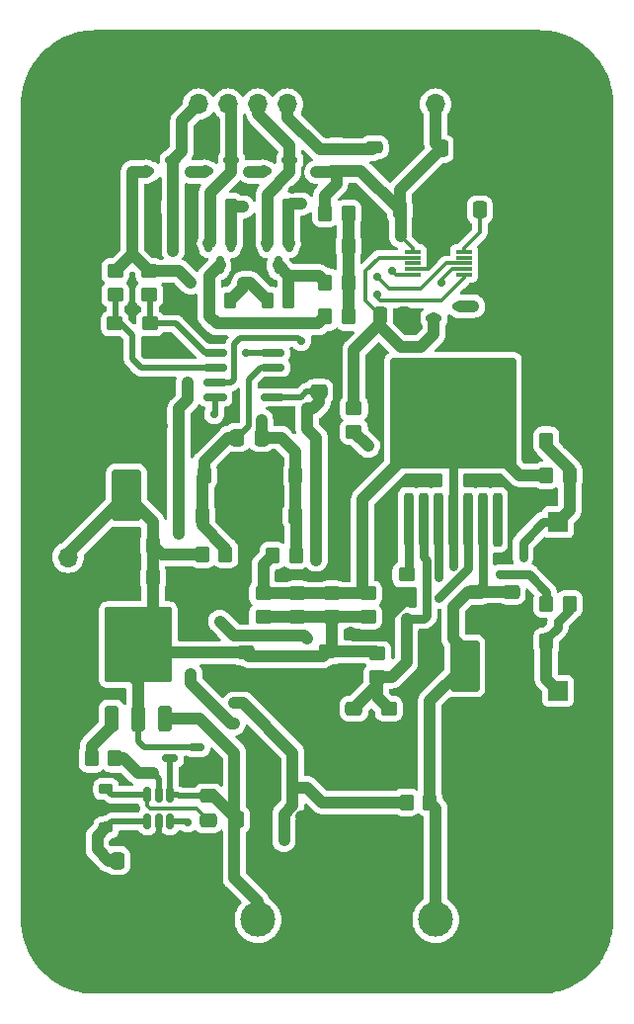
<source format=gbr>
%TF.GenerationSoftware,KiCad,Pcbnew,7.0.5*%
%TF.CreationDate,2023-09-20T10:38:49-07:00*%
%TF.ProjectId,LT3081LEDDriver,4c543330-3831-44c4-9544-447269766572,rev?*%
%TF.SameCoordinates,Original*%
%TF.FileFunction,Copper,L1,Top*%
%TF.FilePolarity,Positive*%
%FSLAX46Y46*%
G04 Gerber Fmt 4.6, Leading zero omitted, Abs format (unit mm)*
G04 Created by KiCad (PCBNEW 7.0.5) date 2023-09-20 10:38:49*
%MOMM*%
%LPD*%
G01*
G04 APERTURE LIST*
G04 Aperture macros list*
%AMRoundRect*
0 Rectangle with rounded corners*
0 $1 Rounding radius*
0 $2 $3 $4 $5 $6 $7 $8 $9 X,Y pos of 4 corners*
0 Add a 4 corners polygon primitive as box body*
4,1,4,$2,$3,$4,$5,$6,$7,$8,$9,$2,$3,0*
0 Add four circle primitives for the rounded corners*
1,1,$1+$1,$2,$3*
1,1,$1+$1,$4,$5*
1,1,$1+$1,$6,$7*
1,1,$1+$1,$8,$9*
0 Add four rect primitives between the rounded corners*
20,1,$1+$1,$2,$3,$4,$5,0*
20,1,$1+$1,$4,$5,$6,$7,0*
20,1,$1+$1,$6,$7,$8,$9,0*
20,1,$1+$1,$8,$9,$2,$3,0*%
G04 Aperture macros list end*
%TA.AperFunction,SMDPad,CuDef*%
%ADD10RoundRect,0.250000X-0.350000X-0.450000X0.350000X-0.450000X0.350000X0.450000X-0.350000X0.450000X0*%
%TD*%
%TA.AperFunction,ComponentPad*%
%ADD11R,1.700000X1.700000*%
%TD*%
%TA.AperFunction,ComponentPad*%
%ADD12O,1.700000X1.700000*%
%TD*%
%TA.AperFunction,SMDPad,CuDef*%
%ADD13RoundRect,0.150000X-0.512500X-0.150000X0.512500X-0.150000X0.512500X0.150000X-0.512500X0.150000X0*%
%TD*%
%TA.AperFunction,SMDPad,CuDef*%
%ADD14RoundRect,0.250000X0.337500X0.475000X-0.337500X0.475000X-0.337500X-0.475000X0.337500X-0.475000X0*%
%TD*%
%TA.AperFunction,SMDPad,CuDef*%
%ADD15RoundRect,0.250000X-0.450000X0.350000X-0.450000X-0.350000X0.450000X-0.350000X0.450000X0.350000X0*%
%TD*%
%TA.AperFunction,SMDPad,CuDef*%
%ADD16RoundRect,0.150000X0.512500X0.150000X-0.512500X0.150000X-0.512500X-0.150000X0.512500X-0.150000X0*%
%TD*%
%TA.AperFunction,ComponentPad*%
%ADD17R,3.000000X3.000000*%
%TD*%
%TA.AperFunction,ComponentPad*%
%ADD18C,3.000000*%
%TD*%
%TA.AperFunction,SMDPad,CuDef*%
%ADD19RoundRect,0.250000X-0.337500X-0.475000X0.337500X-0.475000X0.337500X0.475000X-0.337500X0.475000X0*%
%TD*%
%TA.AperFunction,SMDPad,CuDef*%
%ADD20RoundRect,0.250000X0.350000X0.450000X-0.350000X0.450000X-0.350000X-0.450000X0.350000X-0.450000X0*%
%TD*%
%TA.AperFunction,SMDPad,CuDef*%
%ADD21RoundRect,0.150000X0.150000X-0.512500X0.150000X0.512500X-0.150000X0.512500X-0.150000X-0.512500X0*%
%TD*%
%TA.AperFunction,SMDPad,CuDef*%
%ADD22RoundRect,0.250000X0.262500X0.450000X-0.262500X0.450000X-0.262500X-0.450000X0.262500X-0.450000X0*%
%TD*%
%TA.AperFunction,SMDPad,CuDef*%
%ADD23RoundRect,0.250000X0.475000X-0.337500X0.475000X0.337500X-0.475000X0.337500X-0.475000X-0.337500X0*%
%TD*%
%TA.AperFunction,SMDPad,CuDef*%
%ADD24RoundRect,0.150000X-0.825000X-0.150000X0.825000X-0.150000X0.825000X0.150000X-0.825000X0.150000X0*%
%TD*%
%TA.AperFunction,SMDPad,CuDef*%
%ADD25RoundRect,0.250000X-0.262500X-0.450000X0.262500X-0.450000X0.262500X0.450000X-0.262500X0.450000X0*%
%TD*%
%TA.AperFunction,SMDPad,CuDef*%
%ADD26RoundRect,0.250000X-0.475000X0.337500X-0.475000X-0.337500X0.475000X-0.337500X0.475000X0.337500X0*%
%TD*%
%TA.AperFunction,SMDPad,CuDef*%
%ADD27RoundRect,0.150000X-0.150000X0.587500X-0.150000X-0.587500X0.150000X-0.587500X0.150000X0.587500X0*%
%TD*%
%TA.AperFunction,ComponentPad*%
%ADD28C,5.600000*%
%TD*%
%TA.AperFunction,SMDPad,CuDef*%
%ADD29RoundRect,0.250000X0.350000X-0.850000X0.350000X0.850000X-0.350000X0.850000X-0.350000X-0.850000X0*%
%TD*%
%TA.AperFunction,SMDPad,CuDef*%
%ADD30RoundRect,0.250000X1.125000X-1.275000X1.125000X1.275000X-1.125000X1.275000X-1.125000X-1.275000X0*%
%TD*%
%TA.AperFunction,SMDPad,CuDef*%
%ADD31RoundRect,0.249997X2.650003X-2.950003X2.650003X2.950003X-2.650003X2.950003X-2.650003X-2.950003X0*%
%TD*%
%TA.AperFunction,SMDPad,CuDef*%
%ADD32RoundRect,0.250000X-1.000000X1.950000X-1.000000X-1.950000X1.000000X-1.950000X1.000000X1.950000X0*%
%TD*%
%TA.AperFunction,SMDPad,CuDef*%
%ADD33RoundRect,0.250000X0.450000X-0.350000X0.450000X0.350000X-0.450000X0.350000X-0.450000X-0.350000X0*%
%TD*%
%TA.AperFunction,SMDPad,CuDef*%
%ADD34RoundRect,0.225000X-0.375000X0.225000X-0.375000X-0.225000X0.375000X-0.225000X0.375000X0.225000X0*%
%TD*%
%TA.AperFunction,SMDPad,CuDef*%
%ADD35RoundRect,0.250000X-0.450000X0.262500X-0.450000X-0.262500X0.450000X-0.262500X0.450000X0.262500X0*%
%TD*%
%TA.AperFunction,SMDPad,CuDef*%
%ADD36RoundRect,0.250000X1.000000X-1.950000X1.000000X1.950000X-1.000000X1.950000X-1.000000X-1.950000X0*%
%TD*%
%TA.AperFunction,SMDPad,CuDef*%
%ADD37RoundRect,0.200000X0.200000X-2.100000X0.200000X2.100000X-0.200000X2.100000X-0.200000X-2.100000X0*%
%TD*%
%TA.AperFunction,SMDPad,CuDef*%
%ADD38RoundRect,0.250000X2.375000X-2.025000X2.375000X2.025000X-2.375000X2.025000X-2.375000X-2.025000X0*%
%TD*%
%TA.AperFunction,SMDPad,CuDef*%
%ADD39RoundRect,0.250002X5.149998X-4.449998X5.149998X4.449998X-5.149998X4.449998X-5.149998X-4.449998X0*%
%TD*%
%TA.AperFunction,SMDPad,CuDef*%
%ADD40R,1.400000X0.300000*%
%TD*%
%TA.AperFunction,SMDPad,CuDef*%
%ADD41RoundRect,0.250000X0.475000X-0.250000X0.475000X0.250000X-0.475000X0.250000X-0.475000X-0.250000X0*%
%TD*%
%TA.AperFunction,ViaPad*%
%ADD42C,0.700000*%
%TD*%
%TA.AperFunction,ViaPad*%
%ADD43C,1.000000*%
%TD*%
%TA.AperFunction,Conductor*%
%ADD44C,0.500000*%
%TD*%
%TA.AperFunction,Conductor*%
%ADD45C,1.000000*%
%TD*%
%TA.AperFunction,Conductor*%
%ADD46C,0.300000*%
%TD*%
%TA.AperFunction,Conductor*%
%ADD47C,0.800000*%
%TD*%
G04 APERTURE END LIST*
D10*
%TO.P,R6,1*%
%TO.N,Net-(J2-Pin_1)*%
X153000000Y-105000000D03*
%TO.P,R6,2*%
%TO.N,GND*%
X155000000Y-105000000D03*
%TD*%
D11*
%TO.P,J5,1,Pin_1*%
%TO.N,GND*%
X133350000Y-76200000D03*
D12*
%TO.P,J5,2,Pin_2*%
%TO.N,/I2CConnection/VI2C*%
X130810000Y-76200000D03*
%TO.P,J5,3,Pin_3*%
%TO.N,Net-(D2-A)*%
X128270000Y-76200000D03*
%TO.P,J5,4,Pin_4*%
%TO.N,Net-(D1-A)*%
X125730000Y-76200000D03*
%TO.P,J5,5,Pin_5*%
%TO.N,/HighSideGateDriver/TRIG*%
X123190000Y-76200000D03*
%TD*%
D13*
%TO.P,D2,1,K*%
%TO.N,GND*%
X128725000Y-80050000D03*
%TO.P,D2,2,K*%
%TO.N,+5V*%
X128725000Y-81950000D03*
%TO.P,D2,3,A*%
%TO.N,Net-(D2-A)*%
X131000000Y-81000000D03*
%TD*%
D14*
%TO.P,C18,1*%
%TO.N,GND*%
X146037500Y-80000000D03*
%TO.P,C18,2*%
%TO.N,+5V*%
X143962500Y-80000000D03*
%TD*%
D15*
%TO.P,R3,1*%
%TO.N,Net-(U1-Set)*%
X139500000Y-128000000D03*
%TO.P,R3,2*%
%TO.N,GND*%
X139500000Y-130000000D03*
%TD*%
D16*
%TO.P,D5,1,K*%
%TO.N,GND*%
X145637500Y-95450000D03*
%TO.P,D5,2,K*%
%TO.N,+5V*%
X145637500Y-93550000D03*
%TO.P,D5,3,A*%
%TO.N,/DACx0501_DAC/V_{OUT}*%
X143362500Y-94500000D03*
%TD*%
D15*
%TO.P,R24,1*%
%TO.N,Net-(U2-A0)*%
X116000000Y-95000000D03*
%TO.P,R24,2*%
%TO.N,GND*%
X116000000Y-97000000D03*
%TD*%
D17*
%TO.P,J11,1,Pin_1*%
%TO.N,GND*%
X123190000Y-146050000D03*
D18*
%TO.P,J11,2,Pin_2*%
%TO.N,Net-(D6-A)*%
X128270000Y-146050000D03*
%TD*%
D17*
%TO.P,J1,1,Pin_1*%
%TO.N,GND*%
X138430000Y-146050000D03*
D18*
%TO.P,J1,2,Pin_2*%
%TO.N,Net-(J1-Pin_2)*%
X143510000Y-146050000D03*
%TD*%
D19*
%TO.P,C9,1*%
%TO.N,GND*%
X129425000Y-108000000D03*
%TO.P,C9,2*%
%TO.N,Net-(U2-IN+)*%
X131500000Y-108000000D03*
%TD*%
D10*
%TO.P,R19,1*%
%TO.N,/DACx0501_DAC/SDA*%
X134040000Y-91457500D03*
%TO.P,R19,2*%
%TO.N,Net-(U3-A0{slash}~{CS})*%
X136040000Y-91457500D03*
%TD*%
%TO.P,R20,1*%
%TO.N,/DACx0501_DAC/SCL*%
X134040000Y-94407500D03*
%TO.P,R20,2*%
%TO.N,Net-(U3-A0{slash}~{CS})*%
X136040000Y-94407500D03*
%TD*%
D13*
%TO.P,D1,1,K*%
%TO.N,GND*%
X123725000Y-80050000D03*
%TO.P,D1,2,K*%
%TO.N,+5V*%
X123725000Y-81950000D03*
%TO.P,D1,3,A*%
%TO.N,Net-(D1-A)*%
X126000000Y-81000000D03*
%TD*%
D20*
%TO.P,R18,1*%
%TO.N,Net-(U3-A0{slash}~{CS})*%
X136040000Y-88337500D03*
%TO.P,R18,2*%
%TO.N,GND*%
X134040000Y-88337500D03*
%TD*%
D21*
%TO.P,U4,1,VCC*%
%TO.N,+5V*%
X118800000Y-137637500D03*
%TO.P,U4,2,GND*%
%TO.N,GND*%
X119750000Y-137637500D03*
%TO.P,U4,3,INP*%
%TO.N,/HighSideGateDriver/TRIG*%
X120700000Y-137637500D03*
%TO.P,U4,4,TS*%
%TO.N,Net-(D6-A)*%
X120700000Y-135362500D03*
%TO.P,U4,5,TG*%
%TO.N,Net-(U4-TG)*%
X119750000Y-135362500D03*
%TO.P,U4,6,BOOST*%
%TO.N,Net-(D4-K)*%
X118800000Y-135362500D03*
%TD*%
D22*
%TO.P,R27,1*%
%TO.N,/DACx0501_DAC/SDA*%
X130912500Y-93000000D03*
%TO.P,R27,2*%
%TO.N,+5V*%
X129087500Y-93000000D03*
%TD*%
D23*
%TO.P,C3,1*%
%TO.N,GND*%
X150000000Y-120037500D03*
%TO.P,C3,2*%
%TO.N,Net-(J1-Pin_2)*%
X150000000Y-117962500D03*
%TD*%
D24*
%TO.P,U2,1,A1*%
%TO.N,Net-(U2-A1)*%
X124590000Y-97500000D03*
%TO.P,U2,2,A0*%
%TO.N,Net-(U2-A0)*%
X124590000Y-98770000D03*
%TO.P,U2,3,SDA*%
%TO.N,/DACx0501_DAC/SDA*%
X124590000Y-100040000D03*
%TO.P,U2,4,SCL*%
%TO.N,/DACx0501_DAC/SCL*%
X124590000Y-101310000D03*
%TO.P,U2,5,VS*%
%TO.N,+5V*%
X129540000Y-101310000D03*
%TO.P,U2,6,GND*%
%TO.N,GND*%
X129540000Y-100040000D03*
%TO.P,U2,7,IN-*%
%TO.N,Net-(U2-IN-)*%
X129540000Y-98770000D03*
%TO.P,U2,8,IN+*%
%TO.N,Net-(U2-IN+)*%
X129540000Y-97500000D03*
%TD*%
D10*
%TO.P,R12,1*%
%TO.N,/LT3081CurrentSupply/V_{OUT}*%
X129520000Y-114860000D03*
%TO.P,R12,2*%
%TO.N,Net-(U2-IN+)*%
X131520000Y-114860000D03*
%TD*%
%TO.P,R4,1*%
%TO.N,/LT3081CurrentSupply/V_{OUT}*%
X153000000Y-108000000D03*
%TO.P,R4,2*%
%TO.N,Net-(J2-Pin_1)*%
X155000000Y-108000000D03*
%TD*%
D19*
%TO.P,C13,1*%
%TO.N,GND*%
X117212500Y-114000000D03*
%TO.P,C13,2*%
%TO.N,/LT3081CurrentSupply/V_{LED}*%
X119287500Y-114000000D03*
%TD*%
D25*
%TO.P,R26,1*%
%TO.N,/DACx0501_DAC/SCL*%
X124087500Y-93000000D03*
%TO.P,R26,2*%
%TO.N,+5V*%
X125912500Y-93000000D03*
%TD*%
D10*
%TO.P,R17,1*%
%TO.N,+5V*%
X134040000Y-85557500D03*
%TO.P,R17,2*%
%TO.N,Net-(U3-A0{slash}~{CS})*%
X136040000Y-85557500D03*
%TD*%
D19*
%TO.P,C10,1*%
%TO.N,GND*%
X117212500Y-116750000D03*
%TO.P,C10,2*%
%TO.N,/LT3081CurrentSupply/V_{LED}*%
X119287500Y-116750000D03*
%TD*%
D15*
%TO.P,R34,1*%
%TO.N,/LT3081CurrentSupply/V_{OUT}*%
X128720000Y-118110000D03*
%TO.P,R34,2*%
%TO.N,/LT3081CurrentSupply/V_{LED}*%
X128720000Y-120110000D03*
%TD*%
%TO.P,R32,1*%
%TO.N,/LT3081CurrentSupply/V_{OUT}*%
X134620000Y-118110000D03*
%TO.P,R32,2*%
%TO.N,/LT3081CurrentSupply/V_{LED}*%
X134620000Y-120110000D03*
%TD*%
D26*
%TO.P,C5,1*%
%TO.N,Net-(U1-Set)*%
X136500000Y-127962500D03*
%TO.P,C5,2*%
%TO.N,GND*%
X136500000Y-130037500D03*
%TD*%
D10*
%TO.P,R8,1*%
%TO.N,/LT3081CurrentSupply/V_{OUT}*%
X153000000Y-119000000D03*
%TO.P,R8,2*%
%TO.N,Net-(J3-Pin_1)*%
X155000000Y-119000000D03*
%TD*%
D15*
%TO.P,R22,1*%
%TO.N,Net-(U2-A1)*%
X119000000Y-95000000D03*
%TO.P,R22,2*%
%TO.N,GND*%
X119000000Y-97000000D03*
%TD*%
D19*
%TO.P,C1,1*%
%TO.N,/DACx0501_DAC/V_{OUT}*%
X138750000Y-94250000D03*
%TO.P,C1,2*%
%TO.N,GND*%
X140825000Y-94250000D03*
%TD*%
D10*
%TO.P,R14,1*%
%TO.N,GND*%
X129500000Y-111500000D03*
%TO.P,R14,2*%
%TO.N,Net-(U2-IN+)*%
X131500000Y-111500000D03*
%TD*%
%TO.P,R13,1*%
%TO.N,/LT3081CurrentSupply/V_{LED}*%
X123500000Y-114750000D03*
%TO.P,R13,2*%
%TO.N,Net-(U2-IN-)*%
X125500000Y-114750000D03*
%TD*%
D27*
%TO.P,Q2,1,G*%
%TO.N,/I2CConnection/VI2C*%
X130950000Y-88125000D03*
%TO.P,Q2,2,S*%
%TO.N,Net-(D2-A)*%
X129050000Y-88125000D03*
%TO.P,Q2,3,D*%
%TO.N,/DACx0501_DAC/SDA*%
X130000000Y-90000000D03*
%TD*%
D28*
%TO.P,J6,1,Pin_1*%
%TO.N,GND*%
X114300000Y-76200000D03*
%TD*%
D19*
%TO.P,C8,1*%
%TO.N,+5V*%
X140425000Y-85250000D03*
%TO.P,C8,2*%
%TO.N,GND*%
X142500000Y-85250000D03*
%TD*%
D29*
%TO.P,Q3,1,G*%
%TO.N,Net-(Q3-G)*%
X115720000Y-128790000D03*
%TO.P,Q3,2,D*%
%TO.N,/LT3081CurrentSupply/V_{LED}*%
X118000000Y-128790000D03*
%TO.P,Q3,3,S*%
%TO.N,Net-(D6-A)*%
X120280000Y-128790000D03*
D30*
%TO.P,Q3,4,D*%
%TO.N,/LT3081CurrentSupply/V_{LED}*%
X116475000Y-124165000D03*
X119525000Y-124165000D03*
D31*
X118000000Y-122490000D03*
D30*
X116475000Y-120815000D03*
X119525000Y-120815000D03*
%TD*%
D10*
%TO.P,R15,1*%
%TO.N,Net-(U2-IN-)*%
X123500000Y-111500000D03*
%TO.P,R15,2*%
%TO.N,GND*%
X125500000Y-111500000D03*
%TD*%
D23*
%TO.P,C19,1*%
%TO.N,Net-(D4-K)*%
X124000000Y-137537500D03*
%TO.P,C19,2*%
%TO.N,Net-(D6-A)*%
X124000000Y-135462500D03*
%TD*%
%TO.P,C14,1*%
%TO.N,GND*%
X127210000Y-125267500D03*
%TO.P,C14,2*%
%TO.N,/LT3081CurrentSupply/V_{LED}*%
X127210000Y-123192500D03*
%TD*%
D32*
%TO.P,C4,1*%
%TO.N,Net-(J1-Pin_2)*%
X146000000Y-124300000D03*
%TO.P,C4,2*%
%TO.N,GND*%
X146000000Y-131700000D03*
%TD*%
D19*
%TO.P,C6,1*%
%TO.N,Net-(U2-IN-)*%
X123675000Y-108000000D03*
%TO.P,C6,2*%
%TO.N,GND*%
X125750000Y-108000000D03*
%TD*%
D15*
%TO.P,R2,1*%
%TO.N,/DACx0501_DAC/V_{OUT}*%
X136500000Y-102250000D03*
%TO.P,R2,2*%
%TO.N,Net-(U1-Set)*%
X136500000Y-104250000D03*
%TD*%
D33*
%TO.P,R5,1*%
%TO.N,Net-(U1-Set)*%
X138500000Y-125250000D03*
%TO.P,R5,2*%
%TO.N,/LT3081CurrentSupply/V_{LED}*%
X138500000Y-123250000D03*
%TD*%
D11*
%TO.P,J2,1,Pin_1*%
%TO.N,Net-(J2-Pin_1)*%
X154000000Y-112000000D03*
D12*
%TO.P,J2,2,Pin_2*%
%TO.N,GND*%
X154000000Y-114540000D03*
%TD*%
D15*
%TO.P,R23,1*%
%TO.N,+5V*%
X116050000Y-90500000D03*
%TO.P,R23,2*%
%TO.N,Net-(U2-A0)*%
X116050000Y-92500000D03*
%TD*%
D27*
%TO.P,Q1,1,G*%
%TO.N,/I2CConnection/VI2C*%
X125950000Y-88125000D03*
%TO.P,Q1,2,S*%
%TO.N,Net-(D1-A)*%
X124050000Y-88125000D03*
%TO.P,Q1,3,D*%
%TO.N,/DACx0501_DAC/SCL*%
X125000000Y-90000000D03*
%TD*%
D11*
%TO.P,J3,1,Pin_1*%
%TO.N,Net-(J3-Pin_1)*%
X154000000Y-126460000D03*
D12*
%TO.P,J3,2,Pin_2*%
%TO.N,GND*%
X154000000Y-129000000D03*
%TD*%
D19*
%TO.P,C16,1*%
%TO.N,+5V*%
X116212500Y-141000000D03*
%TO.P,C16,2*%
%TO.N,GND*%
X118287500Y-141000000D03*
%TD*%
D15*
%TO.P,R33,1*%
%TO.N,/LT3081CurrentSupply/V_{OUT}*%
X131670000Y-118110000D03*
%TO.P,R33,2*%
%TO.N,/LT3081CurrentSupply/V_{LED}*%
X131670000Y-120110000D03*
%TD*%
D11*
%TO.P,J4,1,Pin_1*%
%TO.N,GND*%
X112000000Y-117540000D03*
D12*
%TO.P,J4,2,Pin_2*%
%TO.N,/LT3081CurrentSupply/V_{LED}*%
X112000000Y-115000000D03*
%TD*%
D25*
%TO.P,R28,1*%
%TO.N,Net-(D1-A)*%
X124175000Y-85000000D03*
%TO.P,R28,2*%
%TO.N,/I2CConnection/VI2C*%
X126000000Y-85000000D03*
%TD*%
D28*
%TO.P,J9,1,Pin_1*%
%TO.N,GND*%
X114300000Y-146050000D03*
%TD*%
D13*
%TO.P,D3,1,K*%
%TO.N,GND*%
X118725000Y-80050000D03*
%TO.P,D3,2,K*%
%TO.N,+5V*%
X118725000Y-81950000D03*
%TO.P,D3,3,A*%
%TO.N,/HighSideGateDriver/TRIG*%
X121000000Y-81000000D03*
%TD*%
D11*
%TO.P,J10,1,Pin_1*%
%TO.N,GND*%
X146050000Y-76200000D03*
D12*
%TO.P,J10,2,Pin_2*%
%TO.N,+5V*%
X143510000Y-76200000D03*
%TD*%
D15*
%TO.P,R7,1*%
%TO.N,Net-(U1-Ilim)*%
X141000000Y-116500000D03*
%TO.P,R7,2*%
%TO.N,GND*%
X141000000Y-118500000D03*
%TD*%
D14*
%TO.P,C7,1*%
%TO.N,Net-(U3-V_{REF})*%
X147287500Y-85250000D03*
%TO.P,C7,2*%
%TO.N,GND*%
X145212500Y-85250000D03*
%TD*%
D34*
%TO.P,D4,1,K*%
%TO.N,Net-(D4-K)*%
X115250000Y-134850000D03*
%TO.P,D4,2,A*%
%TO.N,+5V*%
X115250000Y-138150000D03*
%TD*%
D35*
%TO.P,R31,1*%
%TO.N,/I2CConnection/VI2C*%
X135000000Y-80087500D03*
%TO.P,R31,2*%
%TO.N,+5V*%
X135000000Y-81912500D03*
%TD*%
D25*
%TO.P,R30,1*%
%TO.N,GND*%
X119175000Y-85000000D03*
%TO.P,R30,2*%
%TO.N,/HighSideGateDriver/TRIG*%
X121000000Y-85000000D03*
%TD*%
D16*
%TO.P,D6,1,K*%
%TO.N,GND*%
X123025000Y-133200000D03*
%TO.P,D6,2,K*%
%TO.N,/LT3081CurrentSupply/V_{LED}*%
X123025000Y-131300000D03*
%TO.P,D6,3,A*%
%TO.N,Net-(D6-A)*%
X120750000Y-132250000D03*
%TD*%
D28*
%TO.P,J8,1,Pin_1*%
%TO.N,GND*%
X152400000Y-146050000D03*
%TD*%
D19*
%TO.P,C20,1*%
%TO.N,Net-(D6-A)*%
X126462500Y-137500000D03*
%TO.P,C20,2*%
%TO.N,GND*%
X128537500Y-137500000D03*
%TD*%
D36*
%TO.P,C15,1*%
%TO.N,/LT3081CurrentSupply/V_{LED}*%
X117000000Y-109700000D03*
%TO.P,C15,2*%
%TO.N,GND*%
X117000000Y-102300000D03*
%TD*%
D37*
%TO.P,U1,1,Ilim*%
%TO.N,Net-(U1-Ilim)*%
X141190000Y-111775000D03*
%TO.P,U1,2,Set*%
%TO.N,Net-(U1-Set)*%
X142460000Y-111775000D03*
%TO.P,U1,3,Imon*%
%TO.N,Net-(J2-Pin_1)*%
X143730000Y-111775000D03*
%TO.P,U1,4,Out*%
%TO.N,/LT3081CurrentSupply/V_{OUT}*%
X145000000Y-111775000D03*
%TO.P,U1,5,Temp*%
%TO.N,Net-(J3-Pin_1)*%
X146270000Y-111775000D03*
%TO.P,U1,6,In*%
%TO.N,Net-(J1-Pin_2)*%
X147540000Y-111775000D03*
%TO.P,U1,7,NC*%
%TO.N,unconnected-(U1-NC-Pad7)*%
X148810000Y-111775000D03*
D38*
%TO.P,U1,8,Out*%
%TO.N,/LT3081CurrentSupply/V_{OUT}*%
X142225000Y-105050000D03*
X147775000Y-105050000D03*
D39*
X145000000Y-102625000D03*
D38*
X142225000Y-100200000D03*
X147775000Y-100200000D03*
%TD*%
D20*
%TO.P,R25,1*%
%TO.N,Net-(U4-TG)*%
X116000000Y-132250000D03*
%TO.P,R25,2*%
%TO.N,Net-(Q3-G)*%
X114000000Y-132250000D03*
%TD*%
D10*
%TO.P,R1,1*%
%TO.N,+5V*%
X141000000Y-136000000D03*
%TO.P,R1,2*%
%TO.N,Net-(J1-Pin_2)*%
X143000000Y-136000000D03*
%TD*%
D40*
%TO.P,U3,1,V_{DD}*%
%TO.N,+5V*%
X141540000Y-88837500D03*
%TO.P,U3,2,V_{OUT}*%
%TO.N,/DACx0501_DAC/V_{OUT}*%
X141540000Y-89337500D03*
%TO.P,U3,3,NC*%
%TO.N,unconnected-(U3-NC-Pad3)*%
X141540000Y-89837500D03*
%TO.P,U3,4,GND*%
%TO.N,GND*%
X141540000Y-90337500D03*
%TO.P,U3,5,SPI2C*%
%TO.N,+5V*%
X141540000Y-90837500D03*
%TO.P,U3,6,SCL/CLK*%
%TO.N,/DACx0501_DAC/SCL*%
X145940000Y-90837500D03*
%TO.P,U3,7,A0/~{CS}*%
%TO.N,Net-(U3-A0{slash}~{CS})*%
X145940000Y-90337500D03*
%TO.P,U3,8,SDA/DIN*%
%TO.N,/DACx0501_DAC/SDA*%
X145940000Y-89837500D03*
%TO.P,U3,9,NC*%
%TO.N,unconnected-(U3-NC-Pad9)*%
X145940000Y-89337500D03*
%TO.P,U3,10,V_{REF}*%
%TO.N,Net-(U3-V_{REF})*%
X145940000Y-88837500D03*
%TD*%
D15*
%TO.P,R21,1*%
%TO.N,+5V*%
X118950000Y-90500000D03*
%TO.P,R21,2*%
%TO.N,Net-(U2-A1)*%
X118950000Y-92500000D03*
%TD*%
D41*
%TO.P,C17,1*%
%TO.N,/I2CConnection/VI2C*%
X138250000Y-79900000D03*
%TO.P,C17,2*%
%TO.N,GND*%
X138250000Y-78000000D03*
%TD*%
D14*
%TO.P,C11,1*%
%TO.N,Net-(U2-IN+)*%
X128575000Y-104750000D03*
%TO.P,C11,2*%
%TO.N,Net-(U2-IN-)*%
X126500000Y-104750000D03*
%TD*%
D28*
%TO.P,J7,1,Pin_1*%
%TO.N,GND*%
X152400000Y-76200000D03*
%TD*%
D15*
%TO.P,R10,1*%
%TO.N,/LT3081CurrentSupply/V_{OUT}*%
X137720000Y-118110000D03*
%TO.P,R10,2*%
%TO.N,/LT3081CurrentSupply/V_{LED}*%
X137720000Y-120110000D03*
%TD*%
D25*
%TO.P,R29,1*%
%TO.N,Net-(D2-A)*%
X129087500Y-85000000D03*
%TO.P,R29,2*%
%TO.N,/I2CConnection/VI2C*%
X130912500Y-85000000D03*
%TD*%
D15*
%TO.P,R11,1*%
%TO.N,/LT3081CurrentSupply/V_{LED}*%
X134220000Y-123110000D03*
%TO.P,R11,2*%
%TO.N,GND*%
X134220000Y-125110000D03*
%TD*%
D23*
%TO.P,C2,1*%
%TO.N,GND*%
X147000000Y-120037500D03*
%TO.P,C2,2*%
%TO.N,Net-(J1-Pin_2)*%
X147000000Y-117962500D03*
%TD*%
D20*
%TO.P,R9,1*%
%TO.N,Net-(J3-Pin_1)*%
X153000000Y-122250000D03*
%TO.P,R9,2*%
%TO.N,GND*%
X151000000Y-122250000D03*
%TD*%
D23*
%TO.P,C12,1*%
%TO.N,+5V*%
X133500000Y-100825000D03*
%TO.P,C12,2*%
%TO.N,GND*%
X133500000Y-98750000D03*
%TD*%
D42*
%TO.N,GND*%
X127500000Y-89000000D03*
X130500000Y-116500000D03*
X136000000Y-107750000D03*
X128692500Y-126750000D03*
X128500000Y-134000000D03*
X148750000Y-122000000D03*
X123500000Y-79250000D03*
X120000000Y-79500000D03*
X124000000Y-132750000D03*
X123000000Y-104000000D03*
X141000000Y-133000000D03*
X138250000Y-98000000D03*
X138750000Y-113750000D03*
X138000000Y-86500000D03*
X151000000Y-110500000D03*
X133500000Y-97500000D03*
X120750000Y-97000000D03*
X109750000Y-133500000D03*
X144000000Y-85250000D03*
X125000000Y-116500000D03*
X124000000Y-124750000D03*
X147000000Y-95500000D03*
X119250000Y-87000000D03*
X131250000Y-83500000D03*
X116000000Y-98500000D03*
X132000000Y-137250000D03*
X141250000Y-95500000D03*
X127500000Y-111500000D03*
X120000000Y-103750000D03*
X135250000Y-115250000D03*
X123750000Y-121500000D03*
X113750000Y-126750000D03*
X133875000Y-129125000D03*
X131000000Y-103000000D03*
X136250000Y-121500000D03*
X122500000Y-87000000D03*
X127500000Y-108000000D03*
X132750000Y-87500000D03*
X127250000Y-83500000D03*
X136000000Y-124750000D03*
X117500000Y-93750000D03*
X151500000Y-106250000D03*
X143000000Y-122000000D03*
X115750000Y-84500000D03*
X151500000Y-119000000D03*
X120750000Y-118250000D03*
X127750000Y-79250000D03*
X144750000Y-128000000D03*
X120500000Y-93750000D03*
X139750000Y-110000000D03*
%TO.N,Net-(U1-Set)*%
X141000000Y-120250000D03*
X137750000Y-105500000D03*
%TO.N,Net-(J2-Pin_1)*%
X143750000Y-116750000D03*
X151000000Y-115000000D03*
D43*
%TO.N,+5V*%
X127000000Y-91500000D03*
X130500000Y-139250000D03*
X122500000Y-91500000D03*
D42*
X139750000Y-90500000D03*
X140500000Y-87500000D03*
D43*
X133250000Y-82000000D03*
X132500000Y-122000000D03*
D42*
X127500000Y-82000000D03*
D43*
X114500000Y-140000000D03*
D42*
X122500000Y-82000000D03*
D43*
X125000000Y-120500000D03*
X117500000Y-82000000D03*
X132500000Y-102250000D03*
X126250000Y-127500000D03*
D42*
X146750000Y-93500000D03*
D43*
X133250000Y-115250000D03*
D42*
%TO.N,Net-(U2-IN+)*%
X127250000Y-97500000D03*
X128575000Y-103250000D03*
%TO.N,/I2CConnection/VI2C*%
X132000000Y-84750000D03*
X127000000Y-85000000D03*
X133587500Y-80087500D03*
%TO.N,/HighSideGateDriver/TRIG*%
X122250000Y-137750000D03*
X121500000Y-113000000D03*
X126250000Y-129250000D03*
X122250000Y-100000000D03*
X121000000Y-88750000D03*
X122500000Y-125000000D03*
%TO.N,Net-(J3-Pin_1)*%
X143750000Y-118500000D03*
X154000000Y-120500000D03*
%TO.N,/DACx0501_DAC/SCL*%
X138500000Y-92500000D03*
X124750000Y-95000000D03*
X124500000Y-102750000D03*
X132750000Y-95000000D03*
%TO.N,/DACx0501_DAC/SDA*%
X132000000Y-96500000D03*
X132250000Y-90912500D03*
X138500000Y-91000000D03*
%TO.N,/LT3081CurrentSupply/V_{OUT}*%
X145000000Y-115750000D03*
X149000000Y-116500000D03*
%TO.N,Net-(U3-A0{slash}~{CS})*%
X144000000Y-91500000D03*
X136040000Y-93000000D03*
%TD*%
D44*
%TO.N,GND*%
X119750000Y-139537500D02*
X118287500Y-141000000D01*
D45*
X144000000Y-85250000D02*
X142500000Y-85250000D01*
X112210000Y-117750000D02*
X112000000Y-117540000D01*
X139500000Y-121750000D02*
X139500000Y-120000000D01*
X109750000Y-133500000D02*
X109750000Y-119790000D01*
X156500000Y-105500000D02*
X156000000Y-105000000D01*
X156250000Y-95500000D02*
X156500000Y-95250000D01*
X132580000Y-126750000D02*
X134220000Y-125110000D01*
X146000000Y-131700000D02*
X151300000Y-131700000D01*
X109750000Y-119790000D02*
X112000000Y-117540000D01*
X145212500Y-83537500D02*
X145212500Y-85250000D01*
X115750000Y-84500000D02*
X115750000Y-77650000D01*
X109750000Y-104750000D02*
X116000000Y-98500000D01*
X134787500Y-130037500D02*
X132580000Y-127830000D01*
X157000000Y-106000000D02*
X156500000Y-105500000D01*
X134730000Y-149750000D02*
X138430000Y-146050000D01*
D44*
X123025000Y-133200000D02*
X123550000Y-133200000D01*
X123550000Y-133200000D02*
X124000000Y-132750000D01*
D45*
X118725000Y-80050000D02*
X119450000Y-80050000D01*
X117750000Y-72750000D02*
X134500000Y-72750000D01*
D46*
X143500000Y-89713750D02*
X143500000Y-86250000D01*
D45*
X109750000Y-117250000D02*
X109750000Y-104750000D01*
X119175000Y-86925000D02*
X119250000Y-87000000D01*
X129425000Y-108000000D02*
X129425000Y-111425000D01*
X139500000Y-130000000D02*
X136537500Y-130000000D01*
X141500000Y-149500000D02*
X148950000Y-149500000D01*
D44*
X119750000Y-137637500D02*
X119750000Y-139537500D01*
D45*
X128537500Y-137500000D02*
X128500000Y-137462500D01*
X155000000Y-129000000D02*
X157000000Y-127000000D01*
X129425000Y-111425000D02*
X129500000Y-111500000D01*
X152400000Y-76200000D02*
X146050000Y-76200000D01*
D44*
X129540000Y-100040000D02*
X131210000Y-100040000D01*
D45*
X152797919Y-129000000D02*
X154000000Y-129000000D01*
X114300000Y-76200000D02*
X117750000Y-72750000D01*
X123190000Y-146050000D02*
X123190000Y-146690000D01*
X135150000Y-78000000D02*
X133350000Y-76200000D01*
X133000000Y-140620000D02*
X138430000Y-146050000D01*
X138250000Y-78000000D02*
X135150000Y-78000000D01*
X112000000Y-117540000D02*
X110040000Y-117540000D01*
X139500000Y-120000000D02*
X141000000Y-118500000D01*
X116000000Y-101300000D02*
X117000000Y-102300000D01*
X140825000Y-95075000D02*
X141250000Y-95500000D01*
X154000000Y-114540000D02*
X154710000Y-114540000D01*
X136000000Y-124750000D02*
X134580000Y-124750000D01*
X127210000Y-125267500D02*
X128500000Y-126557500D01*
X120000000Y-103750000D02*
X118450000Y-103750000D01*
X156000000Y-105000000D02*
X155000000Y-105000000D01*
X156500000Y-95250000D02*
X156500000Y-105500000D01*
X138430000Y-146050000D02*
X138430000Y-146430000D01*
X147000000Y-120037500D02*
X150000000Y-120037500D01*
X123190000Y-146050000D02*
X114300000Y-146050000D01*
X133587500Y-88337500D02*
X132750000Y-87500000D01*
X126250000Y-149750000D02*
X134730000Y-149750000D01*
X133500000Y-97500000D02*
X133500000Y-98750000D01*
X140825000Y-94250000D02*
X140825000Y-95075000D01*
X127210000Y-125267500D02*
X128692500Y-126750000D01*
X110040000Y-117540000D02*
X109750000Y-117250000D01*
D44*
X131210000Y-100040000D02*
X132500000Y-98750000D01*
D45*
X154000000Y-129000000D02*
X155000000Y-129000000D01*
X134580000Y-124750000D02*
X134220000Y-125110000D01*
X128692500Y-126750000D02*
X132580000Y-126750000D01*
X134500000Y-72750000D02*
X134750000Y-73000000D01*
X157000000Y-112250000D02*
X157000000Y-106000000D01*
D46*
X143500000Y-86250000D02*
X142500000Y-85250000D01*
D45*
X123190000Y-146690000D02*
X126250000Y-149750000D01*
X118287500Y-141000000D02*
X118287500Y-142062500D01*
X147000000Y-95500000D02*
X156250000Y-95500000D01*
X136500000Y-121750000D02*
X139500000Y-121750000D01*
X116212500Y-117750000D02*
X112210000Y-117750000D01*
X111500000Y-103000000D02*
X111500001Y-78999999D01*
X151000000Y-122250000D02*
X151000000Y-127202081D01*
X119450000Y-80050000D02*
X120000000Y-79500000D01*
X145212500Y-85250000D02*
X144000000Y-85250000D01*
X134750000Y-73000000D02*
X133350000Y-74400000D01*
X148950000Y-149500000D02*
X152400000Y-146050000D01*
X119175000Y-85000000D02*
X119175000Y-86925000D01*
X115750000Y-77650000D02*
X114300000Y-76200000D01*
X152400000Y-76200000D02*
X156500000Y-80300000D01*
X150000000Y-120037500D02*
X150000000Y-121250000D01*
X118150000Y-80050000D02*
X114300000Y-76200000D01*
X123500000Y-79825000D02*
X123725000Y-80050000D01*
X109750000Y-104750000D02*
X111500000Y-103000000D01*
X136500000Y-130037500D02*
X134787500Y-130037500D01*
X128500000Y-137462500D02*
X128500000Y-134000000D01*
X133350000Y-74400000D02*
X133350000Y-76200000D01*
X118287500Y-142062500D02*
X114300000Y-146050000D01*
D46*
X141540000Y-90337500D02*
X142876250Y-90337500D01*
D45*
X146050000Y-73800000D02*
X145250000Y-73000000D01*
X114300000Y-146050000D02*
X109750000Y-141500000D01*
X136250000Y-121500000D02*
X136500000Y-121750000D01*
X116000000Y-98500000D02*
X116000000Y-97000000D01*
X132580000Y-127830000D02*
X132580000Y-126750000D01*
X151300000Y-131700000D02*
X154000000Y-129000000D01*
X146050000Y-76200000D02*
X146050000Y-79987500D01*
D46*
X142876250Y-90337500D02*
X143500000Y-89713750D01*
D45*
X151000000Y-127202081D02*
X152797919Y-129000000D01*
X125750000Y-108000000D02*
X129425000Y-108000000D01*
X146037500Y-80000000D02*
X146037500Y-82712500D01*
X116000000Y-98500000D02*
X116000000Y-101300000D01*
D44*
X132500000Y-98750000D02*
X133500000Y-98750000D01*
D45*
X123500000Y-79250000D02*
X123500000Y-79825000D01*
X132000000Y-137250000D02*
X133000000Y-138250000D01*
X119000000Y-97000000D02*
X120750000Y-97000000D01*
X117212500Y-116750000D02*
X117212500Y-114000000D01*
X146050000Y-79987500D02*
X146037500Y-80000000D01*
X156500000Y-80300000D02*
X156500000Y-95250000D01*
X146037500Y-82712500D02*
X145212500Y-83537500D01*
X154000000Y-129000000D02*
X154000000Y-144450000D01*
X154000000Y-144450000D02*
X152400000Y-146050000D01*
X146050000Y-76200000D02*
X146050000Y-73800000D01*
X118450000Y-103750000D02*
X117000000Y-102300000D01*
X145687500Y-95500000D02*
X145637500Y-95450000D01*
X109750000Y-141500000D02*
X109750000Y-133500000D01*
X127925000Y-79250000D02*
X128725000Y-80050000D01*
X111500001Y-78999999D02*
X114300000Y-76200000D01*
X136537500Y-130000000D02*
X136500000Y-130037500D01*
X154710000Y-114540000D02*
X157000000Y-112250000D01*
X134040000Y-88337500D02*
X133587500Y-88337500D01*
X127500000Y-111500000D02*
X129500000Y-111500000D01*
X125500000Y-111500000D02*
X127500000Y-111500000D01*
X138430000Y-146430000D02*
X141500000Y-149500000D01*
X157000000Y-116000000D02*
X155540000Y-114540000D01*
X150000000Y-121250000D02*
X151000000Y-122250000D01*
X127750000Y-79250000D02*
X127925000Y-79250000D01*
X155540000Y-114540000D02*
X154000000Y-114540000D01*
X117212500Y-116750000D02*
X116212500Y-117750000D01*
X147000000Y-95500000D02*
X145687500Y-95500000D01*
X157000000Y-127000000D02*
X157000000Y-116000000D01*
X118725000Y-80050000D02*
X118150000Y-80050000D01*
X133000000Y-138250000D02*
X133000000Y-140620000D01*
X145250000Y-73000000D02*
X134750000Y-73000000D01*
%TO.N,Net-(U1-Set)*%
X138500000Y-127000000D02*
X139500000Y-128000000D01*
D47*
X142750000Y-120000000D02*
X142750000Y-115250000D01*
D45*
X139750000Y-125250000D02*
X138500000Y-125250000D01*
X138500000Y-125250000D02*
X138500000Y-127000000D01*
X136500000Y-104250000D02*
X137750000Y-105500000D01*
D47*
X141000000Y-120250000D02*
X142500000Y-120250000D01*
X142500000Y-120250000D02*
X142750000Y-120000000D01*
D45*
X138500000Y-125962500D02*
X136500000Y-127962500D01*
X138500000Y-125250000D02*
X138500000Y-125962500D01*
D47*
X142460000Y-114960000D02*
X142460000Y-111775000D01*
D45*
X141000000Y-124000000D02*
X139750000Y-125250000D01*
D47*
X142750000Y-115250000D02*
X142460000Y-114960000D01*
D45*
X141000000Y-120250000D02*
X141000000Y-124000000D01*
D46*
%TO.N,/DACx0501_DAC/V_{OUT}*%
X137500000Y-90500000D02*
X137500000Y-93000000D01*
D45*
X143362500Y-95887500D02*
X142250000Y-97000000D01*
D46*
X138662500Y-89337500D02*
X137500000Y-90500000D01*
X137500000Y-93000000D02*
X138750000Y-94250000D01*
D45*
X142250000Y-97000000D02*
X140500000Y-97000000D01*
X138750000Y-95000000D02*
X136500000Y-97250000D01*
X138750000Y-95250000D02*
X138750000Y-95000000D01*
X136500000Y-97250000D02*
X136500000Y-102250000D01*
X140500000Y-97000000D02*
X138750000Y-95250000D01*
D46*
X141540000Y-89337500D02*
X138662500Y-89337500D01*
D45*
X143362500Y-94500000D02*
X143362500Y-95887500D01*
X138750000Y-94250000D02*
X138750000Y-95000000D01*
%TO.N,Net-(J1-Pin_2)*%
X146000000Y-124300000D02*
X146000000Y-123000000D01*
X143000000Y-136000000D02*
X143000000Y-127300000D01*
X145000000Y-119250000D02*
X146287500Y-117962500D01*
D47*
X147540000Y-111775000D02*
X147540000Y-117422500D01*
D45*
X150000000Y-117962500D02*
X147000000Y-117962500D01*
X146287500Y-117962500D02*
X147000000Y-117962500D01*
X145000000Y-122000000D02*
X145000000Y-119250000D01*
X143000000Y-127300000D02*
X146000000Y-124300000D01*
X143510000Y-146050000D02*
X143510000Y-136510000D01*
X143510000Y-136510000D02*
X143000000Y-136000000D01*
D47*
X147540000Y-117422500D02*
X147000000Y-117962500D01*
D45*
X146000000Y-123000000D02*
X145000000Y-122000000D01*
D44*
%TO.N,Net-(U2-IN-)*%
X127500000Y-99750000D02*
X127500000Y-103750000D01*
D45*
X125750000Y-104750000D02*
X126500000Y-104750000D01*
D44*
X128480000Y-98770000D02*
X127500000Y-99750000D01*
D45*
X123500000Y-112250000D02*
X123500000Y-111500000D01*
X123500000Y-108175000D02*
X123675000Y-108000000D01*
X125500000Y-114750000D02*
X125500000Y-114250000D01*
D44*
X127500000Y-103750000D02*
X126500000Y-104750000D01*
D45*
X125500000Y-114250000D02*
X123500000Y-112250000D01*
X123500000Y-111500000D02*
X123500000Y-108175000D01*
X123675000Y-106825000D02*
X125750000Y-104750000D01*
X123675000Y-108000000D02*
X123675000Y-106825000D01*
D44*
X129540000Y-98770000D02*
X128480000Y-98770000D01*
D47*
%TO.N,Net-(J2-Pin_1)*%
X143750000Y-114500000D02*
X143730000Y-114480000D01*
X152750000Y-112000000D02*
X154000000Y-112000000D01*
D45*
X155000000Y-107500000D02*
X155000000Y-108000000D01*
D47*
X143750000Y-116750000D02*
X143750000Y-114500000D01*
X151000000Y-115000000D02*
X151000000Y-113750000D01*
D45*
X155000000Y-108000000D02*
X155000000Y-111000000D01*
X153000000Y-105500000D02*
X155000000Y-107500000D01*
X153000000Y-105000000D02*
X153000000Y-105500000D01*
D47*
X151000000Y-113750000D02*
X152750000Y-112000000D01*
X143730000Y-114480000D02*
X143730000Y-111775000D01*
D45*
X155000000Y-111000000D02*
X154000000Y-112000000D01*
D47*
%TO.N,Net-(U1-Ilim)*%
X141190000Y-116310000D02*
X141000000Y-116500000D01*
X141190000Y-111775000D02*
X141190000Y-116310000D01*
D46*
%TO.N,Net-(U3-V_{REF})*%
X145940000Y-88837500D02*
X145940000Y-88560000D01*
X147287500Y-87212500D02*
X147287500Y-85250000D01*
X145940000Y-88560000D02*
X147287500Y-87212500D01*
D44*
%TO.N,+5V*%
X133500000Y-100825000D02*
X132425000Y-100825000D01*
D46*
X141540000Y-90837500D02*
X140087500Y-90837500D01*
D45*
X135000000Y-83000000D02*
X134000000Y-84000000D01*
X133000000Y-102250000D02*
X133500000Y-101750000D01*
X140425000Y-83537500D02*
X140425000Y-85250000D01*
D44*
X132425000Y-100825000D02*
X131940000Y-101310000D01*
D45*
X127000000Y-127500000D02*
X131250000Y-131750000D01*
X117500000Y-89050000D02*
X116050000Y-90500000D01*
X137087500Y-81912500D02*
X140425000Y-85250000D01*
D46*
X140087500Y-90837500D02*
X139750000Y-90500000D01*
D44*
X118800000Y-137637500D02*
X115762500Y-137637500D01*
D45*
X123675000Y-82000000D02*
X123725000Y-81950000D01*
X133750000Y-136000000D02*
X141000000Y-136000000D01*
X135000000Y-81912500D02*
X137087500Y-81912500D01*
X127000000Y-91912500D02*
X125912500Y-93000000D01*
X126250000Y-121750000D02*
X132250000Y-121750000D01*
X146750000Y-93500000D02*
X145687500Y-93500000D01*
X133250000Y-82000000D02*
X134912500Y-82000000D01*
X115462500Y-141000000D02*
X116212500Y-141000000D01*
X118675000Y-82000000D02*
X118725000Y-81950000D01*
X117500000Y-89050000D02*
X118950000Y-90500000D01*
X126250000Y-127500000D02*
X127000000Y-127500000D01*
X132500000Y-102250000D02*
X133000000Y-102250000D01*
X132500000Y-134750000D02*
X133750000Y-136000000D01*
D44*
X131940000Y-101310000D02*
X129540000Y-101310000D01*
D45*
X133250000Y-115250000D02*
X133250000Y-104750000D01*
X118950000Y-90500000D02*
X121500000Y-90500000D01*
X114500000Y-140000000D02*
X114500000Y-140037500D01*
X130500000Y-139250000D02*
X130500000Y-137000000D01*
X134912500Y-82000000D02*
X135000000Y-81912500D01*
X131250000Y-136250000D02*
X131250000Y-134750000D01*
X127000000Y-91500000D02*
X127000000Y-91912500D01*
X140500000Y-85325000D02*
X140425000Y-85250000D01*
X117500000Y-82000000D02*
X118675000Y-82000000D01*
X140500000Y-87500000D02*
X140500000Y-85325000D01*
X117500000Y-82000000D02*
X117500000Y-89050000D01*
X121500000Y-90500000D02*
X122500000Y-91500000D01*
X133250000Y-104750000D02*
X132500000Y-104000000D01*
X134040000Y-84040000D02*
X134040000Y-85557500D01*
X114500000Y-138900000D02*
X114500000Y-140000000D01*
X143510000Y-79547500D02*
X143962500Y-80000000D01*
X114500000Y-140037500D02*
X115462500Y-141000000D01*
X145687500Y-93500000D02*
X145637500Y-93550000D01*
X115250000Y-138150000D02*
X114500000Y-138900000D01*
X122500000Y-82000000D02*
X123675000Y-82000000D01*
X131250000Y-131750000D02*
X131250000Y-134750000D01*
X127587500Y-91500000D02*
X129087500Y-93000000D01*
X135000000Y-81912500D02*
X135000000Y-83000000D01*
D46*
X141540000Y-88540000D02*
X140500000Y-87500000D01*
X141540000Y-88837500D02*
X141540000Y-88540000D01*
D45*
X131250000Y-134750000D02*
X132500000Y-134750000D01*
X132250000Y-121750000D02*
X132500000Y-122000000D01*
D44*
X115762500Y-137637500D02*
X115250000Y-138150000D01*
D45*
X143962500Y-80000000D02*
X140425000Y-83537500D01*
X128675000Y-82000000D02*
X128725000Y-81950000D01*
X143510000Y-76200000D02*
X143510000Y-79547500D01*
X127000000Y-91500000D02*
X127587500Y-91500000D01*
X134000000Y-84000000D02*
X134040000Y-84040000D01*
X125000000Y-120500000D02*
X126250000Y-121750000D01*
X133500000Y-101750000D02*
X133500000Y-100825000D01*
X132500000Y-104000000D02*
X132500000Y-102250000D01*
X130500000Y-137000000D02*
X131250000Y-136250000D01*
X127500000Y-82000000D02*
X128675000Y-82000000D01*
%TO.N,Net-(U2-IN+)*%
X131520000Y-111520000D02*
X131500000Y-111500000D01*
X131500000Y-106000000D02*
X130250000Y-104750000D01*
X131520000Y-114860000D02*
X131520000Y-111520000D01*
X128575000Y-103250000D02*
X128575000Y-104750000D01*
X131500000Y-111500000D02*
X131500000Y-108000000D01*
X130250000Y-104750000D02*
X128575000Y-104750000D01*
X131500000Y-108000000D02*
X131500000Y-106000000D01*
D44*
X127250000Y-97500000D02*
X129540000Y-97500000D01*
D45*
%TO.N,/I2CConnection/VI2C*%
X138062500Y-80087500D02*
X138250000Y-79900000D01*
X132000000Y-84750000D02*
X131162500Y-84750000D01*
X130912500Y-88087500D02*
X130950000Y-88125000D01*
X135000000Y-80087500D02*
X138062500Y-80087500D01*
X130912500Y-85000000D02*
X130912500Y-88087500D01*
X126000000Y-85000000D02*
X126000000Y-88075000D01*
X130810000Y-76200000D02*
X130810000Y-77310000D01*
X126000000Y-88075000D02*
X125950000Y-88125000D01*
X133587500Y-80087500D02*
X135000000Y-80087500D01*
X130810000Y-77310000D02*
X133587500Y-80087500D01*
X131162500Y-84750000D02*
X130912500Y-85000000D01*
X126000000Y-85000000D02*
X127000000Y-85000000D01*
D46*
%TO.N,Net-(D4-K)*%
X119037500Y-136537500D02*
X118800000Y-136300000D01*
D44*
X115762500Y-135362500D02*
X115250000Y-134850000D01*
X118800000Y-135362500D02*
X115762500Y-135362500D01*
D46*
X124000000Y-137537500D02*
X123000000Y-136537500D01*
X118800000Y-136300000D02*
X118800000Y-135362500D01*
X123000000Y-136537500D02*
X119037500Y-136537500D01*
D45*
%TO.N,Net-(D6-A)*%
X126250000Y-131750000D02*
X126250000Y-142500000D01*
D44*
X120700000Y-135362500D02*
X120700000Y-132300000D01*
X121487500Y-135462500D02*
X124000000Y-135462500D01*
X120700000Y-135362500D02*
X121387500Y-135362500D01*
D45*
X124425000Y-135462500D02*
X124000000Y-135462500D01*
X123290000Y-128790000D02*
X126250000Y-131750000D01*
X126462500Y-137500000D02*
X124425000Y-135462500D01*
D44*
X121387500Y-135362500D02*
X121487500Y-135462500D01*
X120700000Y-132300000D02*
X120750000Y-132250000D01*
D45*
X128270000Y-144520000D02*
X128270000Y-146050000D01*
X120280000Y-128790000D02*
X123290000Y-128790000D01*
X126250000Y-142500000D02*
X128270000Y-144520000D01*
%TO.N,Net-(D1-A)*%
X126000000Y-81000000D02*
X126000000Y-76470000D01*
X126000000Y-82000000D02*
X124175000Y-83825000D01*
X124175000Y-83825000D02*
X124175000Y-85000000D01*
X124175000Y-88000000D02*
X124050000Y-88125000D01*
X126000000Y-76470000D02*
X125730000Y-76200000D01*
X126000000Y-81000000D02*
X126000000Y-82000000D01*
X124175000Y-85000000D02*
X124175000Y-88000000D01*
%TO.N,Net-(D2-A)*%
X129087500Y-88087500D02*
X129050000Y-88125000D01*
X129087500Y-85000000D02*
X129087500Y-88087500D01*
X128270000Y-77020000D02*
X131000000Y-79750000D01*
X131000000Y-82000000D02*
X129087500Y-83912500D01*
X129087500Y-83912500D02*
X129087500Y-85000000D01*
X128270000Y-76200000D02*
X128270000Y-77020000D01*
X131000000Y-79750000D02*
X131000000Y-81000000D01*
X131000000Y-81000000D02*
X131000000Y-82000000D01*
%TO.N,/HighSideGateDriver/TRIG*%
X122500000Y-125750000D02*
X122500000Y-125000000D01*
X121750000Y-80250000D02*
X121000000Y-81000000D01*
X121000000Y-81000000D02*
X121000000Y-85000000D01*
X126250000Y-129250000D02*
X126000000Y-129250000D01*
X122250000Y-100000000D02*
X122250000Y-101500000D01*
X121750000Y-77640000D02*
X121750000Y-80250000D01*
X121000000Y-85000000D02*
X121000000Y-88750000D01*
D44*
X122137500Y-137637500D02*
X122250000Y-137750000D01*
D45*
X126000000Y-129250000D02*
X122500000Y-125750000D01*
X121500000Y-102250000D02*
X121500000Y-113000000D01*
X122250000Y-101500000D02*
X121500000Y-102250000D01*
D44*
X120700000Y-137637500D02*
X122137500Y-137637500D01*
D45*
X123190000Y-76200000D02*
X121750000Y-77640000D01*
%TO.N,Net-(J3-Pin_1)*%
X153000000Y-125460000D02*
X154000000Y-126460000D01*
D47*
X155000000Y-119500000D02*
X155000000Y-119000000D01*
X154000000Y-121000000D02*
X153000000Y-122000000D01*
X146270000Y-111775000D02*
X146270000Y-115980000D01*
X154000000Y-120500000D02*
X154000000Y-121000000D01*
X154000000Y-120500000D02*
X155000000Y-119500000D01*
D45*
X153000000Y-122000000D02*
X153000000Y-125460000D01*
D47*
X146270000Y-115980000D02*
X143750000Y-118500000D01*
D46*
%TO.N,/DACx0501_DAC/SCL*%
X138750000Y-93000000D02*
X138500000Y-92750000D01*
D45*
X124750000Y-95000000D02*
X132750000Y-95000000D01*
D44*
X124590000Y-102660000D02*
X124500000Y-102750000D01*
D45*
X124087500Y-93000000D02*
X124087500Y-94337500D01*
D46*
X144000000Y-93000000D02*
X138750000Y-93000000D01*
D45*
X124087500Y-90912500D02*
X124087500Y-93000000D01*
D46*
X145940000Y-90837500D02*
X145940000Y-91060000D01*
D44*
X124590000Y-101310000D02*
X124590000Y-102660000D01*
D46*
X145940000Y-91060000D02*
X144000000Y-93000000D01*
D45*
X124087500Y-94337500D02*
X124750000Y-95000000D01*
D46*
X138500000Y-92750000D02*
X138500000Y-92500000D01*
D45*
X125000000Y-90000000D02*
X124087500Y-90912500D01*
X132750000Y-95000000D02*
X133447500Y-95000000D01*
X133447500Y-95000000D02*
X134040000Y-94407500D01*
D46*
%TO.N,/DACx0501_DAC/SDA*%
X139500000Y-92000000D02*
X138500000Y-91000000D01*
X144412500Y-89837500D02*
X142250000Y-92000000D01*
D45*
X130912500Y-90912500D02*
X130912500Y-93000000D01*
X130000000Y-90000000D02*
X130912500Y-90912500D01*
D44*
X125960000Y-100040000D02*
X124590000Y-100040000D01*
D46*
X145940000Y-89837500D02*
X144412500Y-89837500D01*
X142250000Y-92000000D02*
X139500000Y-92000000D01*
D45*
X130912500Y-90912500D02*
X132250000Y-90912500D01*
D44*
X126250000Y-96750000D02*
X126250000Y-99750000D01*
X126250000Y-99750000D02*
X125960000Y-100040000D01*
X131750000Y-96250000D02*
X126750000Y-96250000D01*
D45*
X133495000Y-90912500D02*
X134040000Y-91457500D01*
X132250000Y-90912500D02*
X133495000Y-90912500D01*
D44*
X132000000Y-96500000D02*
X131750000Y-96250000D01*
X126750000Y-96250000D02*
X126250000Y-96750000D01*
D45*
%TO.N,Net-(Q3-G)*%
X115720000Y-128790000D02*
X115720000Y-129470000D01*
X114000000Y-131190000D02*
X114000000Y-132250000D01*
X115720000Y-129470000D02*
X114000000Y-131190000D01*
%TO.N,/LT3081CurrentSupply/V_{OUT}*%
X129520000Y-114860000D02*
X128720000Y-115660000D01*
X137250000Y-110025000D02*
X137250000Y-117640000D01*
X142225000Y-105050000D02*
X137250000Y-110025000D01*
D47*
X153000000Y-118000000D02*
X153000000Y-119000000D01*
D45*
X128720000Y-115660000D02*
X128720000Y-118110000D01*
D47*
X145000000Y-115750000D02*
X145000000Y-111775000D01*
X149000000Y-116500000D02*
X151500000Y-116500000D01*
D45*
X131670000Y-118110000D02*
X128720000Y-118110000D01*
X134620000Y-118110000D02*
X131670000Y-118110000D01*
X153000000Y-108000000D02*
X150725000Y-108000000D01*
X137250000Y-117640000D02*
X137720000Y-118110000D01*
X137720000Y-118110000D02*
X134620000Y-118110000D01*
X150725000Y-108000000D02*
X147775000Y-105050000D01*
D47*
X145000000Y-111775000D02*
X145000000Y-102625000D01*
X151500000Y-116500000D02*
X153000000Y-118000000D01*
D45*
%TO.N,/LT3081CurrentSupply/V_{LED}*%
X134620000Y-120110000D02*
X131670000Y-120110000D01*
X127517500Y-123500000D02*
X133830000Y-123500000D01*
D44*
X122975000Y-131250000D02*
X118500000Y-131250000D01*
D45*
X137720000Y-120110000D02*
X134620000Y-120110000D01*
X138360000Y-123110000D02*
X134220000Y-123110000D01*
X116475000Y-124165000D02*
X118000000Y-125690000D01*
X119287500Y-116750000D02*
X119287500Y-120577500D01*
X133830000Y-123500000D02*
X134220000Y-123110000D01*
X112000000Y-115000000D02*
X112000000Y-114700000D01*
X134620000Y-122710000D02*
X134220000Y-123110000D01*
X119287500Y-114000000D02*
X119287500Y-116750000D01*
X127210000Y-123192500D02*
X127517500Y-123500000D01*
X119287500Y-120577500D02*
X119525000Y-120815000D01*
X119287500Y-114000000D02*
X119287500Y-111987500D01*
X123500000Y-114750000D02*
X120037500Y-114750000D01*
X120497500Y-123192500D02*
X119525000Y-124165000D01*
D44*
X118500000Y-131250000D02*
X118000000Y-130750000D01*
D45*
X134620000Y-120110000D02*
X134620000Y-122710000D01*
X119287500Y-111987500D02*
X117000000Y-109700000D01*
X131670000Y-120110000D02*
X128720000Y-120110000D01*
X112000000Y-114700000D02*
X117000000Y-109700000D01*
D44*
X118000000Y-130750000D02*
X118000000Y-128790000D01*
D45*
X127210000Y-123192500D02*
X120497500Y-123192500D01*
X120037500Y-114750000D02*
X119287500Y-114000000D01*
X118000000Y-125690000D02*
X118000000Y-128790000D01*
X138500000Y-123250000D02*
X138360000Y-123110000D01*
D44*
X123025000Y-131300000D02*
X122975000Y-131250000D01*
D45*
%TO.N,Net-(U3-A0{slash}~{CS})*%
X136040000Y-85557500D02*
X136040000Y-88337500D01*
X136040000Y-88337500D02*
X136040000Y-91457500D01*
D46*
X144912500Y-90337500D02*
X145940000Y-90337500D01*
D45*
X136040000Y-93000000D02*
X136040000Y-94407500D01*
D46*
X144000000Y-91250000D02*
X144912500Y-90337500D01*
D45*
X136040000Y-93000000D02*
X136040000Y-91457500D01*
D46*
X144000000Y-91500000D02*
X144000000Y-91250000D01*
D44*
%TO.N,Net-(U2-A1)*%
X123750000Y-97500000D02*
X121250000Y-95000000D01*
X119000000Y-92550000D02*
X118950000Y-92500000D01*
X119000000Y-95000000D02*
X119000000Y-92550000D01*
X121250000Y-95000000D02*
X119000000Y-95000000D01*
X124590000Y-97500000D02*
X123750000Y-97500000D01*
%TO.N,Net-(U2-A0)*%
X116500000Y-95000000D02*
X116000000Y-95000000D01*
X124590000Y-98770000D02*
X118270000Y-98770000D01*
X117500000Y-96000000D02*
X116500000Y-95000000D01*
X118270000Y-98770000D02*
X117500000Y-98000000D01*
X117500000Y-98000000D02*
X117500000Y-96000000D01*
X116050000Y-94950000D02*
X116000000Y-95000000D01*
X116050000Y-92500000D02*
X116050000Y-94950000D01*
D45*
%TO.N,Net-(U4-TG)*%
X119250000Y-133500000D02*
X118000000Y-133500000D01*
D44*
X119750000Y-134000000D02*
X119250000Y-133500000D01*
D45*
X116750000Y-132250000D02*
X116000000Y-132250000D01*
D44*
X119750000Y-135362500D02*
X119750000Y-134000000D01*
D45*
X118000000Y-133500000D02*
X116750000Y-132250000D01*
%TD*%
%TA.AperFunction,Conductor*%
%TO.N,GND*%
G36*
X143936989Y-119411649D02*
G01*
X143985445Y-119461986D01*
X143999500Y-119519329D01*
X143999500Y-121986506D01*
X143999480Y-121988076D01*
X143997243Y-122076362D01*
X143997243Y-122076370D01*
X144008064Y-122136739D01*
X144008718Y-122141404D01*
X144014925Y-122202430D01*
X144014927Y-122202444D01*
X144025208Y-122235213D01*
X144027079Y-122242837D01*
X144033142Y-122276652D01*
X144033142Y-122276655D01*
X144055894Y-122333612D01*
X144057474Y-122338051D01*
X144075841Y-122396588D01*
X144075844Y-122396595D01*
X144092509Y-122426619D01*
X144095879Y-122433714D01*
X144108622Y-122465614D01*
X144108627Y-122465624D01*
X144142377Y-122516833D01*
X144144818Y-122520863D01*
X144174588Y-122574498D01*
X144174589Y-122574499D01*
X144174591Y-122574502D01*
X144196968Y-122600567D01*
X144201693Y-122606835D01*
X144220596Y-122635516D01*
X144221602Y-122636750D01*
X144221942Y-122637559D01*
X144224058Y-122640769D01*
X144223459Y-122641163D01*
X144248711Y-122701146D01*
X144249500Y-122715111D01*
X144249500Y-124584217D01*
X144229815Y-124651256D01*
X144213181Y-124671898D01*
X142302091Y-126582987D01*
X142300967Y-126584083D01*
X142236946Y-126644942D01*
X142201899Y-126695294D01*
X142199062Y-126699056D01*
X142160302Y-126746592D01*
X142160299Y-126746597D01*
X142144392Y-126777047D01*
X142140324Y-126783761D01*
X142120702Y-126811954D01*
X142096509Y-126868330D01*
X142094488Y-126872584D01*
X142066091Y-126926951D01*
X142066090Y-126926952D01*
X142056640Y-126959975D01*
X142054007Y-126967371D01*
X142040459Y-126998943D01*
X142028113Y-127059019D01*
X142026990Y-127063595D01*
X142010113Y-127122577D01*
X142010113Y-127122579D01*
X142007503Y-127156841D01*
X142006414Y-127164608D01*
X142002976Y-127181342D01*
X141999500Y-127198258D01*
X141999500Y-127259597D01*
X141999321Y-127264306D01*
X141994662Y-127325474D01*
X141995324Y-127330668D01*
X141999003Y-127359560D01*
X141999500Y-127367388D01*
X141999500Y-134846659D01*
X141979815Y-134913698D01*
X141927011Y-134959453D01*
X141857853Y-134969397D01*
X141810404Y-134952198D01*
X141669340Y-134865189D01*
X141669335Y-134865187D01*
X141669334Y-134865186D01*
X141502797Y-134810001D01*
X141502795Y-134810000D01*
X141400010Y-134799500D01*
X140599998Y-134799500D01*
X140599980Y-134799501D01*
X140497203Y-134810000D01*
X140497200Y-134810001D01*
X140330668Y-134865185D01*
X140330663Y-134865187D01*
X140181342Y-134957289D01*
X140175451Y-134963181D01*
X140114128Y-134996666D01*
X140087770Y-134999500D01*
X134215783Y-134999500D01*
X134148744Y-134979815D01*
X134128102Y-134963181D01*
X133217011Y-134052091D01*
X133215914Y-134050966D01*
X133155061Y-133986949D01*
X133155060Y-133986948D01*
X133155059Y-133986947D01*
X133120648Y-133962996D01*
X133104709Y-133951902D01*
X133100946Y-133949064D01*
X133053413Y-133910305D01*
X133053406Y-133910300D01*
X133022959Y-133894397D01*
X133016251Y-133890334D01*
X132988049Y-133870705D01*
X132988046Y-133870703D01*
X132988045Y-133870703D01*
X132988041Y-133870701D01*
X132931680Y-133846514D01*
X132927424Y-133844493D01*
X132873057Y-133816094D01*
X132873050Y-133816091D01*
X132873049Y-133816091D01*
X132867008Y-133814362D01*
X132840030Y-133806642D01*
X132832630Y-133804008D01*
X132801057Y-133790459D01*
X132801058Y-133790459D01*
X132740966Y-133778109D01*
X132736391Y-133776986D01*
X132677420Y-133760113D01*
X132677425Y-133760113D01*
X132643158Y-133757503D01*
X132635380Y-133756412D01*
X132601742Y-133749500D01*
X132601741Y-133749500D01*
X132540402Y-133749500D01*
X132535695Y-133749321D01*
X132530121Y-133748896D01*
X132474524Y-133744662D01*
X132454589Y-133747201D01*
X132440440Y-133749003D01*
X132432611Y-133749500D01*
X132374500Y-133749500D01*
X132307461Y-133729815D01*
X132261706Y-133677011D01*
X132250500Y-133625500D01*
X132250500Y-132750001D01*
X132250500Y-131763412D01*
X132250517Y-131762010D01*
X132252757Y-131673637D01*
X132241933Y-131613253D01*
X132241280Y-131608587D01*
X132238034Y-131576674D01*
X132235074Y-131547562D01*
X132224788Y-131514780D01*
X132222918Y-131507166D01*
X132216858Y-131473348D01*
X132194092Y-131416352D01*
X132192527Y-131411955D01*
X132174159Y-131353412D01*
X132164074Y-131335243D01*
X132157491Y-131323382D01*
X132154120Y-131316284D01*
X132153448Y-131314601D01*
X132141378Y-131284383D01*
X132107605Y-131233139D01*
X132105179Y-131229134D01*
X132075409Y-131175498D01*
X132053034Y-131149434D01*
X132048306Y-131143163D01*
X132029404Y-131114484D01*
X132029399Y-131114478D01*
X131997583Y-131082663D01*
X131986019Y-131071099D01*
X131982828Y-131067655D01*
X131942865Y-131021104D01*
X131915694Y-131000072D01*
X131909807Y-130994887D01*
X127716973Y-126802053D01*
X127715915Y-126800967D01*
X127655061Y-126736949D01*
X127655060Y-126736948D01*
X127655059Y-126736947D01*
X127627204Y-126717559D01*
X127604709Y-126701902D01*
X127600946Y-126699064D01*
X127553413Y-126660305D01*
X127553406Y-126660300D01*
X127522959Y-126644397D01*
X127516251Y-126640334D01*
X127488049Y-126620705D01*
X127488046Y-126620703D01*
X127488045Y-126620703D01*
X127488041Y-126620701D01*
X127431680Y-126596514D01*
X127427424Y-126594493D01*
X127373057Y-126566094D01*
X127373050Y-126566091D01*
X127373049Y-126566091D01*
X127367008Y-126564362D01*
X127340030Y-126556642D01*
X127332630Y-126554008D01*
X127301057Y-126540459D01*
X127301058Y-126540459D01*
X127240966Y-126528109D01*
X127236391Y-126526986D01*
X127177420Y-126510113D01*
X127177425Y-126510113D01*
X127143158Y-126507503D01*
X127135380Y-126506412D01*
X127101742Y-126499500D01*
X127101741Y-126499500D01*
X127040402Y-126499500D01*
X127035695Y-126499321D01*
X127030121Y-126498896D01*
X126974524Y-126494662D01*
X126954589Y-126497201D01*
X126940440Y-126499003D01*
X126932611Y-126499500D01*
X126302200Y-126499500D01*
X126296119Y-126499201D01*
X126250000Y-126494659D01*
X126204001Y-126499189D01*
X126201062Y-126499408D01*
X126199257Y-126499499D01*
X126150388Y-126504468D01*
X126053859Y-126513976D01*
X126053558Y-126514037D01*
X126047767Y-126514904D01*
X126047576Y-126514923D01*
X126047554Y-126514927D01*
X125986076Y-126534217D01*
X125955007Y-126543965D01*
X125900403Y-126560529D01*
X125865265Y-126571188D01*
X125858515Y-126573984D01*
X125853460Y-126575820D01*
X125853405Y-126575844D01*
X125771327Y-126621400D01*
X125691464Y-126664088D01*
X125686402Y-126667471D01*
X125686268Y-126667270D01*
X125675566Y-126674542D01*
X125675498Y-126674590D01*
X125607212Y-126733211D01*
X125606160Y-126734094D01*
X125539119Y-126789113D01*
X125539109Y-126789123D01*
X125538864Y-126789423D01*
X125523821Y-126804801D01*
X125521111Y-126807128D01*
X125521107Y-126807132D01*
X125521105Y-126807134D01*
X125468074Y-126875642D01*
X125466995Y-126876996D01*
X125414093Y-126941456D01*
X125414085Y-126941469D01*
X125412224Y-126944951D01*
X125400937Y-126962374D01*
X125396555Y-126968035D01*
X125396552Y-126968040D01*
X125386180Y-126989184D01*
X125338981Y-127040702D01*
X125271422Y-127058524D01*
X125204953Y-127036991D01*
X125187173Y-127022252D01*
X123536818Y-125371898D01*
X123503333Y-125310575D01*
X123500499Y-125284217D01*
X123500499Y-125166202D01*
X123500500Y-124949258D01*
X123485074Y-124797562D01*
X123485074Y-124797560D01*
X123424162Y-124603420D01*
X123424160Y-124603416D01*
X123424159Y-124603412D01*
X123325409Y-124425498D01*
X123301606Y-124397771D01*
X123272873Y-124334083D01*
X123283135Y-124264971D01*
X123329132Y-124212377D01*
X123395691Y-124193000D01*
X126345134Y-124193000D01*
X126410231Y-124211461D01*
X126415666Y-124214814D01*
X126582203Y-124269999D01*
X126684991Y-124280500D01*
X126847342Y-124280499D01*
X126914382Y-124300183D01*
X126925702Y-124308396D01*
X126964087Y-124339694D01*
X126964090Y-124339695D01*
X126964093Y-124339698D01*
X126994545Y-124355604D01*
X127001258Y-124359672D01*
X127029451Y-124379295D01*
X127085829Y-124403489D01*
X127090078Y-124405507D01*
X127144451Y-124433909D01*
X127171989Y-124441788D01*
X127177474Y-124443358D01*
X127184868Y-124445990D01*
X127216442Y-124459540D01*
X127216445Y-124459540D01*
X127216446Y-124459541D01*
X127276522Y-124471887D01*
X127281100Y-124473010D01*
X127283204Y-124473612D01*
X127340082Y-124489887D01*
X127374339Y-124492495D01*
X127382114Y-124493586D01*
X127415755Y-124500500D01*
X127415759Y-124500500D01*
X127477099Y-124500500D01*
X127481805Y-124500678D01*
X127509096Y-124502757D01*
X127542976Y-124505337D01*
X127542976Y-124505336D01*
X127542977Y-124505337D01*
X127577060Y-124500996D01*
X127584890Y-124500500D01*
X133816507Y-124500500D01*
X133818069Y-124500519D01*
X133855283Y-124501462D01*
X133906358Y-124502757D01*
X133906358Y-124502756D01*
X133906363Y-124502757D01*
X133966753Y-124491932D01*
X133971412Y-124491280D01*
X134013607Y-124486988D01*
X134032438Y-124485074D01*
X134065227Y-124474786D01*
X134072840Y-124472918D01*
X134106653Y-124466858D01*
X134163621Y-124444101D01*
X134168053Y-124442524D01*
X134226588Y-124424159D01*
X134256627Y-124407484D01*
X134263708Y-124404122D01*
X134295617Y-124391377D01*
X134346854Y-124357608D01*
X134350851Y-124355187D01*
X134404502Y-124325409D01*
X134430568Y-124303030D01*
X134436843Y-124298300D01*
X134465519Y-124279402D01*
X134479950Y-124264971D01*
X134498102Y-124246819D01*
X134559424Y-124213333D01*
X134585784Y-124210499D01*
X134720002Y-124210499D01*
X134720008Y-124210499D01*
X134822797Y-124199999D01*
X134989334Y-124144814D01*
X135015036Y-124128960D01*
X135080132Y-124110500D01*
X137447770Y-124110500D01*
X137514809Y-124130185D01*
X137535451Y-124146819D01*
X137550951Y-124162319D01*
X137584436Y-124223642D01*
X137579452Y-124293334D01*
X137550951Y-124337681D01*
X137457289Y-124431342D01*
X137365187Y-124580663D01*
X137365185Y-124580668D01*
X137341795Y-124651256D01*
X137310001Y-124747203D01*
X137310001Y-124747204D01*
X137310000Y-124747204D01*
X137299500Y-124849983D01*
X137299500Y-125650001D01*
X137299502Y-125650021D01*
X137302602Y-125680371D01*
X137289832Y-125749063D01*
X137266925Y-125780652D01*
X136209396Y-126838181D01*
X136148073Y-126871666D01*
X136121716Y-126874500D01*
X135974999Y-126874500D01*
X135974980Y-126874501D01*
X135872203Y-126885000D01*
X135872200Y-126885001D01*
X135705668Y-126940185D01*
X135705663Y-126940187D01*
X135556342Y-127032289D01*
X135432289Y-127156342D01*
X135340187Y-127305663D01*
X135340185Y-127305668D01*
X135321036Y-127363456D01*
X135285001Y-127472203D01*
X135285001Y-127472204D01*
X135285000Y-127472204D01*
X135274500Y-127574983D01*
X135274500Y-128350001D01*
X135274501Y-128350019D01*
X135285000Y-128452796D01*
X135285001Y-128452799D01*
X135301569Y-128502796D01*
X135340186Y-128619334D01*
X135432288Y-128768656D01*
X135556344Y-128892712D01*
X135705666Y-128984814D01*
X135872203Y-129039999D01*
X135974991Y-129050500D01*
X137025008Y-129050499D01*
X137025016Y-129050498D01*
X137025019Y-129050498D01*
X137081302Y-129044748D01*
X137127797Y-129039999D01*
X137294334Y-128984814D01*
X137443656Y-128892712D01*
X137567712Y-128768656D01*
X137659814Y-128619334D01*
X137714999Y-128452797D01*
X137725500Y-128350009D01*
X137725499Y-128203281D01*
X137745183Y-128136242D01*
X137761809Y-128115609D01*
X137893570Y-127983848D01*
X137954891Y-127950366D01*
X138024583Y-127955350D01*
X138068930Y-127983851D01*
X138263181Y-128178102D01*
X138296666Y-128239425D01*
X138299500Y-128265782D01*
X138299500Y-128400000D01*
X138299501Y-128400019D01*
X138310000Y-128502796D01*
X138310001Y-128502799D01*
X138348618Y-128619336D01*
X138365186Y-128669334D01*
X138457288Y-128818656D01*
X138581344Y-128942712D01*
X138730666Y-129034814D01*
X138897203Y-129089999D01*
X138999991Y-129100500D01*
X140000008Y-129100499D01*
X140000016Y-129100498D01*
X140000019Y-129100498D01*
X140056302Y-129094748D01*
X140102797Y-129089999D01*
X140269334Y-129034814D01*
X140418656Y-128942712D01*
X140542712Y-128818656D01*
X140634814Y-128669334D01*
X140689999Y-128502797D01*
X140700500Y-128400009D01*
X140700499Y-127599992D01*
X140695630Y-127552331D01*
X140689999Y-127497203D01*
X140689998Y-127497200D01*
X140646982Y-127367388D01*
X140634814Y-127330666D01*
X140542712Y-127181344D01*
X140418656Y-127057288D01*
X140299222Y-126983621D01*
X140269336Y-126965187D01*
X140269331Y-126965185D01*
X140235993Y-126954138D01*
X140102797Y-126910001D01*
X140102795Y-126910000D01*
X140000016Y-126899500D01*
X140000009Y-126899500D01*
X139865782Y-126899500D01*
X139798743Y-126879815D01*
X139778101Y-126863181D01*
X139536819Y-126621898D01*
X139503334Y-126560575D01*
X139500500Y-126534217D01*
X139500500Y-126374500D01*
X139520185Y-126307461D01*
X139572989Y-126261706D01*
X139624500Y-126250500D01*
X139736507Y-126250500D01*
X139738069Y-126250519D01*
X139775283Y-126251462D01*
X139826358Y-126252757D01*
X139826358Y-126252756D01*
X139826363Y-126252757D01*
X139886753Y-126241932D01*
X139891412Y-126241280D01*
X139933607Y-126236988D01*
X139952438Y-126235074D01*
X139985227Y-126224786D01*
X139992840Y-126222918D01*
X140026653Y-126216858D01*
X140083621Y-126194101D01*
X140088053Y-126192524D01*
X140094507Y-126190499D01*
X140146588Y-126174159D01*
X140176627Y-126157484D01*
X140183708Y-126154122D01*
X140215617Y-126141377D01*
X140266854Y-126107608D01*
X140270851Y-126105187D01*
X140324502Y-126075409D01*
X140350568Y-126053030D01*
X140356843Y-126048300D01*
X140380496Y-126032712D01*
X140385519Y-126029402D01*
X140428892Y-125986027D01*
X140432350Y-125982823D01*
X140437033Y-125978803D01*
X140478895Y-125942866D01*
X140499928Y-125915691D01*
X140505098Y-125909821D01*
X141697995Y-124716924D01*
X141698963Y-124715980D01*
X141763053Y-124655059D01*
X141798099Y-124604706D01*
X141800938Y-124600941D01*
X141814575Y-124584217D01*
X141839698Y-124553407D01*
X141855601Y-124522960D01*
X141859674Y-124516239D01*
X141867262Y-124505337D01*
X141879295Y-124488049D01*
X141903492Y-124431660D01*
X141905498Y-124427435D01*
X141933909Y-124373049D01*
X141943360Y-124340015D01*
X141945991Y-124332628D01*
X141959540Y-124301058D01*
X141971893Y-124240940D01*
X141973006Y-124236412D01*
X141989887Y-124177418D01*
X141992495Y-124143155D01*
X141993587Y-124135376D01*
X141994906Y-124128961D01*
X142000500Y-124101741D01*
X142000500Y-124040401D01*
X142000679Y-124035692D01*
X142005337Y-123974526D01*
X142000997Y-123940442D01*
X142000500Y-123932603D01*
X142000500Y-121274500D01*
X142020185Y-121207461D01*
X142072989Y-121161706D01*
X142124500Y-121150500D01*
X142419373Y-121150500D01*
X142438772Y-121152027D01*
X142452612Y-121154219D01*
X142521959Y-121150584D01*
X142525203Y-121150500D01*
X142547191Y-121150500D01*
X142547192Y-121150500D01*
X142563988Y-121148734D01*
X142569064Y-121148201D01*
X142572284Y-121147947D01*
X142641646Y-121144313D01*
X142655187Y-121140683D01*
X142674313Y-121137138D01*
X142688256Y-121135674D01*
X142754306Y-121114212D01*
X142757368Y-121113304D01*
X142824488Y-121095320D01*
X142836976Y-121088956D01*
X142854950Y-121081510D01*
X142868284Y-121077179D01*
X142928476Y-121042425D01*
X142931222Y-121040934D01*
X142993149Y-121009383D01*
X143004031Y-121000569D01*
X143020083Y-120989537D01*
X143032216Y-120982533D01*
X143083847Y-120936043D01*
X143086260Y-120933982D01*
X143103380Y-120920119D01*
X143118929Y-120904568D01*
X143121270Y-120902347D01*
X143172888Y-120855871D01*
X143181130Y-120844525D01*
X143193760Y-120829737D01*
X143329737Y-120693760D01*
X143344525Y-120681130D01*
X143355871Y-120672888D01*
X143402347Y-120621270D01*
X143404570Y-120618928D01*
X143410703Y-120612795D01*
X143420119Y-120603380D01*
X143433982Y-120586260D01*
X143436049Y-120583841D01*
X143442774Y-120576372D01*
X143482533Y-120532216D01*
X143489538Y-120520080D01*
X143500570Y-120504031D01*
X143503831Y-120500004D01*
X143509383Y-120493149D01*
X143540934Y-120431222D01*
X143542425Y-120428476D01*
X143577179Y-120368284D01*
X143581509Y-120354956D01*
X143588960Y-120336969D01*
X143595319Y-120324490D01*
X143595320Y-120324488D01*
X143595319Y-120324487D01*
X143613297Y-120257390D01*
X143614201Y-120254337D01*
X143635674Y-120188256D01*
X143637139Y-120174307D01*
X143640684Y-120155183D01*
X143644312Y-120141646D01*
X143647947Y-120072284D01*
X143648200Y-120069071D01*
X143650500Y-120047193D01*
X143650500Y-120025196D01*
X143650585Y-120021950D01*
X143652268Y-119989830D01*
X143654219Y-119952612D01*
X143652027Y-119938772D01*
X143650500Y-119919373D01*
X143650500Y-119524621D01*
X143670185Y-119457582D01*
X143722989Y-119411827D01*
X143768007Y-119400792D01*
X143869012Y-119395499D01*
X143936989Y-119411649D01*
G37*
%TD.AperFunction*%
%TA.AperFunction,Conductor*%
G36*
X124393203Y-131308569D02*
G01*
X124399681Y-131314601D01*
X125213181Y-132128101D01*
X125246666Y-132189424D01*
X125249500Y-132215782D01*
X125249500Y-134538770D01*
X125229815Y-134605809D01*
X125177011Y-134651564D01*
X125107853Y-134661508D01*
X125044297Y-134632483D01*
X125037819Y-134626451D01*
X124943657Y-134532289D01*
X124943656Y-134532288D01*
X124794334Y-134440186D01*
X124627797Y-134385001D01*
X124627795Y-134385000D01*
X124525010Y-134374500D01*
X123474998Y-134374500D01*
X123474980Y-134374501D01*
X123372203Y-134385000D01*
X123372200Y-134385001D01*
X123205668Y-134440185D01*
X123205663Y-134440187D01*
X123056342Y-134532289D01*
X122932288Y-134656343D01*
X122927807Y-134662011D01*
X122925984Y-134660569D01*
X122882335Y-134699825D01*
X122828752Y-134712000D01*
X121795823Y-134712000D01*
X121743417Y-134700382D01*
X121715375Y-134687305D01*
X121713752Y-134686519D01*
X121674012Y-134666561D01*
X121645933Y-134652460D01*
X121645931Y-134652459D01*
X121645930Y-134652459D01*
X121639145Y-134649989D01*
X121639165Y-134649933D01*
X121632049Y-134647459D01*
X121632031Y-134647515D01*
X121625174Y-134645243D01*
X121550828Y-134629891D01*
X121549069Y-134629501D01*
X121545905Y-134628751D01*
X121485212Y-134594137D01*
X121452867Y-134532205D01*
X121450500Y-134508093D01*
X121450500Y-133114525D01*
X121470185Y-133047486D01*
X121516931Y-133006980D01*
X121516183Y-133005715D01*
X121522898Y-133001744D01*
X121664365Y-132918081D01*
X121780581Y-132801865D01*
X121864244Y-132660398D01*
X121910098Y-132502569D01*
X121913000Y-132465694D01*
X121913000Y-132124499D01*
X121932685Y-132057461D01*
X121985489Y-132011706D01*
X122037000Y-132000500D01*
X122131531Y-132000500D01*
X122194651Y-132017767D01*
X122252102Y-132051744D01*
X122271780Y-132057461D01*
X122409926Y-132097597D01*
X122409929Y-132097597D01*
X122409931Y-132097598D01*
X122446806Y-132100500D01*
X122446814Y-132100500D01*
X123603186Y-132100500D01*
X123603194Y-132100500D01*
X123640069Y-132097598D01*
X123640071Y-132097597D01*
X123640073Y-132097597D01*
X123681691Y-132085505D01*
X123797898Y-132051744D01*
X123939365Y-131968081D01*
X124055581Y-131851865D01*
X124139244Y-131710398D01*
X124185098Y-131552569D01*
X124188000Y-131515694D01*
X124187999Y-131402282D01*
X124207685Y-131335243D01*
X124260489Y-131289488D01*
X124329647Y-131279544D01*
X124393203Y-131308569D01*
G37*
%TD.AperFunction*%
%TA.AperFunction,Conductor*%
G36*
X144042539Y-107845184D02*
G01*
X144088294Y-107897988D01*
X144099500Y-107949499D01*
X144099500Y-108850500D01*
X144079815Y-108917539D01*
X144027011Y-108963294D01*
X143975500Y-108974500D01*
X143473384Y-108974500D01*
X143454144Y-108976248D01*
X143402807Y-108980913D01*
X143240393Y-109031522D01*
X143159150Y-109080636D01*
X143091595Y-109098472D01*
X143030850Y-109080636D01*
X142949606Y-109031522D01*
X142942671Y-109029361D01*
X142787196Y-108980914D01*
X142787194Y-108980913D01*
X142787192Y-108980913D01*
X142737778Y-108976423D01*
X142716616Y-108974500D01*
X142203384Y-108974500D01*
X142184145Y-108976248D01*
X142132807Y-108980913D01*
X141970393Y-109031522D01*
X141889150Y-109080636D01*
X141821595Y-109098472D01*
X141760850Y-109080636D01*
X141679606Y-109031522D01*
X141672671Y-109029361D01*
X141517196Y-108980914D01*
X141517194Y-108980913D01*
X141517192Y-108980913D01*
X141467778Y-108976423D01*
X141446616Y-108974500D01*
X140933384Y-108974500D01*
X140914144Y-108976248D01*
X140862807Y-108980913D01*
X140700393Y-109031522D01*
X140554811Y-109119530D01*
X140434530Y-109239811D01*
X140346522Y-109385393D01*
X140295913Y-109547807D01*
X140289500Y-109618386D01*
X140289500Y-115359690D01*
X140269815Y-115426729D01*
X140230598Y-115465227D01*
X140142878Y-115519334D01*
X140081342Y-115557289D01*
X139957289Y-115681342D01*
X139865187Y-115830663D01*
X139865185Y-115830668D01*
X139856762Y-115856088D01*
X139810001Y-115997203D01*
X139810001Y-115997204D01*
X139810000Y-115997204D01*
X139799500Y-116099983D01*
X139799500Y-116900001D01*
X139799501Y-116900019D01*
X139810000Y-117002796D01*
X139810001Y-117002799D01*
X139845359Y-117109500D01*
X139865186Y-117169334D01*
X139957288Y-117318656D01*
X140081344Y-117442712D01*
X140230666Y-117534814D01*
X140397203Y-117589999D01*
X140499991Y-117600500D01*
X141500008Y-117600499D01*
X141500016Y-117600498D01*
X141500019Y-117600498D01*
X141556302Y-117594748D01*
X141602797Y-117589999D01*
X141686498Y-117562262D01*
X141756323Y-117559861D01*
X141816365Y-117595592D01*
X141847558Y-117658112D01*
X141849500Y-117679969D01*
X141849500Y-119225500D01*
X141829815Y-119292539D01*
X141777011Y-119338294D01*
X141725500Y-119349500D01*
X141464811Y-119349500D01*
X141410203Y-119336828D01*
X141349274Y-119306941D01*
X141349271Y-119306940D01*
X141152285Y-119255937D01*
X141152287Y-119255937D01*
X141016804Y-119249066D01*
X140949064Y-119245631D01*
X140949063Y-119245631D01*
X140949061Y-119245631D01*
X140747936Y-119276442D01*
X140747924Y-119276445D01*
X140557118Y-119347111D01*
X140557111Y-119347115D01*
X140384432Y-119454745D01*
X140384427Y-119454749D01*
X140236949Y-119594938D01*
X140236947Y-119594940D01*
X140236947Y-119594941D01*
X140228412Y-119607204D01*
X140120705Y-119761949D01*
X140040459Y-119948943D01*
X139999500Y-120148258D01*
X139999500Y-123534217D01*
X139979815Y-123601256D01*
X139963180Y-123621899D01*
X139912179Y-123672899D01*
X139850856Y-123706383D01*
X139781164Y-123701398D01*
X139725231Y-123659526D01*
X139700815Y-123594062D01*
X139700499Y-123585242D01*
X139700499Y-122849992D01*
X139689999Y-122747203D01*
X139634814Y-122580666D01*
X139542712Y-122431344D01*
X139418656Y-122307288D01*
X139269334Y-122215186D01*
X139102797Y-122160001D01*
X139102795Y-122160000D01*
X139000016Y-122149500D01*
X139000009Y-122149500D01*
X138668999Y-122149500D01*
X138644036Y-122146961D01*
X138600969Y-122138110D01*
X138596393Y-122136987D01*
X138537421Y-122120113D01*
X138503158Y-122117503D01*
X138495380Y-122116412D01*
X138461742Y-122109500D01*
X138461741Y-122109500D01*
X138400402Y-122109500D01*
X138395695Y-122109321D01*
X138390121Y-122108896D01*
X138334524Y-122104662D01*
X138314589Y-122107201D01*
X138300440Y-122109003D01*
X138292611Y-122109500D01*
X135744500Y-122109500D01*
X135677461Y-122089815D01*
X135631706Y-122037011D01*
X135620500Y-121985500D01*
X135620500Y-121234500D01*
X135640185Y-121167461D01*
X135692989Y-121121706D01*
X135744500Y-121110500D01*
X136859868Y-121110500D01*
X136924963Y-121128960D01*
X136950666Y-121144814D01*
X137117203Y-121199999D01*
X137219991Y-121210500D01*
X138220008Y-121210499D01*
X138220016Y-121210498D01*
X138220019Y-121210498D01*
X138276302Y-121204748D01*
X138322797Y-121199999D01*
X138489334Y-121144814D01*
X138638656Y-121052712D01*
X138762712Y-120928656D01*
X138854814Y-120779334D01*
X138909999Y-120612797D01*
X138920500Y-120510009D01*
X138920499Y-119709992D01*
X138909999Y-119607203D01*
X138854814Y-119440666D01*
X138762712Y-119291344D01*
X138669048Y-119197680D01*
X138635564Y-119136358D01*
X138640548Y-119066666D01*
X138669049Y-119022319D01*
X138709906Y-118981462D01*
X138762712Y-118928656D01*
X138854814Y-118779334D01*
X138909999Y-118612797D01*
X138920500Y-118510009D01*
X138920499Y-117709992D01*
X138916977Y-117675518D01*
X138909999Y-117607203D01*
X138909998Y-117607200D01*
X138907778Y-117600500D01*
X138854814Y-117440666D01*
X138762712Y-117291344D01*
X138638656Y-117167288D01*
X138489334Y-117075186D01*
X138335496Y-117024209D01*
X138278051Y-116984436D01*
X138251228Y-116919920D01*
X138250500Y-116906503D01*
X138250500Y-110490782D01*
X138270185Y-110423743D01*
X138286819Y-110403101D01*
X140828102Y-107861818D01*
X140889425Y-107828333D01*
X140915783Y-107825499D01*
X143975500Y-107825499D01*
X144042539Y-107845184D01*
G37*
%TD.AperFunction*%
%TA.AperFunction,Conductor*%
G36*
X127616951Y-105660713D02*
G01*
X127643037Y-105690817D01*
X127644788Y-105693656D01*
X127768844Y-105817712D01*
X127918166Y-105909814D01*
X128084703Y-105964999D01*
X128187491Y-105975500D01*
X128962508Y-105975499D01*
X128962516Y-105975498D01*
X128962519Y-105975498D01*
X129020951Y-105969529D01*
X129065297Y-105964999D01*
X129231834Y-105909814D01*
X129381156Y-105817712D01*
X129412049Y-105786819D01*
X129473372Y-105753334D01*
X129499730Y-105750500D01*
X129784217Y-105750500D01*
X129851256Y-105770185D01*
X129871898Y-105786819D01*
X130463181Y-106378101D01*
X130496666Y-106439424D01*
X130499500Y-106465782D01*
X130499499Y-107135134D01*
X130481044Y-107200221D01*
X130477687Y-107205664D01*
X130477686Y-107205665D01*
X130477686Y-107205666D01*
X130422501Y-107372203D01*
X130422501Y-107372204D01*
X130422500Y-107372204D01*
X130412000Y-107474983D01*
X130412000Y-108525001D01*
X130412001Y-108525019D01*
X130422500Y-108627796D01*
X130422501Y-108627799D01*
X130477685Y-108794331D01*
X130477688Y-108794338D01*
X130481038Y-108799768D01*
X130499500Y-108864866D01*
X130499500Y-110639867D01*
X130481040Y-110704961D01*
X130465187Y-110730663D01*
X130465186Y-110730665D01*
X130465186Y-110730666D01*
X130410001Y-110897203D01*
X130410001Y-110897204D01*
X130410000Y-110897204D01*
X130399500Y-110999983D01*
X130399500Y-112000001D01*
X130399501Y-112000019D01*
X130410000Y-112102796D01*
X130410001Y-112102799D01*
X130465185Y-112269331D01*
X130465186Y-112269334D01*
X130501039Y-112327461D01*
X130519500Y-112392557D01*
X130519500Y-113706659D01*
X130499815Y-113773698D01*
X130447011Y-113819453D01*
X130377853Y-113829397D01*
X130330404Y-113812198D01*
X130189340Y-113725189D01*
X130189335Y-113725187D01*
X130189334Y-113725186D01*
X130022797Y-113670001D01*
X130022795Y-113670000D01*
X129920010Y-113659500D01*
X129119998Y-113659500D01*
X129119980Y-113659501D01*
X129017203Y-113670000D01*
X129017200Y-113670001D01*
X128850668Y-113725185D01*
X128850663Y-113725187D01*
X128701342Y-113817289D01*
X128577289Y-113941342D01*
X128485187Y-114090663D01*
X128485185Y-114090666D01*
X128485186Y-114090666D01*
X128430001Y-114257203D01*
X128430001Y-114257204D01*
X128430000Y-114257204D01*
X128419500Y-114359983D01*
X128419500Y-114494217D01*
X128399815Y-114561256D01*
X128383181Y-114581898D01*
X128022091Y-114942987D01*
X128020967Y-114944083D01*
X127956946Y-115004942D01*
X127921899Y-115055294D01*
X127919062Y-115059056D01*
X127880302Y-115106592D01*
X127880299Y-115106597D01*
X127864392Y-115137047D01*
X127860324Y-115143761D01*
X127840702Y-115171954D01*
X127816509Y-115228330D01*
X127814488Y-115232584D01*
X127786091Y-115286951D01*
X127786090Y-115286952D01*
X127776640Y-115319975D01*
X127774007Y-115327371D01*
X127760459Y-115358943D01*
X127748113Y-115419019D01*
X127746990Y-115423595D01*
X127730113Y-115482577D01*
X127730113Y-115482579D01*
X127727503Y-115516841D01*
X127726414Y-115524608D01*
X127721726Y-115547427D01*
X127719500Y-115558258D01*
X127719500Y-115619597D01*
X127719321Y-115624306D01*
X127714662Y-115685474D01*
X127716707Y-115701527D01*
X127719003Y-115719560D01*
X127719500Y-115727388D01*
X127719500Y-117197770D01*
X127699815Y-117264809D01*
X127683181Y-117285451D01*
X127677289Y-117291342D01*
X127585187Y-117440663D01*
X127585185Y-117440668D01*
X127569377Y-117488374D01*
X127530001Y-117607203D01*
X127530001Y-117607204D01*
X127530000Y-117607204D01*
X127519500Y-117709983D01*
X127519500Y-118510001D01*
X127519501Y-118510019D01*
X127530000Y-118612791D01*
X127530001Y-118612799D01*
X127581648Y-118768656D01*
X127585186Y-118779334D01*
X127677288Y-118928656D01*
X127770953Y-119022321D01*
X127804436Y-119083640D01*
X127799452Y-119153332D01*
X127770952Y-119197680D01*
X127677287Y-119291345D01*
X127585187Y-119440663D01*
X127585185Y-119440668D01*
X127562170Y-119510124D01*
X127530001Y-119607203D01*
X127530001Y-119607204D01*
X127530000Y-119607204D01*
X127519500Y-119709983D01*
X127519500Y-120510001D01*
X127519501Y-120510019D01*
X127530011Y-120612899D01*
X127517241Y-120681592D01*
X127469360Y-120732476D01*
X127406653Y-120749500D01*
X126715783Y-120749500D01*
X126648744Y-120729815D01*
X126628102Y-120713181D01*
X126187908Y-120272987D01*
X125744360Y-119829439D01*
X125740282Y-119824939D01*
X125710883Y-119789117D01*
X125710883Y-119789116D01*
X125675124Y-119759770D01*
X125672907Y-119757860D01*
X125671592Y-119756672D01*
X125671580Y-119756660D01*
X125633422Y-119725546D01*
X125558538Y-119664090D01*
X125558532Y-119664085D01*
X125558298Y-119663929D01*
X125553573Y-119660436D01*
X125553415Y-119660307D01*
X125553409Y-119660303D01*
X125467382Y-119615365D01*
X125429168Y-119594940D01*
X125384729Y-119571186D01*
X125377967Y-119568385D01*
X125373093Y-119566108D01*
X125373045Y-119566089D01*
X125282784Y-119540262D01*
X125196140Y-119513978D01*
X125196135Y-119513977D01*
X125196132Y-119513976D01*
X125196127Y-119513975D01*
X125190164Y-119512789D01*
X125190210Y-119512553D01*
X125177479Y-119510124D01*
X125177414Y-119510112D01*
X125095085Y-119503843D01*
X125087686Y-119503279D01*
X125086324Y-119503160D01*
X125000001Y-119494659D01*
X125000000Y-119494659D01*
X124999634Y-119494695D01*
X124978075Y-119494933D01*
X124974526Y-119494662D01*
X124888604Y-119505604D01*
X124886850Y-119505802D01*
X124803869Y-119513975D01*
X124803861Y-119513977D01*
X124800076Y-119515125D01*
X124779787Y-119519462D01*
X124772677Y-119520368D01*
X124772664Y-119520371D01*
X124693904Y-119547292D01*
X124691851Y-119547954D01*
X124615271Y-119571186D01*
X124615265Y-119571189D01*
X124608615Y-119574743D01*
X124590298Y-119582706D01*
X124580133Y-119586181D01*
X124580127Y-119586184D01*
X124511298Y-119626700D01*
X124509075Y-119627948D01*
X124441467Y-119664085D01*
X124441462Y-119664089D01*
X124432860Y-119671148D01*
X124417115Y-119682143D01*
X124404776Y-119689407D01*
X124348006Y-119740696D01*
X124345775Y-119742617D01*
X124289113Y-119789120D01*
X124279789Y-119800481D01*
X124267074Y-119813815D01*
X124253791Y-119825816D01*
X124253788Y-119825819D01*
X124210496Y-119884773D01*
X124208450Y-119887407D01*
X124164094Y-119941456D01*
X124164092Y-119941459D01*
X124155469Y-119957590D01*
X124146063Y-119972521D01*
X124133352Y-119989830D01*
X124104216Y-120053237D01*
X124102559Y-120056575D01*
X124071184Y-120115277D01*
X124063614Y-120140229D01*
X124060621Y-120148120D01*
X124048396Y-120174729D01*
X124048393Y-120174737D01*
X124033383Y-120239415D01*
X124032318Y-120243396D01*
X124013978Y-120303857D01*
X124013975Y-120303872D01*
X124011088Y-120333181D01*
X124009781Y-120341122D01*
X124002396Y-120372945D01*
X124002396Y-120372947D01*
X124000799Y-120435968D01*
X124000520Y-120440474D01*
X123994659Y-120499997D01*
X123994659Y-120500004D01*
X123997876Y-120532677D01*
X123998155Y-120540328D01*
X123997243Y-120576360D01*
X123997243Y-120576372D01*
X124007766Y-120635081D01*
X124008440Y-120639942D01*
X124013975Y-120696129D01*
X124013976Y-120696132D01*
X124024489Y-120730791D01*
X124026188Y-120737856D01*
X124033140Y-120776648D01*
X124033141Y-120776651D01*
X124054021Y-120828923D01*
X124055772Y-120833916D01*
X124065189Y-120864959D01*
X124071186Y-120884728D01*
X124089849Y-120919646D01*
X124092748Y-120925877D01*
X124099622Y-120943085D01*
X124108623Y-120965617D01*
X124124388Y-120989537D01*
X124137745Y-121009804D01*
X124140656Y-121014695D01*
X124159259Y-121049500D01*
X124164091Y-121058539D01*
X124191348Y-121091752D01*
X124195192Y-121096970D01*
X124220600Y-121135522D01*
X124255631Y-121170553D01*
X124259720Y-121175064D01*
X124270547Y-121188256D01*
X124286167Y-121207289D01*
X124289118Y-121210884D01*
X124324935Y-121240278D01*
X124329436Y-121244357D01*
X124808427Y-121723347D01*
X125065399Y-121980319D01*
X125098884Y-122041642D01*
X125093900Y-122111333D01*
X125052028Y-122167267D01*
X124986564Y-122191684D01*
X124977718Y-122192000D01*
X121524500Y-122192000D01*
X121457461Y-122172315D01*
X121411706Y-122119511D01*
X121400500Y-122068000D01*
X121400500Y-119489993D01*
X121400499Y-119489980D01*
X121396900Y-119454749D01*
X121389999Y-119387200D01*
X121334815Y-119220664D01*
X121334811Y-119220658D01*
X121334810Y-119220655D01*
X121242714Y-119071346D01*
X121242711Y-119071342D01*
X121118657Y-118947288D01*
X121118653Y-118947285D01*
X120969344Y-118855189D01*
X120969338Y-118855186D01*
X120969336Y-118855185D01*
X120969333Y-118855184D01*
X120802801Y-118800001D01*
X120700019Y-118789500D01*
X120700012Y-118789500D01*
X120412000Y-118789500D01*
X120344961Y-118769815D01*
X120299206Y-118717011D01*
X120288000Y-118665500D01*
X120287999Y-117614867D01*
X120306464Y-117549765D01*
X120309813Y-117544335D01*
X120309814Y-117544334D01*
X120364999Y-117377797D01*
X120375500Y-117275009D01*
X120375499Y-116224992D01*
X120375352Y-116223556D01*
X120364999Y-116122203D01*
X120364998Y-116122200D01*
X120349165Y-116074420D01*
X120309814Y-115955666D01*
X120306458Y-115950225D01*
X120288000Y-115885134D01*
X120288000Y-115874500D01*
X120307685Y-115807461D01*
X120360489Y-115761706D01*
X120412000Y-115750500D01*
X122587770Y-115750500D01*
X122654809Y-115770185D01*
X122675451Y-115786819D01*
X122681344Y-115792712D01*
X122830666Y-115884814D01*
X122997203Y-115939999D01*
X123099991Y-115950500D01*
X123900008Y-115950499D01*
X123900016Y-115950498D01*
X123900019Y-115950498D01*
X123956302Y-115944748D01*
X124002797Y-115939999D01*
X124169334Y-115884814D01*
X124318656Y-115792712D01*
X124412318Y-115699048D01*
X124473642Y-115665564D01*
X124543334Y-115670548D01*
X124587680Y-115699048D01*
X124681344Y-115792712D01*
X124830666Y-115884814D01*
X124997203Y-115939999D01*
X125099991Y-115950500D01*
X125900008Y-115950499D01*
X125900016Y-115950498D01*
X125900019Y-115950498D01*
X125956302Y-115944748D01*
X126002797Y-115939999D01*
X126169334Y-115884814D01*
X126318656Y-115792712D01*
X126442712Y-115668656D01*
X126534814Y-115519334D01*
X126589999Y-115352797D01*
X126600500Y-115250009D01*
X126600499Y-114249992D01*
X126589999Y-114147203D01*
X126534814Y-113980666D01*
X126442712Y-113831344D01*
X126391836Y-113780468D01*
X126375983Y-113761025D01*
X126357625Y-113733170D01*
X126355184Y-113729141D01*
X126342705Y-113706659D01*
X126325409Y-113675498D01*
X126325407Y-113675495D01*
X126303033Y-113649434D01*
X126298302Y-113643159D01*
X126279402Y-113614481D01*
X126236012Y-113571091D01*
X126232822Y-113567648D01*
X126192867Y-113521106D01*
X126192863Y-113521102D01*
X126165698Y-113500074D01*
X126159803Y-113494882D01*
X124636818Y-111971897D01*
X124603333Y-111910574D01*
X124600499Y-111884216D01*
X124600499Y-110999998D01*
X124600498Y-110999981D01*
X124589999Y-110897203D01*
X124589998Y-110897200D01*
X124534814Y-110730666D01*
X124531820Y-110725812D01*
X124518960Y-110704961D01*
X124500500Y-110639867D01*
X124500500Y-109099729D01*
X124520185Y-109032690D01*
X124536810Y-109012057D01*
X124605212Y-108943656D01*
X124697314Y-108794334D01*
X124752499Y-108627797D01*
X124763000Y-108525009D01*
X124762999Y-107474992D01*
X124752499Y-107372203D01*
X124724343Y-107287235D01*
X124721941Y-107217407D01*
X124754366Y-107160552D01*
X125913797Y-106001121D01*
X125975118Y-105967638D01*
X126014078Y-105965446D01*
X126112491Y-105975500D01*
X126887508Y-105975499D01*
X126887516Y-105975498D01*
X126887519Y-105975498D01*
X126945951Y-105969529D01*
X126990297Y-105964999D01*
X127156834Y-105909814D01*
X127306156Y-105817712D01*
X127430212Y-105693656D01*
X127431961Y-105690819D01*
X127433669Y-105689283D01*
X127434693Y-105687989D01*
X127434914Y-105688163D01*
X127483906Y-105644096D01*
X127552868Y-105632872D01*
X127616951Y-105660713D01*
G37*
%TD.AperFunction*%
%TA.AperFunction,Conductor*%
G36*
X135083334Y-95328048D02*
G01*
X135127681Y-95356548D01*
X135221344Y-95450212D01*
X135370666Y-95542314D01*
X135537203Y-95597499D01*
X135639991Y-95608000D01*
X136427717Y-95607999D01*
X136494756Y-95627683D01*
X136540511Y-95680487D01*
X136550455Y-95749646D01*
X136521430Y-95813202D01*
X136515398Y-95819680D01*
X135802091Y-96532987D01*
X135800967Y-96534083D01*
X135736946Y-96594942D01*
X135701899Y-96645294D01*
X135699062Y-96649056D01*
X135660302Y-96696592D01*
X135660299Y-96696597D01*
X135644392Y-96727047D01*
X135640324Y-96733761D01*
X135620702Y-96761954D01*
X135596509Y-96818330D01*
X135594488Y-96822584D01*
X135566091Y-96876951D01*
X135566090Y-96876952D01*
X135556640Y-96909975D01*
X135554007Y-96917371D01*
X135540459Y-96948943D01*
X135528113Y-97009019D01*
X135526990Y-97013595D01*
X135510113Y-97072577D01*
X135510113Y-97072579D01*
X135507503Y-97106841D01*
X135506414Y-97114608D01*
X135500980Y-97141052D01*
X135499500Y-97148258D01*
X135499500Y-97209597D01*
X135499321Y-97214306D01*
X135494662Y-97275474D01*
X135495788Y-97284313D01*
X135499003Y-97309560D01*
X135499500Y-97317388D01*
X135499500Y-101337769D01*
X135479815Y-101404808D01*
X135463185Y-101425446D01*
X135457286Y-101431345D01*
X135365189Y-101580659D01*
X135365185Y-101580668D01*
X135360455Y-101594942D01*
X135310001Y-101747203D01*
X135310001Y-101747204D01*
X135310000Y-101747204D01*
X135299500Y-101849983D01*
X135299500Y-102650001D01*
X135299501Y-102650019D01*
X135310000Y-102752796D01*
X135310001Y-102752799D01*
X135365185Y-102919331D01*
X135365187Y-102919336D01*
X135399512Y-102974985D01*
X135446070Y-103050469D01*
X135457289Y-103068657D01*
X135550951Y-103162319D01*
X135584436Y-103223642D01*
X135579452Y-103293334D01*
X135550951Y-103337681D01*
X135457289Y-103431342D01*
X135365187Y-103580663D01*
X135365185Y-103580668D01*
X135351523Y-103621898D01*
X135310001Y-103747203D01*
X135310001Y-103747204D01*
X135310000Y-103747204D01*
X135299500Y-103849983D01*
X135299500Y-104650001D01*
X135299501Y-104650019D01*
X135310000Y-104752796D01*
X135310001Y-104752799D01*
X135347008Y-104864477D01*
X135365186Y-104919334D01*
X135457288Y-105068656D01*
X135581344Y-105192712D01*
X135730666Y-105284814D01*
X135897203Y-105339999D01*
X135999991Y-105350500D01*
X136134216Y-105350499D01*
X136201256Y-105370183D01*
X136221897Y-105386817D01*
X137078420Y-106243340D01*
X137196593Y-106339698D01*
X137376951Y-106433909D01*
X137572582Y-106489887D01*
X137640213Y-106495036D01*
X137775474Y-106505337D01*
X137775476Y-106505337D01*
X137775477Y-106505337D01*
X137977321Y-106479631D01*
X137977321Y-106479630D01*
X137977328Y-106479630D01*
X138169872Y-106413816D01*
X138345227Y-106310590D01*
X138496213Y-106174179D01*
X138616649Y-106010167D01*
X138701605Y-105825268D01*
X138747603Y-105627054D01*
X138752757Y-105423637D01*
X138716858Y-105223347D01*
X138641377Y-105034383D01*
X138641372Y-105034376D01*
X138641370Y-105034371D01*
X138529403Y-104864482D01*
X138529400Y-104864477D01*
X137736818Y-104071896D01*
X137703333Y-104010573D01*
X137700499Y-103984215D01*
X137700499Y-103849998D01*
X137700498Y-103849981D01*
X137689999Y-103747203D01*
X137689998Y-103747200D01*
X137683141Y-103726506D01*
X137634814Y-103580666D01*
X137542712Y-103431344D01*
X137449049Y-103337681D01*
X137415564Y-103276358D01*
X137420548Y-103206666D01*
X137449049Y-103162319D01*
X137492981Y-103118387D01*
X137542712Y-103068656D01*
X137634814Y-102919334D01*
X137689999Y-102752797D01*
X137700500Y-102650009D01*
X137700499Y-101849992D01*
X137697485Y-101820490D01*
X137689999Y-101747203D01*
X137689998Y-101747200D01*
X137634814Y-101580666D01*
X137542712Y-101431344D01*
X137536819Y-101425451D01*
X137503334Y-101364128D01*
X137500500Y-101337770D01*
X137500500Y-97715783D01*
X137520185Y-97648744D01*
X137536819Y-97628102D01*
X138537319Y-96627602D01*
X138598642Y-96594117D01*
X138668334Y-96599101D01*
X138712681Y-96627602D01*
X139447359Y-97362280D01*
X139480844Y-97423603D01*
X139475860Y-97493295D01*
X139433988Y-97549228D01*
X139424775Y-97555500D01*
X139381342Y-97582289D01*
X139257289Y-97706342D01*
X139165187Y-97855663D01*
X139165185Y-97855668D01*
X139148853Y-97904954D01*
X139116476Y-98002665D01*
X139113238Y-98012434D01*
X139110000Y-98022205D01*
X139099500Y-98124983D01*
X139099500Y-106709216D01*
X139079815Y-106776255D01*
X139063181Y-106796897D01*
X136552091Y-109307987D01*
X136550967Y-109309083D01*
X136486946Y-109369942D01*
X136451899Y-109420294D01*
X136449062Y-109424056D01*
X136410302Y-109471592D01*
X136410299Y-109471597D01*
X136394392Y-109502047D01*
X136390324Y-109508761D01*
X136370702Y-109536954D01*
X136346509Y-109593330D01*
X136344488Y-109597584D01*
X136316091Y-109651951D01*
X136316090Y-109651952D01*
X136306640Y-109684975D01*
X136304007Y-109692371D01*
X136290459Y-109723943D01*
X136278113Y-109784019D01*
X136276990Y-109788595D01*
X136260113Y-109847577D01*
X136260113Y-109847579D01*
X136257503Y-109881841D01*
X136256414Y-109889608D01*
X136250980Y-109916052D01*
X136249500Y-109923258D01*
X136249500Y-109984597D01*
X136249321Y-109989306D01*
X136244662Y-110050474D01*
X136244762Y-110051256D01*
X136249003Y-110084560D01*
X136249500Y-110092388D01*
X136249500Y-116985500D01*
X136229815Y-117052539D01*
X136177011Y-117098294D01*
X136125500Y-117109500D01*
X135480132Y-117109500D01*
X135415036Y-117091039D01*
X135389334Y-117075186D01*
X135222797Y-117020001D01*
X135222795Y-117020000D01*
X135120010Y-117009500D01*
X134119998Y-117009500D01*
X134119980Y-117009501D01*
X134017203Y-117020000D01*
X134017200Y-117020001D01*
X133850668Y-117075185D01*
X133850663Y-117075187D01*
X133834933Y-117084889D01*
X133824963Y-117091039D01*
X133759868Y-117109500D01*
X132530132Y-117109500D01*
X132465036Y-117091039D01*
X132439334Y-117075186D01*
X132272797Y-117020001D01*
X132272795Y-117020000D01*
X132170010Y-117009500D01*
X131169998Y-117009500D01*
X131169980Y-117009501D01*
X131067203Y-117020000D01*
X131067200Y-117020001D01*
X130900668Y-117075185D01*
X130900663Y-117075187D01*
X130884933Y-117084889D01*
X130874963Y-117091039D01*
X130809868Y-117109500D01*
X129844500Y-117109500D01*
X129777461Y-117089815D01*
X129731706Y-117037011D01*
X129720500Y-116985500D01*
X129720500Y-116184499D01*
X129740185Y-116117460D01*
X129792989Y-116071705D01*
X129844500Y-116060499D01*
X129920002Y-116060499D01*
X129920008Y-116060499D01*
X130022797Y-116049999D01*
X130189334Y-115994814D01*
X130338656Y-115902712D01*
X130432318Y-115809049D01*
X130493642Y-115775564D01*
X130563334Y-115780548D01*
X130607680Y-115809048D01*
X130701344Y-115902712D01*
X130850666Y-115994814D01*
X131017203Y-116049999D01*
X131119991Y-116060500D01*
X131920008Y-116060499D01*
X131920016Y-116060498D01*
X131920019Y-116060498D01*
X131976302Y-116054748D01*
X132022797Y-116049999D01*
X132189334Y-115994814D01*
X132338656Y-115902712D01*
X132338657Y-115902710D01*
X132344803Y-115898920D01*
X132346006Y-115900871D01*
X132400540Y-115878864D01*
X132469184Y-115891897D01*
X132508522Y-115923604D01*
X132539117Y-115960884D01*
X132539395Y-115961112D01*
X132554810Y-115976188D01*
X132557134Y-115978895D01*
X132557137Y-115978897D01*
X132625639Y-116031923D01*
X132627005Y-116033011D01*
X132691462Y-116085910D01*
X132694939Y-116087768D01*
X132712389Y-116099072D01*
X132718042Y-116103448D01*
X132747224Y-116117762D01*
X132792778Y-116140107D01*
X132794701Y-116141092D01*
X132842273Y-116166520D01*
X132865273Y-116178814D01*
X132872477Y-116180999D01*
X132891093Y-116188333D01*
X132900729Y-116193060D01*
X132978088Y-116213089D01*
X132980484Y-116213763D01*
X133053868Y-116236024D01*
X133062956Y-116236918D01*
X133064926Y-116237113D01*
X133083854Y-116240474D01*
X133097711Y-116244062D01*
X133097715Y-116244063D01*
X133174133Y-116247938D01*
X133177034Y-116248154D01*
X133250000Y-116255341D01*
X133264630Y-116253899D01*
X133283056Y-116253462D01*
X133300936Y-116254369D01*
X133373253Y-116243289D01*
X133376525Y-116242879D01*
X133446132Y-116236024D01*
X133463632Y-116230714D01*
X133480837Y-116226808D01*
X133502071Y-116223556D01*
X133567515Y-116199317D01*
X133571019Y-116198138D01*
X133634727Y-116178814D01*
X133657730Y-116166517D01*
X133665421Y-116163057D01*
X133692887Y-116152886D01*
X133692891Y-116152883D01*
X133692894Y-116152882D01*
X133749238Y-116117762D01*
X133752801Y-116115701D01*
X133808538Y-116085910D01*
X133831310Y-116067220D01*
X133837840Y-116062535D01*
X133865571Y-116045252D01*
X133911288Y-116001793D01*
X133914631Y-115998839D01*
X133960883Y-115960883D01*
X133981717Y-115935495D01*
X133986915Y-115929904D01*
X134013053Y-115905059D01*
X134047143Y-115856079D01*
X134050088Y-115852185D01*
X134085910Y-115808538D01*
X134102989Y-115776582D01*
X134106770Y-115770410D01*
X134129295Y-115738049D01*
X134151504Y-115686293D01*
X134153783Y-115681554D01*
X134178814Y-115634727D01*
X134190309Y-115596828D01*
X134192656Y-115590398D01*
X134209540Y-115551058D01*
X134220196Y-115499201D01*
X134221587Y-115493723D01*
X134236024Y-115446132D01*
X134240237Y-115403345D01*
X134241202Y-115396982D01*
X134250500Y-115351741D01*
X134250500Y-115302200D01*
X134250799Y-115296119D01*
X134255341Y-115249999D01*
X134250799Y-115203878D01*
X134250500Y-115197798D01*
X134250500Y-104763453D01*
X134250520Y-104761883D01*
X134251356Y-104728895D01*
X134252756Y-104673637D01*
X134241932Y-104613247D01*
X134241282Y-104608617D01*
X134235074Y-104547562D01*
X134224790Y-104514786D01*
X134222917Y-104507154D01*
X134216858Y-104473349D01*
X134216858Y-104473347D01*
X134195049Y-104418750D01*
X134194102Y-104416378D01*
X134192521Y-104411937D01*
X134174159Y-104353412D01*
X134174158Y-104353410D01*
X134174157Y-104353407D01*
X134157488Y-104323378D01*
X134154117Y-104316278D01*
X134141378Y-104284386D01*
X134141377Y-104284383D01*
X134107620Y-104233163D01*
X134105180Y-104229134D01*
X134090362Y-104202438D01*
X134075409Y-104175498D01*
X134075407Y-104175495D01*
X134053033Y-104149434D01*
X134048302Y-104143159D01*
X134044071Y-104136739D01*
X134029402Y-104114481D01*
X133986033Y-104071112D01*
X133982829Y-104067656D01*
X133942867Y-104021106D01*
X133935808Y-104015642D01*
X133915698Y-104000075D01*
X133909804Y-103994883D01*
X133536819Y-103621898D01*
X133503334Y-103560575D01*
X133500500Y-103534217D01*
X133500500Y-103189477D01*
X133520185Y-103122438D01*
X133564325Y-103081057D01*
X133574502Y-103075409D01*
X133600568Y-103053030D01*
X133606843Y-103048300D01*
X133607966Y-103047560D01*
X133635519Y-103029402D01*
X133678917Y-102986002D01*
X133682336Y-102982834D01*
X133728895Y-102942866D01*
X133749931Y-102915688D01*
X133755101Y-102909818D01*
X134198001Y-102466918D01*
X134199014Y-102465931D01*
X134263053Y-102405059D01*
X134298112Y-102354686D01*
X134300925Y-102350957D01*
X134339698Y-102303407D01*
X134355607Y-102272948D01*
X134359667Y-102266248D01*
X134379295Y-102238049D01*
X134403492Y-102181660D01*
X134405498Y-102177435D01*
X134433909Y-102123049D01*
X134443360Y-102090015D01*
X134445991Y-102082628D01*
X134459540Y-102051058D01*
X134471893Y-101990940D01*
X134473006Y-101986412D01*
X134489887Y-101927418D01*
X134492495Y-101893155D01*
X134493587Y-101885376D01*
X134495319Y-101876952D01*
X134500500Y-101851741D01*
X134500500Y-101790402D01*
X134500679Y-101785694D01*
X134501036Y-101781001D01*
X134504404Y-101736767D01*
X134529121Y-101671418D01*
X134540356Y-101658511D01*
X134567712Y-101631156D01*
X134659814Y-101481834D01*
X134714999Y-101315297D01*
X134725500Y-101212509D01*
X134725499Y-100437492D01*
X134714999Y-100334703D01*
X134659814Y-100168166D01*
X134567712Y-100018844D01*
X134443656Y-99894788D01*
X134294334Y-99802686D01*
X134127797Y-99747501D01*
X134127795Y-99747500D01*
X134025010Y-99737000D01*
X132974998Y-99737000D01*
X132974980Y-99737001D01*
X132872203Y-99747500D01*
X132872200Y-99747501D01*
X132705668Y-99802685D01*
X132705663Y-99802687D01*
X132556345Y-99894787D01*
X132432287Y-100018844D01*
X132430973Y-100020975D01*
X132429692Y-100022126D01*
X132427812Y-100024505D01*
X132427405Y-100024183D01*
X132379021Y-100067695D01*
X132336248Y-100079397D01*
X132272199Y-100085001D01*
X132265132Y-100086460D01*
X132265120Y-100086404D01*
X132257763Y-100088035D01*
X132257777Y-100088092D01*
X132250740Y-100089760D01*
X132179385Y-100115729D01*
X132177685Y-100116320D01*
X132105668Y-100140185D01*
X132099126Y-100143236D01*
X132099101Y-100143183D01*
X132092308Y-100146471D01*
X132092334Y-100146523D01*
X132085880Y-100149764D01*
X132022468Y-100191470D01*
X132020948Y-100192439D01*
X131956348Y-100232285D01*
X131950683Y-100236765D01*
X131950647Y-100236719D01*
X131944798Y-100241484D01*
X131944835Y-100241528D01*
X131939305Y-100246168D01*
X131887197Y-100301398D01*
X131885941Y-100302690D01*
X131665451Y-100523181D01*
X131604128Y-100556666D01*
X131577770Y-100559500D01*
X130647328Y-100559500D01*
X130612733Y-100554576D01*
X130467573Y-100512402D01*
X130467567Y-100512401D01*
X130430701Y-100509500D01*
X130430694Y-100509500D01*
X128649306Y-100509500D01*
X128649298Y-100509500D01*
X128612432Y-100512401D01*
X128612426Y-100512402D01*
X128454606Y-100558253D01*
X128446041Y-100563319D01*
X128437618Y-100568300D01*
X128369894Y-100585480D01*
X128303632Y-100563319D01*
X128259870Y-100508852D01*
X128250500Y-100461566D01*
X128250500Y-100301398D01*
X128250499Y-100112225D01*
X128270183Y-100045190D01*
X128286813Y-100024553D01*
X128704548Y-99606818D01*
X128765871Y-99573334D01*
X128792229Y-99570500D01*
X130430686Y-99570500D01*
X130430694Y-99570500D01*
X130467569Y-99567598D01*
X130467571Y-99567597D01*
X130467573Y-99567597D01*
X130561924Y-99540185D01*
X130625398Y-99521744D01*
X130766865Y-99438081D01*
X130883081Y-99321865D01*
X130966744Y-99180398D01*
X131012598Y-99022569D01*
X131015500Y-98985694D01*
X131015500Y-98554306D01*
X131012598Y-98517431D01*
X131006565Y-98496666D01*
X130966745Y-98359606D01*
X130966744Y-98359603D01*
X130966744Y-98359602D01*
X130926382Y-98291353D01*
X130883084Y-98218139D01*
X130878301Y-98211974D01*
X130880752Y-98210072D01*
X130854154Y-98161421D01*
X130859103Y-98091726D01*
X130879942Y-98059299D01*
X130878301Y-98058026D01*
X130883077Y-98051868D01*
X130883081Y-98051865D01*
X130966744Y-97910398D01*
X131012598Y-97752569D01*
X131015500Y-97715694D01*
X131015500Y-97284306D01*
X131012598Y-97247431D01*
X131010616Y-97240610D01*
X130986934Y-97159095D01*
X130987133Y-97089226D01*
X131025075Y-97030556D01*
X131088713Y-97001712D01*
X131106010Y-97000500D01*
X131250983Y-97000500D01*
X131318022Y-97020185D01*
X131343133Y-97041528D01*
X131427764Y-97135521D01*
X131427767Y-97135523D01*
X131427770Y-97135526D01*
X131572407Y-97240612D01*
X131735733Y-97313329D01*
X131910609Y-97350500D01*
X131910610Y-97350500D01*
X132089389Y-97350500D01*
X132089391Y-97350500D01*
X132264267Y-97313329D01*
X132427593Y-97240612D01*
X132572230Y-97135526D01*
X132691859Y-97002665D01*
X132781250Y-96847835D01*
X132836497Y-96677803D01*
X132855185Y-96500000D01*
X132836497Y-96322197D01*
X132798160Y-96204208D01*
X132784712Y-96162818D01*
X132782717Y-96092977D01*
X132818798Y-96033144D01*
X132881499Y-96002316D01*
X132902643Y-96000500D01*
X133434007Y-96000500D01*
X133435569Y-96000519D01*
X133472783Y-96001462D01*
X133523858Y-96002757D01*
X133523858Y-96002756D01*
X133523863Y-96002757D01*
X133584253Y-95991932D01*
X133588912Y-95991280D01*
X133631107Y-95986988D01*
X133649938Y-95985074D01*
X133682727Y-95974786D01*
X133690340Y-95972918D01*
X133724153Y-95966858D01*
X133781121Y-95944101D01*
X133785553Y-95942524D01*
X133844088Y-95924159D01*
X133874127Y-95907484D01*
X133881208Y-95904122D01*
X133913117Y-95891377D01*
X133964354Y-95857608D01*
X133968351Y-95855187D01*
X134022002Y-95825409D01*
X134048068Y-95803030D01*
X134054343Y-95798300D01*
X134054645Y-95798101D01*
X134083019Y-95779402D01*
X134126417Y-95736002D01*
X134129836Y-95732834D01*
X134176395Y-95692866D01*
X134197430Y-95665689D01*
X134202596Y-95659823D01*
X134218107Y-95644312D01*
X134279430Y-95610832D01*
X134305783Y-95607999D01*
X134440002Y-95607999D01*
X134440008Y-95607999D01*
X134542797Y-95597499D01*
X134709334Y-95542314D01*
X134858656Y-95450212D01*
X134952319Y-95356549D01*
X135013642Y-95323064D01*
X135083334Y-95328048D01*
G37*
%TD.AperFunction*%
%TA.AperFunction,Conductor*%
G36*
X149151255Y-107845184D02*
G01*
X149171897Y-107861818D01*
X150007986Y-108697906D01*
X150009051Y-108698997D01*
X150066499Y-108759432D01*
X150069940Y-108763052D01*
X150069947Y-108763058D01*
X150104053Y-108786795D01*
X150120303Y-108798106D01*
X150124044Y-108800926D01*
X150171593Y-108839698D01*
X150202045Y-108855604D01*
X150208758Y-108859672D01*
X150236951Y-108879295D01*
X150293329Y-108903489D01*
X150297578Y-108905507D01*
X150351951Y-108933909D01*
X150379489Y-108941788D01*
X150384974Y-108943358D01*
X150392368Y-108945990D01*
X150423942Y-108959540D01*
X150423945Y-108959540D01*
X150423946Y-108959541D01*
X150484022Y-108971887D01*
X150488600Y-108973010D01*
X150502501Y-108976987D01*
X150547582Y-108989887D01*
X150581839Y-108992495D01*
X150589614Y-108993586D01*
X150623255Y-109000500D01*
X150623259Y-109000500D01*
X150684598Y-109000500D01*
X150689304Y-109000678D01*
X150724062Y-109003325D01*
X150750475Y-109005337D01*
X150750475Y-109005336D01*
X150750476Y-109005337D01*
X150784559Y-109000996D01*
X150792389Y-109000500D01*
X152087770Y-109000500D01*
X152154809Y-109020185D01*
X152175451Y-109036819D01*
X152181344Y-109042712D01*
X152330666Y-109134814D01*
X152497203Y-109189999D01*
X152599991Y-109200500D01*
X153400008Y-109200499D01*
X153400016Y-109200498D01*
X153400019Y-109200498D01*
X153456302Y-109194748D01*
X153502797Y-109189999D01*
X153669334Y-109134814D01*
X153810407Y-109047799D01*
X153877795Y-109029361D01*
X153944459Y-109050283D01*
X153989229Y-109103925D01*
X153999500Y-109153340D01*
X153999500Y-110525500D01*
X153979815Y-110592539D01*
X153927011Y-110638294D01*
X153875500Y-110649500D01*
X153102129Y-110649500D01*
X153102123Y-110649501D01*
X153042516Y-110655908D01*
X152907671Y-110706202D01*
X152907664Y-110706206D01*
X152792455Y-110792452D01*
X152792452Y-110792455D01*
X152706206Y-110907664D01*
X152706202Y-110907671D01*
X152658714Y-111034995D01*
X152616843Y-111090929D01*
X152567532Y-111110301D01*
X152568101Y-111112975D01*
X152561737Y-111114327D01*
X152509469Y-111131310D01*
X152495687Y-111135788D01*
X152492607Y-111136701D01*
X152455695Y-111146591D01*
X152425514Y-111154679D01*
X152413020Y-111161045D01*
X152395053Y-111168487D01*
X152381714Y-111172821D01*
X152321591Y-111207533D01*
X152318740Y-111209081D01*
X152256850Y-111240617D01*
X152245951Y-111249442D01*
X152229931Y-111260452D01*
X152217787Y-111267464D01*
X152217783Y-111267467D01*
X152166190Y-111313921D01*
X152163726Y-111316026D01*
X152146620Y-111329879D01*
X152131056Y-111345443D01*
X152128719Y-111347660D01*
X152123918Y-111351984D01*
X152077113Y-111394127D01*
X152077105Y-111394136D01*
X152068872Y-111405468D01*
X152056238Y-111420260D01*
X150420263Y-113056236D01*
X150405474Y-113068869D01*
X150394126Y-113077114D01*
X150347666Y-113128713D01*
X150345435Y-113131065D01*
X150329890Y-113146610D01*
X150329875Y-113146627D01*
X150316039Y-113163710D01*
X150313936Y-113166172D01*
X150267469Y-113217781D01*
X150267466Y-113217785D01*
X150260458Y-113229923D01*
X150249444Y-113245948D01*
X150240626Y-113256837D01*
X150240616Y-113256853D01*
X150209082Y-113318740D01*
X150207533Y-113321592D01*
X150172821Y-113381713D01*
X150168487Y-113395053D01*
X150161045Y-113413020D01*
X150154680Y-113425512D01*
X150136706Y-113492584D01*
X150135785Y-113495692D01*
X150114326Y-113561742D01*
X150114325Y-113561745D01*
X150112860Y-113575686D01*
X150109315Y-113594812D01*
X150105686Y-113608352D01*
X150102051Y-113677710D01*
X150101797Y-113680941D01*
X150100521Y-113693088D01*
X150100393Y-113694314D01*
X150099500Y-113702812D01*
X150099500Y-113724797D01*
X150099415Y-113728040D01*
X150097687Y-113761022D01*
X150095781Y-113797387D01*
X150097973Y-113811225D01*
X150099500Y-113830625D01*
X150099500Y-115047192D01*
X150114326Y-115188256D01*
X150114327Y-115188259D01*
X150172818Y-115368277D01*
X150172821Y-115368284D01*
X150198927Y-115413501D01*
X150215400Y-115481400D01*
X150192548Y-115547427D01*
X150137626Y-115590617D01*
X150091540Y-115599500D01*
X148952808Y-115599500D01*
X148811744Y-115614326D01*
X148811741Y-115614326D01*
X148811740Y-115614327D01*
X148631722Y-115672818D01*
X148631716Y-115672821D01*
X148626494Y-115675836D01*
X148558593Y-115692304D01*
X148492567Y-115669449D01*
X148449380Y-115614525D01*
X148440500Y-115568445D01*
X148440500Y-114699500D01*
X148460185Y-114632461D01*
X148512989Y-114586706D01*
X148564500Y-114575500D01*
X149066613Y-114575500D01*
X149066616Y-114575500D01*
X149137196Y-114569086D01*
X149299606Y-114518478D01*
X149445185Y-114430472D01*
X149565472Y-114310185D01*
X149653478Y-114164606D01*
X149704086Y-114002196D01*
X149710500Y-113931616D01*
X149710500Y-109618384D01*
X149704086Y-109547804D01*
X149653478Y-109385394D01*
X149565472Y-109239815D01*
X149565470Y-109239813D01*
X149565469Y-109239811D01*
X149445188Y-109119530D01*
X149444999Y-109119416D01*
X149299606Y-109031522D01*
X149137196Y-108980914D01*
X149137194Y-108980913D01*
X149137192Y-108980913D01*
X149087778Y-108976423D01*
X149066616Y-108974500D01*
X148553384Y-108974500D01*
X148534144Y-108976248D01*
X148482807Y-108980913D01*
X148320393Y-109031522D01*
X148239150Y-109080636D01*
X148171595Y-109098472D01*
X148110850Y-109080636D01*
X148029606Y-109031522D01*
X148022671Y-109029361D01*
X147867196Y-108980914D01*
X147867194Y-108980913D01*
X147867192Y-108980913D01*
X147817778Y-108976423D01*
X147796616Y-108974500D01*
X147283384Y-108974500D01*
X147264145Y-108976248D01*
X147212807Y-108980913D01*
X147050393Y-109031522D01*
X146969150Y-109080636D01*
X146901595Y-109098472D01*
X146840850Y-109080636D01*
X146759606Y-109031522D01*
X146752671Y-109029361D01*
X146597196Y-108980914D01*
X146597194Y-108980913D01*
X146597192Y-108980913D01*
X146547778Y-108976423D01*
X146526616Y-108974500D01*
X146024500Y-108974500D01*
X145957461Y-108954815D01*
X145911706Y-108902011D01*
X145900500Y-108850500D01*
X145900500Y-107949499D01*
X145920185Y-107882460D01*
X145972989Y-107836705D01*
X146024500Y-107825499D01*
X149084216Y-107825499D01*
X149151255Y-107845184D01*
G37*
%TD.AperFunction*%
%TA.AperFunction,Conductor*%
G36*
X126668834Y-100495046D02*
G01*
X126724767Y-100536918D01*
X126749184Y-100602382D01*
X126749500Y-100611228D01*
X126749500Y-103387769D01*
X126729815Y-103454808D01*
X126713181Y-103475450D01*
X126700450Y-103488181D01*
X126639127Y-103521666D01*
X126612769Y-103524500D01*
X126112498Y-103524500D01*
X126112480Y-103524501D01*
X126009703Y-103535000D01*
X126009700Y-103535001D01*
X125843168Y-103590185D01*
X125843163Y-103590187D01*
X125693837Y-103682292D01*
X125649623Y-103726506D01*
X125588300Y-103759990D01*
X125574494Y-103762186D01*
X125547564Y-103764925D01*
X125547562Y-103764926D01*
X125514780Y-103775210D01*
X125507156Y-103777081D01*
X125504057Y-103777637D01*
X125473349Y-103783141D01*
X125416381Y-103805895D01*
X125411945Y-103807474D01*
X125353414Y-103825840D01*
X125353410Y-103825842D01*
X125323378Y-103842510D01*
X125316284Y-103845879D01*
X125284382Y-103858623D01*
X125284377Y-103858625D01*
X125233156Y-103892381D01*
X125229128Y-103894822D01*
X125175501Y-103924588D01*
X125149434Y-103946965D01*
X125143165Y-103951692D01*
X125114484Y-103970595D01*
X125114478Y-103970600D01*
X125071109Y-104013968D01*
X125067655Y-104017169D01*
X125021102Y-104057136D01*
X125000076Y-104084298D01*
X124994885Y-104090192D01*
X122977090Y-106107988D01*
X122975966Y-106109084D01*
X122911946Y-106169942D01*
X122876899Y-106220294D01*
X122874062Y-106224056D01*
X122835302Y-106271592D01*
X122835299Y-106271597D01*
X122819392Y-106302047D01*
X122815324Y-106308761D01*
X122795702Y-106336954D01*
X122771509Y-106393330D01*
X122769488Y-106397584D01*
X122741091Y-106451951D01*
X122739652Y-106455554D01*
X122738330Y-106457237D01*
X122738181Y-106457523D01*
X122738127Y-106457495D01*
X122696503Y-106510507D01*
X122630493Y-106533409D01*
X122562580Y-106516988D01*
X122514327Y-106466457D01*
X122500500Y-106409554D01*
X122500500Y-102715781D01*
X122520185Y-102648742D01*
X122536815Y-102628104D01*
X122947982Y-102216936D01*
X122948995Y-102215949D01*
X123013053Y-102155059D01*
X123048099Y-102104706D01*
X123050938Y-102100941D01*
X123054612Y-102096435D01*
X123089698Y-102053407D01*
X123105601Y-102022960D01*
X123109674Y-102016239D01*
X123114699Y-102009019D01*
X123129295Y-101988049D01*
X123130313Y-101985675D01*
X123131221Y-101984577D01*
X123132345Y-101982553D01*
X123132722Y-101982762D01*
X123174839Y-101931831D01*
X123241407Y-101910607D01*
X123308883Y-101928741D01*
X123331946Y-101946893D01*
X123363129Y-101978076D01*
X123363133Y-101978079D01*
X123363135Y-101978081D01*
X123504602Y-102061744D01*
X123517269Y-102065424D01*
X123662426Y-102107597D01*
X123662429Y-102107597D01*
X123662431Y-102107598D01*
X123683055Y-102109221D01*
X123748343Y-102134104D01*
X123789815Y-102190335D01*
X123794302Y-102260060D01*
X123780715Y-102294838D01*
X123718749Y-102402167D01*
X123718747Y-102402170D01*
X123663504Y-102572192D01*
X123663503Y-102572194D01*
X123644815Y-102749999D01*
X123663503Y-102927805D01*
X123663504Y-102927807D01*
X123718747Y-103097829D01*
X123718750Y-103097835D01*
X123808141Y-103252665D01*
X123844760Y-103293334D01*
X123927764Y-103385521D01*
X123927767Y-103385523D01*
X123927770Y-103385526D01*
X124072407Y-103490612D01*
X124235733Y-103563329D01*
X124410609Y-103600500D01*
X124410610Y-103600500D01*
X124589389Y-103600500D01*
X124589391Y-103600500D01*
X124764267Y-103563329D01*
X124927593Y-103490612D01*
X125072230Y-103385526D01*
X125191859Y-103252665D01*
X125281250Y-103097835D01*
X125336497Y-102927803D01*
X125355185Y-102750000D01*
X125344676Y-102650016D01*
X125340840Y-102613512D01*
X125340500Y-102607027D01*
X125340500Y-102234500D01*
X125360185Y-102167461D01*
X125412989Y-102121706D01*
X125464500Y-102110500D01*
X125480686Y-102110500D01*
X125480694Y-102110500D01*
X125517569Y-102107598D01*
X125517571Y-102107597D01*
X125517573Y-102107597D01*
X125578024Y-102090034D01*
X125675398Y-102061744D01*
X125816865Y-101978081D01*
X125933081Y-101861865D01*
X126016744Y-101720398D01*
X126062598Y-101562569D01*
X126065500Y-101525694D01*
X126065500Y-101094306D01*
X126062598Y-101057431D01*
X126055853Y-101034216D01*
X126026813Y-100934258D01*
X126027012Y-100864389D01*
X126064954Y-100805719D01*
X126106887Y-100781957D01*
X126111263Y-100780507D01*
X126127242Y-100776965D01*
X126127229Y-100776906D01*
X126134251Y-100775241D01*
X126134255Y-100775241D01*
X126205587Y-100749277D01*
X126207286Y-100748688D01*
X126279334Y-100724814D01*
X126279342Y-100724808D01*
X126285882Y-100721760D01*
X126285908Y-100721816D01*
X126292690Y-100718532D01*
X126292663Y-100718478D01*
X126299109Y-100715239D01*
X126299117Y-100715237D01*
X126362612Y-100673475D01*
X126363977Y-100672605D01*
X126428656Y-100632712D01*
X126428661Y-100632706D01*
X126434325Y-100628229D01*
X126434363Y-100628277D01*
X126440200Y-100623522D01*
X126440161Y-100623475D01*
X126445691Y-100618833D01*
X126445696Y-100618830D01*
X126497799Y-100563602D01*
X126498992Y-100562373D01*
X126537821Y-100523545D01*
X126599142Y-100490062D01*
X126668834Y-100495046D01*
G37*
%TD.AperFunction*%
%TA.AperFunction,Conductor*%
G36*
X131442539Y-102080185D02*
G01*
X131488294Y-102132989D01*
X131499500Y-102184500D01*
X131499500Y-102197798D01*
X131499201Y-102203878D01*
X131494659Y-102249999D01*
X131494659Y-102250003D01*
X131496099Y-102264630D01*
X131496537Y-102283053D01*
X131495631Y-102300930D01*
X131495631Y-102300940D01*
X131498070Y-102316862D01*
X131499499Y-102335632D01*
X131499499Y-103986506D01*
X131499479Y-103988075D01*
X131497243Y-104076361D01*
X131497243Y-104076370D01*
X131508064Y-104136739D01*
X131508718Y-104141404D01*
X131514925Y-104202430D01*
X131514927Y-104202444D01*
X131525208Y-104235213D01*
X131527079Y-104242837D01*
X131533142Y-104276652D01*
X131533143Y-104276658D01*
X131536505Y-104285074D01*
X131543092Y-104354632D01*
X131511027Y-104416710D01*
X131450490Y-104451597D01*
X131380702Y-104448217D01*
X131333670Y-104418750D01*
X131153889Y-104238969D01*
X130966972Y-104052052D01*
X130965914Y-104050966D01*
X130905061Y-103986949D01*
X130905060Y-103986948D01*
X130905059Y-103986947D01*
X130862447Y-103957288D01*
X130854709Y-103951902D01*
X130850946Y-103949064D01*
X130803413Y-103910305D01*
X130803406Y-103910300D01*
X130772959Y-103894397D01*
X130766251Y-103890334D01*
X130738049Y-103870705D01*
X130738046Y-103870703D01*
X130738045Y-103870703D01*
X130738041Y-103870701D01*
X130681680Y-103846514D01*
X130677424Y-103844493D01*
X130623057Y-103816094D01*
X130623050Y-103816091D01*
X130623049Y-103816091D01*
X130617008Y-103814362D01*
X130590030Y-103806642D01*
X130582630Y-103804008D01*
X130551057Y-103790459D01*
X130551058Y-103790459D01*
X130490966Y-103778109D01*
X130486391Y-103776986D01*
X130427420Y-103760113D01*
X130427425Y-103760113D01*
X130393158Y-103757503D01*
X130385380Y-103756412D01*
X130351742Y-103749500D01*
X130351741Y-103749500D01*
X130290402Y-103749500D01*
X130285695Y-103749321D01*
X130280121Y-103748896D01*
X130224524Y-103744662D01*
X130204604Y-103747200D01*
X130190440Y-103749003D01*
X130182611Y-103749500D01*
X129699500Y-103749500D01*
X129632461Y-103729815D01*
X129586706Y-103677011D01*
X129575500Y-103625500D01*
X129575500Y-103199256D01*
X129560074Y-103047560D01*
X129499162Y-102853420D01*
X129499160Y-102853416D01*
X129499159Y-102853412D01*
X129400409Y-102675498D01*
X129400408Y-102675497D01*
X129400407Y-102675495D01*
X129267867Y-102521106D01*
X129267865Y-102521104D01*
X129106962Y-102396554D01*
X129106959Y-102396553D01*
X129106958Y-102396552D01*
X129003548Y-102345827D01*
X128952030Y-102298631D01*
X128934205Y-102231073D01*
X128955735Y-102164603D01*
X129009783Y-102120325D01*
X129058158Y-102110500D01*
X130430686Y-102110500D01*
X130430694Y-102110500D01*
X130467569Y-102107598D01*
X130467571Y-102107597D01*
X130467573Y-102107597D01*
X130612733Y-102065424D01*
X130647328Y-102060500D01*
X131375500Y-102060500D01*
X131442539Y-102080185D01*
G37*
%TD.AperFunction*%
%TA.AperFunction,Conductor*%
G36*
X120954809Y-95770185D02*
G01*
X120975451Y-95786819D01*
X122996451Y-97807819D01*
X123029936Y-97869142D01*
X123024952Y-97938834D01*
X122983080Y-97994767D01*
X122917616Y-98019184D01*
X122908770Y-98019500D01*
X118632229Y-98019500D01*
X118565190Y-97999815D01*
X118544548Y-97983181D01*
X118286819Y-97725451D01*
X118253334Y-97664128D01*
X118250500Y-97637770D01*
X118250500Y-96211948D01*
X118270185Y-96144909D01*
X118322989Y-96099154D01*
X118390454Y-96089453D01*
X118390469Y-96089311D01*
X118391039Y-96089369D01*
X118392147Y-96089210D01*
X118395704Y-96089845D01*
X118397199Y-96089997D01*
X118397203Y-96089999D01*
X118499991Y-96100500D01*
X119500008Y-96100499D01*
X119500016Y-96100498D01*
X119500019Y-96100498D01*
X119573644Y-96092977D01*
X119602797Y-96089999D01*
X119769334Y-96034814D01*
X119918656Y-95942712D01*
X120042712Y-95818656D01*
X120048419Y-95809402D01*
X120100368Y-95762678D01*
X120153958Y-95750500D01*
X120887770Y-95750500D01*
X120954809Y-95770185D01*
G37*
%TD.AperFunction*%
%TA.AperFunction,Conductor*%
G36*
X121101256Y-91520185D02*
G01*
X121121897Y-91536819D01*
X121755641Y-92170562D01*
X121759720Y-92175063D01*
X121789117Y-92210883D01*
X121824828Y-92240191D01*
X121827058Y-92242111D01*
X121828425Y-92243346D01*
X121866398Y-92274308D01*
X121866384Y-92274324D01*
X121866705Y-92274558D01*
X121941461Y-92335909D01*
X121941693Y-92336064D01*
X121946423Y-92339559D01*
X121946593Y-92339698D01*
X122032592Y-92384620D01*
X122115273Y-92428814D01*
X122115276Y-92428815D01*
X122122027Y-92431612D01*
X122126901Y-92433888D01*
X122126948Y-92433907D01*
X122126951Y-92433909D01*
X122217172Y-92459724D01*
X122303868Y-92486024D01*
X122303870Y-92486024D01*
X122303873Y-92486025D01*
X122309842Y-92487213D01*
X122309794Y-92487451D01*
X122322365Y-92489848D01*
X122322580Y-92489886D01*
X122322582Y-92489887D01*
X122412322Y-92496720D01*
X122413666Y-92496838D01*
X122436835Y-92499119D01*
X122500000Y-92505341D01*
X122500346Y-92505306D01*
X122521921Y-92505066D01*
X122525477Y-92505337D01*
X122611435Y-92494389D01*
X122613117Y-92494199D01*
X122696132Y-92486024D01*
X122699896Y-92484881D01*
X122720228Y-92480534D01*
X122727328Y-92479630D01*
X122806133Y-92452692D01*
X122808151Y-92452042D01*
X122884727Y-92428814D01*
X122891369Y-92425263D01*
X122909716Y-92417287D01*
X122910411Y-92417049D01*
X122980211Y-92414002D01*
X123040581Y-92449176D01*
X123072351Y-92511405D01*
X123074500Y-92534390D01*
X123074500Y-93500001D01*
X123074501Y-93500019D01*
X123085689Y-93609533D01*
X123085339Y-93609568D01*
X123087000Y-93625259D01*
X123087000Y-94324006D01*
X123086980Y-94325576D01*
X123084743Y-94413862D01*
X123084743Y-94413870D01*
X123095564Y-94474239D01*
X123096218Y-94478904D01*
X123102425Y-94539930D01*
X123102427Y-94539944D01*
X123112708Y-94572713D01*
X123114579Y-94580337D01*
X123120642Y-94614152D01*
X123120642Y-94614155D01*
X123143394Y-94671112D01*
X123144974Y-94675551D01*
X123163341Y-94734088D01*
X123163344Y-94734095D01*
X123180009Y-94764119D01*
X123183379Y-94771214D01*
X123196122Y-94803114D01*
X123196127Y-94803124D01*
X123218308Y-94836780D01*
X123227505Y-94850735D01*
X123229877Y-94854333D01*
X123232318Y-94858363D01*
X123262088Y-94911998D01*
X123262089Y-94911999D01*
X123262091Y-94912002D01*
X123284468Y-94938067D01*
X123289193Y-94944335D01*
X123293599Y-94951020D01*
X123308098Y-94973019D01*
X123351478Y-95016399D01*
X123354669Y-95019843D01*
X123394347Y-95066061D01*
X123394634Y-95066395D01*
X123421794Y-95087418D01*
X123427690Y-95092611D01*
X124033005Y-95697926D01*
X124034070Y-95699017D01*
X124069252Y-95736028D01*
X124094939Y-95763051D01*
X124094945Y-95763056D01*
X124145295Y-95798101D01*
X124149047Y-95800929D01*
X124196592Y-95839697D01*
X124196595Y-95839698D01*
X124196597Y-95839700D01*
X124227039Y-95855601D01*
X124233753Y-95859668D01*
X124261947Y-95879292D01*
X124261953Y-95879296D01*
X124318331Y-95903490D01*
X124322569Y-95905502D01*
X124376951Y-95933909D01*
X124409973Y-95943356D01*
X124417365Y-95945989D01*
X124448940Y-95959539D01*
X124448941Y-95959540D01*
X124462054Y-95962234D01*
X124509055Y-95971892D01*
X124513595Y-95973006D01*
X124572582Y-95989886D01*
X124606841Y-95992494D01*
X124614609Y-95993585D01*
X124648255Y-96000500D01*
X124648259Y-96000500D01*
X124709601Y-96000500D01*
X124714308Y-96000678D01*
X124735806Y-96002316D01*
X124775475Y-96005337D01*
X124775475Y-96005336D01*
X124775476Y-96005337D01*
X124809559Y-96000996D01*
X124817389Y-96000500D01*
X125633278Y-96000500D01*
X125700317Y-96020185D01*
X125746072Y-96072989D01*
X125756016Y-96142147D01*
X125728266Y-96204208D01*
X125697897Y-96240398D01*
X125694253Y-96244376D01*
X125688407Y-96250223D01*
X125668618Y-96275251D01*
X125667481Y-96276647D01*
X125618694Y-96334790D01*
X125614729Y-96340819D01*
X125614682Y-96340788D01*
X125610630Y-96347147D01*
X125610679Y-96347177D01*
X125606889Y-96353321D01*
X125574812Y-96422110D01*
X125574027Y-96423731D01*
X125539957Y-96491572D01*
X125537488Y-96498357D01*
X125537432Y-96498336D01*
X125534960Y-96505450D01*
X125535015Y-96505469D01*
X125532743Y-96512325D01*
X125517391Y-96586669D01*
X125517002Y-96588424D01*
X125513290Y-96604088D01*
X125478680Y-96664783D01*
X125416750Y-96697132D01*
X125392631Y-96699500D01*
X124062229Y-96699500D01*
X123995190Y-96679815D01*
X123974548Y-96663181D01*
X122908866Y-95597499D01*
X121825729Y-94514361D01*
X121813949Y-94500730D01*
X121802293Y-94485074D01*
X121799612Y-94481472D01*
X121796552Y-94478904D01*
X121759587Y-94447886D01*
X121755612Y-94444244D01*
X121752690Y-94441322D01*
X121749779Y-94438410D01*
X121724736Y-94418609D01*
X121723338Y-94417470D01*
X121665214Y-94368698D01*
X121659180Y-94364729D01*
X121659212Y-94364680D01*
X121652853Y-94360628D01*
X121652822Y-94360679D01*
X121646680Y-94356891D01*
X121646678Y-94356890D01*
X121646677Y-94356889D01*
X121577872Y-94324804D01*
X121576252Y-94324019D01*
X121531897Y-94301744D01*
X121508433Y-94289960D01*
X121508431Y-94289959D01*
X121508430Y-94289959D01*
X121501645Y-94287489D01*
X121501665Y-94287433D01*
X121494549Y-94284959D01*
X121494531Y-94285015D01*
X121487674Y-94282743D01*
X121413328Y-94267391D01*
X121411569Y-94267001D01*
X121337718Y-94249499D01*
X121330547Y-94248661D01*
X121330553Y-94248601D01*
X121323055Y-94247835D01*
X121323050Y-94247895D01*
X121315860Y-94247265D01*
X121239968Y-94249474D01*
X121238165Y-94249500D01*
X120153958Y-94249500D01*
X120086919Y-94229815D01*
X120048420Y-94190598D01*
X120042712Y-94181344D01*
X119918657Y-94057289D01*
X119918656Y-94057288D01*
X119809402Y-93989900D01*
X119762679Y-93937953D01*
X119750500Y-93884362D01*
X119750500Y-93584797D01*
X119770185Y-93517758D01*
X119809403Y-93479258D01*
X119868656Y-93442712D01*
X119992712Y-93318656D01*
X120084814Y-93169334D01*
X120139999Y-93002797D01*
X120150500Y-92900009D01*
X120150499Y-92099992D01*
X120139999Y-91997203D01*
X120084814Y-91830666D01*
X120065591Y-91799501D01*
X119997802Y-91689596D01*
X119979362Y-91622204D01*
X120000285Y-91555541D01*
X120053927Y-91510771D01*
X120103341Y-91500500D01*
X121034217Y-91500500D01*
X121101256Y-91520185D01*
G37*
%TD.AperFunction*%
%TA.AperFunction,Conductor*%
G36*
X142397230Y-93670185D02*
G01*
X142442985Y-93722989D01*
X142452929Y-93792147D01*
X142423904Y-93855703D01*
X142417872Y-93862181D01*
X142331923Y-93948129D01*
X142331917Y-93948137D01*
X142248255Y-94089603D01*
X142248254Y-94089606D01*
X142202402Y-94247426D01*
X142202401Y-94247432D01*
X142199500Y-94284298D01*
X142199500Y-94715701D01*
X142202401Y-94752567D01*
X142202402Y-94752573D01*
X142248254Y-94910393D01*
X142248255Y-94910396D01*
X142248256Y-94910398D01*
X142249205Y-94912002D01*
X142331917Y-95051863D01*
X142335979Y-95057099D01*
X142361514Y-95122136D01*
X142362000Y-95133100D01*
X142362000Y-95421718D01*
X142342315Y-95488757D01*
X142325681Y-95509399D01*
X141871899Y-95963181D01*
X141810576Y-95996666D01*
X141784218Y-95999500D01*
X140965782Y-95999500D01*
X140898743Y-95979815D01*
X140878101Y-95963181D01*
X139865940Y-94951020D01*
X139832455Y-94889697D01*
X139830263Y-94850739D01*
X139838000Y-94775009D01*
X139837999Y-93774499D01*
X139857683Y-93707461D01*
X139910487Y-93661706D01*
X139961999Y-93650500D01*
X142330191Y-93650500D01*
X142397230Y-93670185D01*
G37*
%TD.AperFunction*%
%TA.AperFunction,Conductor*%
G36*
X117543333Y-90524100D02*
G01*
X117587680Y-90552601D01*
X117713181Y-90678102D01*
X117746666Y-90739425D01*
X117749500Y-90765782D01*
X117749500Y-90900000D01*
X117749501Y-90900019D01*
X117760000Y-91002796D01*
X117760001Y-91002799D01*
X117815185Y-91169331D01*
X117815187Y-91169336D01*
X117833448Y-91198942D01*
X117902716Y-91311244D01*
X117907289Y-91318657D01*
X118000951Y-91412319D01*
X118034436Y-91473642D01*
X118029452Y-91543334D01*
X118000951Y-91587681D01*
X117907289Y-91681342D01*
X117815187Y-91830663D01*
X117815185Y-91830668D01*
X117793621Y-91895744D01*
X117760001Y-91997203D01*
X117760001Y-91997204D01*
X117760000Y-91997204D01*
X117749500Y-92099983D01*
X117749500Y-92900001D01*
X117749501Y-92900019D01*
X117760000Y-93002796D01*
X117760001Y-93002799D01*
X117778001Y-93057118D01*
X117815186Y-93169334D01*
X117907288Y-93318656D01*
X118031344Y-93442712D01*
X118180666Y-93534814D01*
X118180667Y-93534814D01*
X118186813Y-93538605D01*
X118185706Y-93540399D01*
X118230337Y-93579687D01*
X118249500Y-93645908D01*
X118249500Y-93884362D01*
X118229815Y-93951401D01*
X118190598Y-93989899D01*
X118175034Y-93999500D01*
X118081342Y-94057289D01*
X117957289Y-94181342D01*
X117865187Y-94330663D01*
X117865185Y-94330668D01*
X117853536Y-94365824D01*
X117810001Y-94497203D01*
X117810001Y-94497204D01*
X117810000Y-94497204D01*
X117799500Y-94599983D01*
X117799500Y-94938770D01*
X117779815Y-95005809D01*
X117727011Y-95051564D01*
X117657853Y-95061508D01*
X117594297Y-95032483D01*
X117587819Y-95026451D01*
X117236146Y-94674778D01*
X117202661Y-94613455D01*
X117200469Y-94599698D01*
X117189999Y-94497203D01*
X117189998Y-94497200D01*
X117173659Y-94447893D01*
X117134814Y-94330666D01*
X117042712Y-94181344D01*
X116918656Y-94057288D01*
X116918655Y-94057287D01*
X116859402Y-94020739D01*
X116812678Y-93968791D01*
X116800500Y-93915201D01*
X116800500Y-93615638D01*
X116820185Y-93548599D01*
X116859401Y-93510100D01*
X116968656Y-93442712D01*
X117092712Y-93318656D01*
X117184814Y-93169334D01*
X117239999Y-93002797D01*
X117250500Y-92900009D01*
X117250499Y-92099992D01*
X117239999Y-91997203D01*
X117184814Y-91830666D01*
X117092712Y-91681344D01*
X116999049Y-91587681D01*
X116965564Y-91526358D01*
X116970548Y-91456666D01*
X116999049Y-91412319D01*
X117038136Y-91373232D01*
X117092712Y-91318656D01*
X117184814Y-91169334D01*
X117239999Y-91002797D01*
X117250500Y-90900009D01*
X117250499Y-90765782D01*
X117270183Y-90698743D01*
X117286813Y-90678106D01*
X117412321Y-90552599D01*
X117473641Y-90519116D01*
X117543333Y-90524100D01*
G37*
%TD.AperFunction*%
%TA.AperFunction,Conductor*%
G36*
X128039555Y-85501148D02*
G01*
X128078140Y-85559397D01*
X128083017Y-85583376D01*
X128085689Y-85609532D01*
X128085340Y-85609567D01*
X128086999Y-85625259D01*
X128086999Y-87836225D01*
X128082215Y-87870336D01*
X128060112Y-87947582D01*
X128060112Y-87947585D01*
X128044662Y-88150474D01*
X128044662Y-88150477D01*
X128070368Y-88352321D01*
X128070370Y-88352329D01*
X128136183Y-88544870D01*
X128136189Y-88544882D01*
X128218952Y-88685474D01*
X128226646Y-88698545D01*
X128232359Y-88708249D01*
X128249500Y-88771154D01*
X128249500Y-88778201D01*
X128252401Y-88815067D01*
X128252402Y-88815073D01*
X128298254Y-88972893D01*
X128298255Y-88972896D01*
X128381917Y-89114362D01*
X128381923Y-89114370D01*
X128498129Y-89230576D01*
X128498133Y-89230579D01*
X128498135Y-89230581D01*
X128639602Y-89314244D01*
X128657418Y-89319420D01*
X128797426Y-89360097D01*
X128797429Y-89360097D01*
X128797431Y-89360098D01*
X128834306Y-89363000D01*
X128998190Y-89363000D01*
X129065229Y-89382685D01*
X129110984Y-89435489D01*
X129120928Y-89504647D01*
X129110865Y-89538771D01*
X129048397Y-89674725D01*
X129048393Y-89674737D01*
X129002396Y-89872945D01*
X128997242Y-90076358D01*
X129033140Y-90276648D01*
X129033142Y-90276654D01*
X129108622Y-90465615D01*
X129108626Y-90465622D01*
X129135975Y-90507119D01*
X129178199Y-90571186D01*
X129179036Y-90572455D01*
X129199492Y-90639263D01*
X129199500Y-90640692D01*
X129199500Y-90653201D01*
X129202401Y-90690067D01*
X129202402Y-90690073D01*
X129248254Y-90847893D01*
X129248255Y-90847896D01*
X129248256Y-90847898D01*
X129279074Y-90900008D01*
X129331917Y-90989362D01*
X129331923Y-90989370D01*
X129448129Y-91105576D01*
X129448133Y-91105579D01*
X129448135Y-91105581D01*
X129589602Y-91189244D01*
X129631224Y-91201336D01*
X129747426Y-91235097D01*
X129747429Y-91235097D01*
X129747431Y-91235098D01*
X129780787Y-91237723D01*
X129846075Y-91262606D01*
X129858740Y-91273660D01*
X129875681Y-91290601D01*
X129909166Y-91351924D01*
X129912000Y-91378282D01*
X129912000Y-91792688D01*
X129892315Y-91859727D01*
X129839511Y-91905482D01*
X129770353Y-91915426D01*
X129722905Y-91898228D01*
X129669338Y-91865188D01*
X129669335Y-91865186D01*
X129669334Y-91865186D01*
X129502797Y-91810001D01*
X129502795Y-91810000D01*
X129400016Y-91799500D01*
X129400009Y-91799500D01*
X129353282Y-91799500D01*
X129286243Y-91779815D01*
X129265601Y-91763181D01*
X128793021Y-91290601D01*
X128304472Y-90802052D01*
X128303414Y-90800966D01*
X128242561Y-90736949D01*
X128242560Y-90736948D01*
X128242559Y-90736947D01*
X128196299Y-90704749D01*
X128192209Y-90701902D01*
X128188446Y-90699064D01*
X128140913Y-90660305D01*
X128140906Y-90660300D01*
X128110459Y-90644397D01*
X128103751Y-90640334D01*
X128075549Y-90620705D01*
X128075546Y-90620703D01*
X128075545Y-90620703D01*
X128075541Y-90620701D01*
X128019180Y-90596514D01*
X128014924Y-90594493D01*
X127960557Y-90566094D01*
X127960550Y-90566091D01*
X127960549Y-90566091D01*
X127954508Y-90564362D01*
X127927530Y-90556642D01*
X127920130Y-90554008D01*
X127888557Y-90540459D01*
X127888558Y-90540459D01*
X127828466Y-90528109D01*
X127823891Y-90526986D01*
X127764920Y-90510113D01*
X127764925Y-90510113D01*
X127730658Y-90507503D01*
X127722880Y-90506412D01*
X127689242Y-90499500D01*
X127689241Y-90499500D01*
X127627902Y-90499500D01*
X127623195Y-90499321D01*
X127617621Y-90498896D01*
X127562024Y-90494662D01*
X127542089Y-90497201D01*
X127527940Y-90499003D01*
X127520111Y-90499500D01*
X127052201Y-90499500D01*
X127046120Y-90499201D01*
X127000001Y-90494659D01*
X126999996Y-90494659D01*
X126985368Y-90496099D01*
X126966945Y-90496537D01*
X126949068Y-90495631D01*
X126949058Y-90495631D01*
X126876784Y-90506703D01*
X126873474Y-90507119D01*
X126803860Y-90513976D01*
X126803558Y-90514037D01*
X126797767Y-90514904D01*
X126797576Y-90514923D01*
X126797557Y-90514927D01*
X126782187Y-90519749D01*
X126763858Y-90524003D01*
X126752122Y-90525801D01*
X126747929Y-90526444D01*
X126747927Y-90526444D01*
X126747921Y-90526446D01*
X126682510Y-90550672D01*
X126678974Y-90551862D01*
X126615266Y-90571188D01*
X126608515Y-90573984D01*
X126603459Y-90575820D01*
X126603405Y-90575843D01*
X126589322Y-90583660D01*
X126572220Y-90591518D01*
X126557116Y-90597112D01*
X126557109Y-90597115D01*
X126500750Y-90632243D01*
X126497183Y-90634305D01*
X126441461Y-90664090D01*
X126436402Y-90667471D01*
X126436268Y-90667271D01*
X126425527Y-90674570D01*
X126425492Y-90674594D01*
X126413279Y-90685079D01*
X126398112Y-90696218D01*
X126384427Y-90704749D01*
X126338732Y-90748184D01*
X126335349Y-90751173D01*
X126289118Y-90789115D01*
X126288875Y-90789412D01*
X126273815Y-90804807D01*
X126271104Y-90807133D01*
X126271101Y-90807137D01*
X126261244Y-90819871D01*
X126248631Y-90833832D01*
X126236948Y-90844938D01*
X126236943Y-90844944D01*
X126202865Y-90893905D01*
X126199906Y-90897817D01*
X126164092Y-90941458D01*
X126164083Y-90941472D01*
X126162223Y-90944952D01*
X126150938Y-90962374D01*
X126146551Y-90968041D01*
X126146550Y-90968043D01*
X126139452Y-90982513D01*
X126129907Y-90998728D01*
X126120706Y-91011948D01*
X126120705Y-91011949D01*
X126098505Y-91063680D01*
X126096209Y-91068456D01*
X126071188Y-91115266D01*
X126071184Y-91115276D01*
X126068996Y-91122488D01*
X126061674Y-91141075D01*
X126056940Y-91150727D01*
X126052901Y-91166325D01*
X126046815Y-91184129D01*
X126040461Y-91198936D01*
X126040457Y-91198951D01*
X126029806Y-91250778D01*
X126028406Y-91256295D01*
X126013976Y-91303868D01*
X126013975Y-91303870D01*
X126012885Y-91314938D01*
X126009527Y-91333847D01*
X126005936Y-91347716D01*
X126005936Y-91347722D01*
X126005119Y-91363811D01*
X126002743Y-91382474D01*
X125999499Y-91398261D01*
X125999499Y-91447795D01*
X125999201Y-91453866D01*
X125998690Y-91459066D01*
X125972538Y-91523857D01*
X125962966Y-91534611D01*
X125734396Y-91763181D01*
X125673073Y-91796666D01*
X125646717Y-91799500D01*
X125600000Y-91799500D01*
X125599980Y-91799501D01*
X125497203Y-91810000D01*
X125497200Y-91810001D01*
X125330668Y-91865185D01*
X125330661Y-91865188D01*
X125277095Y-91898228D01*
X125209703Y-91916667D01*
X125143039Y-91895744D01*
X125098271Y-91842101D01*
X125088000Y-91792688D01*
X125088000Y-91378283D01*
X125107685Y-91311244D01*
X125124316Y-91290604D01*
X125124319Y-91290601D01*
X125141261Y-91273659D01*
X125202580Y-91240175D01*
X125219206Y-91237723D01*
X125252569Y-91235098D01*
X125252571Y-91235097D01*
X125252573Y-91235097D01*
X125294191Y-91223005D01*
X125410398Y-91189244D01*
X125551865Y-91105581D01*
X125668081Y-90989365D01*
X125751744Y-90847898D01*
X125796355Y-90694348D01*
X125797597Y-90690073D01*
X125797598Y-90690067D01*
X125798816Y-90674591D01*
X125800500Y-90653194D01*
X125800500Y-90645624D01*
X125820185Y-90578586D01*
X125828388Y-90567276D01*
X125839698Y-90553407D01*
X125933909Y-90373049D01*
X125989887Y-90177418D01*
X126005337Y-89974524D01*
X125998393Y-89920003D01*
X125979631Y-89772678D01*
X125979630Y-89772676D01*
X125979630Y-89772672D01*
X125913816Y-89580128D01*
X125896025Y-89549905D01*
X125878979Y-89482147D01*
X125901272Y-89415929D01*
X125955827Y-89372276D01*
X126002884Y-89363000D01*
X126165686Y-89363000D01*
X126165694Y-89363000D01*
X126202569Y-89360098D01*
X126202571Y-89360097D01*
X126202573Y-89360097D01*
X126247453Y-89347058D01*
X126360398Y-89314244D01*
X126501865Y-89230581D01*
X126618081Y-89114365D01*
X126701744Y-88972898D01*
X126741076Y-88837519D01*
X126747597Y-88815073D01*
X126747598Y-88815067D01*
X126748725Y-88800743D01*
X126750500Y-88778194D01*
X126750500Y-88778186D01*
X126750533Y-88777772D01*
X126772377Y-88716662D01*
X126772537Y-88716433D01*
X126798097Y-88679708D01*
X126800925Y-88675957D01*
X126839698Y-88628407D01*
X126855607Y-88597948D01*
X126859667Y-88591248D01*
X126879295Y-88563049D01*
X126903492Y-88506660D01*
X126905498Y-88502435D01*
X126933909Y-88448049D01*
X126943360Y-88415015D01*
X126945991Y-88407628D01*
X126959540Y-88376058D01*
X126971893Y-88315940D01*
X126973006Y-88311412D01*
X126989887Y-88252418D01*
X126992495Y-88218155D01*
X126993587Y-88210376D01*
X126997075Y-88193408D01*
X127000500Y-88176741D01*
X127000500Y-88115401D01*
X127000679Y-88110692D01*
X127005337Y-88049524D01*
X127004069Y-88039569D01*
X127000995Y-88015429D01*
X127000499Y-88007618D01*
X127000500Y-86117635D01*
X127020184Y-86050600D01*
X127072988Y-86004845D01*
X127111953Y-85994275D01*
X127175223Y-85987841D01*
X127202439Y-85985074D01*
X127396579Y-85924162D01*
X127396580Y-85924161D01*
X127396588Y-85924159D01*
X127574502Y-85825409D01*
X127728895Y-85692866D01*
X127853448Y-85531958D01*
X127853452Y-85531948D01*
X127854424Y-85530391D01*
X127855188Y-85529709D01*
X127857297Y-85526986D01*
X127857804Y-85527378D01*
X127906589Y-85483909D01*
X127975603Y-85473007D01*
X128039555Y-85501148D01*
G37*
%TD.AperFunction*%
%TA.AperFunction,Conductor*%
G36*
X122173399Y-82948578D02*
G01*
X122198942Y-82959540D01*
X122398259Y-83000500D01*
X123292496Y-83000500D01*
X123359535Y-83020185D01*
X123405290Y-83072989D01*
X123415234Y-83142147D01*
X123394268Y-83195341D01*
X123376898Y-83220296D01*
X123374062Y-83224057D01*
X123335302Y-83271592D01*
X123335299Y-83271597D01*
X123319392Y-83302047D01*
X123315324Y-83308761D01*
X123295702Y-83336954D01*
X123271509Y-83393330D01*
X123269488Y-83397584D01*
X123241091Y-83451951D01*
X123241090Y-83451952D01*
X123231640Y-83484975D01*
X123229007Y-83492371D01*
X123215459Y-83523943D01*
X123203113Y-83584019D01*
X123201990Y-83588595D01*
X123185113Y-83647577D01*
X123185113Y-83647579D01*
X123182503Y-83681841D01*
X123181414Y-83689608D01*
X123176013Y-83715897D01*
X123174500Y-83723258D01*
X123174500Y-83784597D01*
X123174321Y-83789306D01*
X123169662Y-83850474D01*
X123171707Y-83866527D01*
X123174003Y-83884560D01*
X123174500Y-83892388D01*
X123174499Y-84374740D01*
X123172840Y-84390433D01*
X123173189Y-84390469D01*
X123162000Y-84499983D01*
X123162000Y-85500001D01*
X123162001Y-85500019D01*
X123173189Y-85609533D01*
X123172839Y-85609568D01*
X123174500Y-85625259D01*
X123174500Y-87609697D01*
X123160409Y-87667108D01*
X123116090Y-87751953D01*
X123060112Y-87947584D01*
X123044662Y-88150474D01*
X123044662Y-88150477D01*
X123070368Y-88352321D01*
X123070370Y-88352329D01*
X123136183Y-88544870D01*
X123136185Y-88544874D01*
X123172740Y-88606971D01*
X123226646Y-88698545D01*
X123232359Y-88708249D01*
X123249499Y-88771141D01*
X123249499Y-88778180D01*
X123249500Y-88778203D01*
X123252401Y-88815067D01*
X123252402Y-88815073D01*
X123298254Y-88972893D01*
X123298255Y-88972896D01*
X123381917Y-89114362D01*
X123381923Y-89114370D01*
X123498129Y-89230576D01*
X123498133Y-89230579D01*
X123498135Y-89230581D01*
X123639602Y-89314244D01*
X123657418Y-89319420D01*
X123797426Y-89360097D01*
X123797429Y-89360097D01*
X123797431Y-89360098D01*
X123834306Y-89363000D01*
X123922718Y-89363000D01*
X123989757Y-89382685D01*
X124035512Y-89435489D01*
X124045456Y-89504647D01*
X124016431Y-89568203D01*
X124010399Y-89574681D01*
X123389591Y-90195487D01*
X123388467Y-90196583D01*
X123324446Y-90257442D01*
X123289399Y-90307794D01*
X123286562Y-90311556D01*
X123247802Y-90359092D01*
X123247799Y-90359097D01*
X123231892Y-90389547D01*
X123227824Y-90396261D01*
X123208202Y-90424454D01*
X123184009Y-90480830D01*
X123181989Y-90485084D01*
X123176007Y-90496537D01*
X123166402Y-90514926D01*
X123163419Y-90520636D01*
X123114934Y-90570944D01*
X123046947Y-90587053D01*
X122981043Y-90563848D01*
X122965828Y-90550908D01*
X122592335Y-90177415D01*
X122216973Y-89802053D01*
X122215915Y-89800967D01*
X122155061Y-89736949D01*
X122155060Y-89736948D01*
X122155059Y-89736947D01*
X122127204Y-89717559D01*
X122104709Y-89701902D01*
X122100946Y-89699064D01*
X122053413Y-89660305D01*
X122053406Y-89660300D01*
X122022959Y-89644397D01*
X122016251Y-89640334D01*
X121988049Y-89620705D01*
X121988046Y-89620703D01*
X121988045Y-89620703D01*
X121988041Y-89620701D01*
X121931680Y-89596514D01*
X121927424Y-89594493D01*
X121873057Y-89566094D01*
X121873041Y-89566088D01*
X121854586Y-89560807D01*
X121795549Y-89523438D01*
X121766088Y-89460083D01*
X121775556Y-89390858D01*
X121786922Y-89370764D01*
X121879295Y-89238049D01*
X121959540Y-89051058D01*
X122000500Y-88851741D01*
X122000500Y-85625258D01*
X122002161Y-85609567D01*
X122001811Y-85609532D01*
X122004483Y-85583376D01*
X122013000Y-85500009D01*
X122012999Y-84499992D01*
X122011947Y-84489698D01*
X122001811Y-84390468D01*
X122002160Y-84390432D01*
X122000500Y-84374741D01*
X122000500Y-83062529D01*
X122020185Y-82995490D01*
X122072989Y-82949735D01*
X122142147Y-82939791D01*
X122173399Y-82948578D01*
G37*
%TD.AperFunction*%
%TA.AperFunction,Conductor*%
G36*
X132855839Y-85414482D02*
G01*
X132912828Y-85454904D01*
X132938916Y-85519721D01*
X132939500Y-85531737D01*
X132939500Y-86057501D01*
X132939501Y-86057519D01*
X132950000Y-86160296D01*
X132950001Y-86160299D01*
X132975239Y-86236461D01*
X133005186Y-86326834D01*
X133097288Y-86476156D01*
X133221344Y-86600212D01*
X133370666Y-86692314D01*
X133537203Y-86747499D01*
X133639991Y-86758000D01*
X134440008Y-86757999D01*
X134440016Y-86757998D01*
X134440019Y-86757998D01*
X134496302Y-86752248D01*
X134542797Y-86747499D01*
X134709334Y-86692314D01*
X134850407Y-86605299D01*
X134917795Y-86586861D01*
X134984459Y-86607783D01*
X135029229Y-86661425D01*
X135039500Y-86710840D01*
X135039500Y-87477367D01*
X135021040Y-87542461D01*
X135005187Y-87568163D01*
X135005186Y-87568165D01*
X134982127Y-87637754D01*
X134950001Y-87734703D01*
X134950001Y-87734704D01*
X134950000Y-87734704D01*
X134939500Y-87837483D01*
X134939500Y-88837501D01*
X134939501Y-88837519D01*
X134950000Y-88940296D01*
X134950001Y-88940299D01*
X134994385Y-89074238D01*
X135005186Y-89106834D01*
X135021039Y-89132536D01*
X135039500Y-89197632D01*
X135039500Y-90304159D01*
X135019815Y-90371198D01*
X134967011Y-90416953D01*
X134897853Y-90426897D01*
X134850404Y-90409698D01*
X134709340Y-90322689D01*
X134709335Y-90322687D01*
X134709334Y-90322686D01*
X134542797Y-90267501D01*
X134542795Y-90267500D01*
X134440016Y-90257000D01*
X134440009Y-90257000D01*
X134305783Y-90257000D01*
X134238744Y-90237315D01*
X134218102Y-90220681D01*
X134217276Y-90219855D01*
X134211972Y-90214551D01*
X134210914Y-90213465D01*
X134150064Y-90149451D01*
X134150060Y-90149448D01*
X134150059Y-90149447D01*
X134124165Y-90131424D01*
X134099709Y-90114402D01*
X134095946Y-90111564D01*
X134048413Y-90072805D01*
X134048406Y-90072800D01*
X134017959Y-90056897D01*
X134011251Y-90052834D01*
X133983049Y-90033205D01*
X133983046Y-90033203D01*
X133983045Y-90033203D01*
X133983041Y-90033201D01*
X133926680Y-90009014D01*
X133922424Y-90006993D01*
X133868057Y-89978594D01*
X133868050Y-89978591D01*
X133868049Y-89978591D01*
X133853840Y-89974525D01*
X133835030Y-89969142D01*
X133827630Y-89966508D01*
X133796057Y-89952959D01*
X133796058Y-89952959D01*
X133735966Y-89940609D01*
X133731391Y-89939486D01*
X133672420Y-89922613D01*
X133672425Y-89922613D01*
X133638158Y-89920003D01*
X133630380Y-89918912D01*
X133596742Y-89912000D01*
X133596741Y-89912000D01*
X133535402Y-89912000D01*
X133530695Y-89911821D01*
X133525121Y-89911396D01*
X133469524Y-89907162D01*
X133449589Y-89909701D01*
X133435440Y-89911503D01*
X133427611Y-89912000D01*
X131378282Y-89912000D01*
X131311243Y-89892315D01*
X131290601Y-89875681D01*
X130989601Y-89574681D01*
X130956116Y-89513358D01*
X130961100Y-89443666D01*
X131002972Y-89387733D01*
X131068436Y-89363316D01*
X131077282Y-89363000D01*
X131165686Y-89363000D01*
X131165694Y-89363000D01*
X131202569Y-89360098D01*
X131202571Y-89360097D01*
X131202573Y-89360097D01*
X131247453Y-89347058D01*
X131360398Y-89314244D01*
X131501865Y-89230581D01*
X131618081Y-89114365D01*
X131701744Y-88972898D01*
X131741076Y-88837519D01*
X131747597Y-88815073D01*
X131747598Y-88815067D01*
X131748725Y-88800743D01*
X131750500Y-88778194D01*
X131750500Y-88765886D01*
X131770185Y-88698847D01*
X131774553Y-88692493D01*
X131816649Y-88635167D01*
X131901605Y-88450268D01*
X131947603Y-88252054D01*
X131950350Y-88143653D01*
X131952757Y-88048641D01*
X131952756Y-88048640D01*
X131952757Y-88048637D01*
X131925506Y-87896594D01*
X131915749Y-87842157D01*
X131916444Y-87842032D01*
X131913000Y-87817471D01*
X131913000Y-85874500D01*
X131932685Y-85807461D01*
X131985489Y-85761706D01*
X132037000Y-85750500D01*
X132050743Y-85750500D01*
X132202439Y-85735074D01*
X132396579Y-85674162D01*
X132396580Y-85674161D01*
X132396588Y-85674159D01*
X132574502Y-85575409D01*
X132681086Y-85483909D01*
X132733667Y-85438770D01*
X132735320Y-85440696D01*
X132786042Y-85411287D01*
X132855839Y-85414482D01*
G37*
%TD.AperFunction*%
%TA.AperFunction,Conductor*%
G36*
X136688756Y-82932685D02*
G01*
X136709398Y-82949319D01*
X139300681Y-85540602D01*
X139334166Y-85601925D01*
X139337000Y-85628282D01*
X139337000Y-85775000D01*
X139337001Y-85775019D01*
X139347500Y-85877796D01*
X139347501Y-85877799D01*
X139402685Y-86044331D01*
X139402687Y-86044336D01*
X139421602Y-86075002D01*
X139481039Y-86171366D01*
X139499500Y-86236461D01*
X139499500Y-87550743D01*
X139514925Y-87702439D01*
X139575837Y-87896579D01*
X139575844Y-87896594D01*
X139674589Y-88074499D01*
X139674592Y-88074504D01*
X139807132Y-88228893D01*
X139807134Y-88228895D01*
X139968037Y-88353445D01*
X139968038Y-88353445D01*
X139968042Y-88353448D01*
X140150729Y-88443060D01*
X140150733Y-88443061D01*
X140156626Y-88445244D01*
X140156178Y-88446451D01*
X140210303Y-88478817D01*
X140241362Y-88541404D01*
X140233654Y-88610847D01*
X140189626Y-88665099D01*
X140123256Y-88686936D01*
X140119257Y-88687000D01*
X138748004Y-88687000D01*
X138731993Y-88685232D01*
X138731971Y-88685474D01*
X138724204Y-88684739D01*
X138653264Y-88686969D01*
X138651316Y-88687000D01*
X138621575Y-88687000D01*
X138621571Y-88687000D01*
X138621561Y-88687001D01*
X138614293Y-88687919D01*
X138608476Y-88688376D01*
X138559935Y-88689902D01*
X138559924Y-88689904D01*
X138539548Y-88695823D01*
X138520508Y-88699766D01*
X138499447Y-88702427D01*
X138499439Y-88702429D01*
X138454275Y-88720311D01*
X138448747Y-88722203D01*
X138402102Y-88735755D01*
X138383832Y-88746560D01*
X138366363Y-88755118D01*
X138346628Y-88762932D01*
X138346626Y-88762933D01*
X138307339Y-88791477D01*
X138302456Y-88794684D01*
X138260632Y-88819419D01*
X138245626Y-88834426D01*
X138230836Y-88847058D01*
X138213667Y-88859532D01*
X138213665Y-88859534D01*
X138182694Y-88896970D01*
X138178762Y-88901291D01*
X137252181Y-89827872D01*
X137190858Y-89861357D01*
X137121167Y-89856373D01*
X137065233Y-89814501D01*
X137040816Y-89749037D01*
X137040500Y-89740191D01*
X137040500Y-89197632D01*
X137058960Y-89132536D01*
X137074814Y-89106834D01*
X137129999Y-88940297D01*
X137140500Y-88837509D01*
X137140499Y-87837492D01*
X137129999Y-87734703D01*
X137074814Y-87568166D01*
X137064067Y-87550742D01*
X137058960Y-87542461D01*
X137040500Y-87477367D01*
X137040500Y-86417632D01*
X137058960Y-86352536D01*
X137074814Y-86326834D01*
X137129999Y-86160297D01*
X137140500Y-86057509D01*
X137140499Y-85057492D01*
X137129999Y-84954703D01*
X137074814Y-84788166D01*
X136982712Y-84638844D01*
X136858656Y-84514788D01*
X136709334Y-84422686D01*
X136542797Y-84367501D01*
X136542795Y-84367500D01*
X136440010Y-84357000D01*
X135639998Y-84357000D01*
X135639980Y-84357001D01*
X135537203Y-84367500D01*
X135537200Y-84367501D01*
X135370668Y-84422685D01*
X135370659Y-84422689D01*
X135286025Y-84474892D01*
X135218633Y-84493332D01*
X135151969Y-84472409D01*
X135107200Y-84418767D01*
X135098539Y-84349436D01*
X135128736Y-84286429D01*
X135133232Y-84281688D01*
X135698001Y-83716918D01*
X135699014Y-83715931D01*
X135763053Y-83655059D01*
X135798112Y-83604686D01*
X135800925Y-83600957D01*
X135839698Y-83553407D01*
X135855607Y-83522948D01*
X135859667Y-83516248D01*
X135879295Y-83488049D01*
X135903492Y-83431660D01*
X135905498Y-83427435D01*
X135933909Y-83373049D01*
X135943360Y-83340015D01*
X135945991Y-83332628D01*
X135948910Y-83325827D01*
X135959540Y-83301058D01*
X135971893Y-83240940D01*
X135973006Y-83236412D01*
X135989887Y-83177418D01*
X135992495Y-83143155D01*
X135993587Y-83135376D01*
X135995823Y-83124500D01*
X136000500Y-83101741D01*
X136000500Y-83040398D01*
X136000678Y-83035702D01*
X136001001Y-83031463D01*
X136001298Y-83027573D01*
X136026022Y-82962224D01*
X136082151Y-82920616D01*
X136124939Y-82913000D01*
X136621717Y-82913000D01*
X136688756Y-82932685D01*
G37*
%TD.AperFunction*%
%TA.AperFunction,Conductor*%
G36*
X119953168Y-82446025D02*
G01*
X119993098Y-82503360D01*
X119999500Y-82542688D01*
X119999500Y-84374740D01*
X119997839Y-84390433D01*
X119998189Y-84390469D01*
X119987000Y-84499983D01*
X119987000Y-85500001D01*
X119987001Y-85500019D01*
X119998189Y-85609533D01*
X119997839Y-85609568D01*
X119999500Y-85625259D01*
X119999500Y-88800743D01*
X120014925Y-88952439D01*
X120075837Y-89146579D01*
X120075844Y-89146594D01*
X120169496Y-89315323D01*
X120184819Y-89383491D01*
X120160855Y-89449123D01*
X120105212Y-89491380D01*
X120061077Y-89499500D01*
X119810132Y-89499500D01*
X119745036Y-89481039D01*
X119719334Y-89465186D01*
X119552797Y-89410001D01*
X119552795Y-89410000D01*
X119450016Y-89399500D01*
X119450009Y-89399500D01*
X119315782Y-89399500D01*
X119248743Y-89379815D01*
X119228101Y-89363181D01*
X118536819Y-88671899D01*
X118503334Y-88610576D01*
X118500500Y-88584218D01*
X118500500Y-83124500D01*
X118520185Y-83057461D01*
X118572989Y-83011706D01*
X118624500Y-83000500D01*
X118661507Y-83000500D01*
X118663069Y-83000519D01*
X118700283Y-83001462D01*
X118751358Y-83002757D01*
X118751358Y-83002756D01*
X118751363Y-83002757D01*
X118811753Y-82991932D01*
X118816412Y-82991280D01*
X118858607Y-82986988D01*
X118877438Y-82985074D01*
X118910227Y-82974786D01*
X118917840Y-82972918D01*
X118951653Y-82966858D01*
X119008621Y-82944101D01*
X119013053Y-82942524D01*
X119071588Y-82924159D01*
X119101627Y-82907484D01*
X119108708Y-82904122D01*
X119140617Y-82891377D01*
X119191854Y-82857608D01*
X119195851Y-82855187D01*
X119249502Y-82825409D01*
X119275568Y-82803030D01*
X119281843Y-82798300D01*
X119310519Y-82779402D01*
X119320731Y-82769189D01*
X119373818Y-82737792D01*
X119497898Y-82701744D01*
X119639365Y-82618081D01*
X119755581Y-82501865D01*
X119763752Y-82488049D01*
X119768768Y-82479568D01*
X119819837Y-82431884D01*
X119888578Y-82419380D01*
X119953168Y-82446025D01*
G37*
%TD.AperFunction*%
%TA.AperFunction,Conductor*%
G36*
X126791934Y-82725499D02*
G01*
X126838473Y-82756249D01*
X126844941Y-82763053D01*
X126898698Y-82800469D01*
X127011949Y-82879294D01*
X127011950Y-82879294D01*
X127011951Y-82879295D01*
X127198942Y-82959540D01*
X127398259Y-83000500D01*
X128284321Y-83000500D01*
X128351360Y-83020185D01*
X128397115Y-83072989D01*
X128407059Y-83142147D01*
X128378034Y-83205703D01*
X128369768Y-83214358D01*
X128324447Y-83257441D01*
X128324445Y-83257443D01*
X128289399Y-83307794D01*
X128286562Y-83311556D01*
X128247802Y-83359092D01*
X128247799Y-83359097D01*
X128231892Y-83389547D01*
X128227824Y-83396261D01*
X128208202Y-83424454D01*
X128184009Y-83480830D01*
X128181988Y-83485084D01*
X128153591Y-83539451D01*
X128153590Y-83539452D01*
X128144140Y-83572475D01*
X128141507Y-83579871D01*
X128127959Y-83611443D01*
X128115613Y-83671519D01*
X128114490Y-83676095D01*
X128097613Y-83735077D01*
X128097613Y-83735079D01*
X128095003Y-83769341D01*
X128093914Y-83777108D01*
X128091171Y-83790460D01*
X128087000Y-83810758D01*
X128087000Y-83872097D01*
X128086821Y-83876806D01*
X128082162Y-83937974D01*
X128083408Y-83947753D01*
X128086503Y-83972060D01*
X128087000Y-83979888D01*
X128087000Y-84374740D01*
X128085339Y-84390435D01*
X128085689Y-84390471D01*
X128082160Y-84425007D01*
X128055762Y-84489698D01*
X127998581Y-84529848D01*
X127928770Y-84532710D01*
X127868494Y-84497375D01*
X127853573Y-84477997D01*
X127795252Y-84384429D01*
X127655059Y-84236947D01*
X127532367Y-84151551D01*
X127488050Y-84120705D01*
X127301056Y-84040459D01*
X127101741Y-83999500D01*
X126824730Y-83999500D01*
X126757691Y-83979815D01*
X126737049Y-83963181D01*
X126731157Y-83957289D01*
X126731156Y-83957288D01*
X126619561Y-83888456D01*
X126581836Y-83865187D01*
X126581831Y-83865185D01*
X126580362Y-83864698D01*
X126415297Y-83810001D01*
X126415295Y-83810000D01*
X126312516Y-83799500D01*
X125914781Y-83799500D01*
X125847742Y-83779815D01*
X125801987Y-83727011D01*
X125792043Y-83657853D01*
X125821068Y-83594297D01*
X125827086Y-83587833D01*
X126660921Y-82753998D01*
X126722242Y-82720515D01*
X126791934Y-82725499D01*
G37*
%TD.AperFunction*%
%TA.AperFunction,Conductor*%
G36*
X132205701Y-80121068D02*
G01*
X132212180Y-80127100D01*
X132870486Y-80785406D01*
X132871551Y-80786497D01*
X132891289Y-80807261D01*
X132932439Y-80850551D01*
X132933384Y-80851362D01*
X132933758Y-80851938D01*
X132936774Y-80855111D01*
X132936182Y-80855673D01*
X132971427Y-80909967D01*
X132971747Y-80979836D01*
X132934242Y-81038786D01*
X132888610Y-81064105D01*
X132865274Y-81071184D01*
X132858515Y-81073984D01*
X132853460Y-81075820D01*
X132853405Y-81075844D01*
X132771327Y-81121400D01*
X132691464Y-81164088D01*
X132686402Y-81167471D01*
X132686268Y-81167270D01*
X132675566Y-81174542D01*
X132675498Y-81174590D01*
X132607212Y-81233211D01*
X132606160Y-81234094D01*
X132539119Y-81289113D01*
X132539109Y-81289123D01*
X132538864Y-81289423D01*
X132523821Y-81304801D01*
X132521111Y-81307128D01*
X132521107Y-81307132D01*
X132521105Y-81307134D01*
X132468074Y-81375642D01*
X132466995Y-81376996D01*
X132414093Y-81441456D01*
X132414085Y-81441469D01*
X132412224Y-81444951D01*
X132400937Y-81462374D01*
X132396555Y-81468035D01*
X132396553Y-81468038D01*
X132359880Y-81542802D01*
X132358895Y-81544724D01*
X132321185Y-81615273D01*
X132321185Y-81615274D01*
X132318998Y-81622483D01*
X132311672Y-81641079D01*
X132306943Y-81650721D01*
X132306939Y-81650731D01*
X132286920Y-81728045D01*
X132286230Y-81730501D01*
X132263976Y-81803866D01*
X132262885Y-81814938D01*
X132259527Y-81833848D01*
X132255937Y-81847715D01*
X132252060Y-81924123D01*
X132251841Y-81927057D01*
X132249359Y-81952265D01*
X132224299Y-82014328D01*
X132243475Y-82044163D01*
X132247069Y-82060326D01*
X132256703Y-82123213D01*
X132257119Y-82126524D01*
X132263975Y-82196131D01*
X132269282Y-82213626D01*
X132273189Y-82230831D01*
X132276443Y-82252068D01*
X132276445Y-82252075D01*
X132300670Y-82317483D01*
X132301860Y-82321019D01*
X132321186Y-82384728D01*
X132333478Y-82407724D01*
X132336943Y-82415426D01*
X132338408Y-82419380D01*
X132347114Y-82442887D01*
X132347115Y-82442888D01*
X132347116Y-82442892D01*
X132369977Y-82479568D01*
X132382243Y-82499247D01*
X132384299Y-82502806D01*
X132414090Y-82558538D01*
X132432776Y-82581308D01*
X132437469Y-82587850D01*
X132447977Y-82604709D01*
X132454748Y-82615571D01*
X132498194Y-82661276D01*
X132501172Y-82664647D01*
X132539117Y-82710883D01*
X132564502Y-82731717D01*
X132570093Y-82736914D01*
X132594941Y-82763053D01*
X132643918Y-82797143D01*
X132647810Y-82800086D01*
X132691462Y-82835910D01*
X132723399Y-82852980D01*
X132729585Y-82856767D01*
X132749563Y-82870673D01*
X132761950Y-82879295D01*
X132761952Y-82879296D01*
X132813683Y-82901495D01*
X132818446Y-82903784D01*
X132865273Y-82928814D01*
X132903166Y-82940308D01*
X132909599Y-82942656D01*
X132948942Y-82959540D01*
X133000776Y-82970192D01*
X133006296Y-82971593D01*
X133053868Y-82986024D01*
X133096644Y-82990236D01*
X133103026Y-82991204D01*
X133117700Y-82994219D01*
X133148256Y-83000500D01*
X133148259Y-83000500D01*
X133197800Y-83000500D01*
X133203881Y-83000799D01*
X133250000Y-83005341D01*
X133250003Y-83005341D01*
X133258781Y-83004476D01*
X133270872Y-83003285D01*
X133339517Y-83016301D01*
X133390229Y-83064364D01*
X133406906Y-83132214D01*
X133384252Y-83198310D01*
X133370710Y-83214368D01*
X133311592Y-83273486D01*
X133309316Y-83275650D01*
X133253789Y-83325818D01*
X133253781Y-83325827D01*
X133209511Y-83386115D01*
X133207589Y-83388597D01*
X133160301Y-83446592D01*
X133160300Y-83446594D01*
X133152843Y-83460871D01*
X133142883Y-83476850D01*
X133133356Y-83489823D01*
X133133348Y-83489837D01*
X133102113Y-83557816D01*
X133100730Y-83560636D01*
X133066092Y-83626947D01*
X133066091Y-83626949D01*
X133061658Y-83642442D01*
X133055121Y-83660092D01*
X133048396Y-83674729D01*
X133048393Y-83674738D01*
X133031482Y-83747609D01*
X133030695Y-83750650D01*
X133010113Y-83822579D01*
X133008890Y-83838641D01*
X133006039Y-83857246D01*
X133002397Y-83872941D01*
X133002396Y-83872947D01*
X133000500Y-83947753D01*
X133000341Y-83950888D01*
X132994662Y-84025481D01*
X132994798Y-84030833D01*
X132976814Y-84098349D01*
X132925183Y-84145423D01*
X132856297Y-84157110D01*
X132792029Y-84129700D01*
X132780964Y-84119398D01*
X132655061Y-83986949D01*
X132655060Y-83986948D01*
X132655059Y-83986947D01*
X132513553Y-83888456D01*
X132488050Y-83870705D01*
X132301056Y-83790459D01*
X132101741Y-83749500D01*
X131175952Y-83749500D01*
X131174389Y-83749480D01*
X131086136Y-83747244D01*
X131086135Y-83747244D01*
X131086126Y-83747244D01*
X131025763Y-83758064D01*
X131021096Y-83758718D01*
X130961401Y-83764789D01*
X130892714Y-83751987D01*
X130841852Y-83704083D01*
X130824963Y-83636286D01*
X130847409Y-83570120D01*
X130861169Y-83553750D01*
X131698001Y-82716918D01*
X131699014Y-82715931D01*
X131763053Y-82655059D01*
X131798119Y-82604675D01*
X131800912Y-82600972D01*
X131839697Y-82553408D01*
X131855604Y-82522952D01*
X131859666Y-82516248D01*
X131879295Y-82488049D01*
X131903497Y-82431650D01*
X131905500Y-82427431D01*
X131933909Y-82373049D01*
X131943357Y-82340022D01*
X131945988Y-82332633D01*
X131959540Y-82301058D01*
X131971895Y-82240930D01*
X131972999Y-82236429D01*
X131989886Y-82177418D01*
X131992495Y-82143155D01*
X131993585Y-82135388D01*
X131995407Y-82126524D01*
X132000500Y-82101741D01*
X132000499Y-82079103D01*
X132020181Y-82012066D01*
X132026378Y-82006695D01*
X132004128Y-81963222D01*
X132002951Y-81955795D01*
X132002153Y-81949527D01*
X132000997Y-81940437D01*
X132000500Y-81932601D01*
X132000500Y-81633100D01*
X132020185Y-81566061D01*
X132026521Y-81557099D01*
X132030578Y-81551867D01*
X132030581Y-81551865D01*
X132114244Y-81410398D01*
X132150417Y-81285890D01*
X132160097Y-81252573D01*
X132160098Y-81252567D01*
X132160208Y-81251173D01*
X132163000Y-81215694D01*
X132163000Y-80784306D01*
X132160098Y-80747431D01*
X132158726Y-80742710D01*
X132114245Y-80589606D01*
X132114244Y-80589603D01*
X132114244Y-80589602D01*
X132030581Y-80448135D01*
X132030579Y-80448133D01*
X132030577Y-80448129D01*
X132026518Y-80442895D01*
X132000985Y-80377858D01*
X132000500Y-80366900D01*
X132000500Y-80302795D01*
X132000500Y-80214778D01*
X132020183Y-80147742D01*
X132072987Y-80101987D01*
X132142145Y-80092043D01*
X132205701Y-80121068D01*
G37*
%TD.AperFunction*%
%TA.AperFunction,Conductor*%
G36*
X124544854Y-76866546D02*
G01*
X124561574Y-76885841D01*
X124587584Y-76922987D01*
X124691505Y-77071401D01*
X124858599Y-77238495D01*
X124946401Y-77299975D01*
X124946623Y-77300130D01*
X124990248Y-77354707D01*
X124999500Y-77401705D01*
X124999500Y-80366899D01*
X124979815Y-80433938D01*
X124973482Y-80442895D01*
X124969422Y-80448129D01*
X124885755Y-80589603D01*
X124885754Y-80589606D01*
X124839902Y-80747426D01*
X124839901Y-80747432D01*
X124837000Y-80784298D01*
X124837000Y-81182104D01*
X124817315Y-81249143D01*
X124764511Y-81294898D01*
X124695353Y-81304842D01*
X124647002Y-81284330D01*
X124646080Y-81285890D01*
X124548756Y-81228333D01*
X124497898Y-81198256D01*
X124497897Y-81198255D01*
X124497896Y-81198255D01*
X124497895Y-81198254D01*
X124343180Y-81153305D01*
X124304384Y-81134177D01*
X124235170Y-81083353D01*
X124235160Y-81083346D01*
X124050275Y-80998397D01*
X124050264Y-80998393D01*
X123852054Y-80952396D01*
X123648641Y-80947242D01*
X123448352Y-80983140D01*
X123448341Y-80983143D01*
X123429546Y-80990652D01*
X123383547Y-80999500D01*
X122690693Y-80999500D01*
X122623654Y-80979815D01*
X122577899Y-80927011D01*
X122567955Y-80857853D01*
X122587158Y-80807261D01*
X122589692Y-80803413D01*
X122589698Y-80803407D01*
X122605601Y-80772960D01*
X122609674Y-80766239D01*
X122614489Y-80759320D01*
X122629295Y-80738049D01*
X122653492Y-80681660D01*
X122655498Y-80677435D01*
X122683909Y-80623049D01*
X122693357Y-80590022D01*
X122695988Y-80582633D01*
X122709540Y-80551058D01*
X122721895Y-80490930D01*
X122722999Y-80486429D01*
X122739886Y-80427418D01*
X122742494Y-80393157D01*
X122743585Y-80385389D01*
X122750500Y-80351743D01*
X122750500Y-80290398D01*
X122750679Y-80285688D01*
X122755337Y-80224524D01*
X122750997Y-80190442D01*
X122750500Y-80182603D01*
X122750500Y-78105782D01*
X122770185Y-78038743D01*
X122786815Y-78018105D01*
X123223031Y-77581888D01*
X123284352Y-77548405D01*
X123299896Y-77546044D01*
X123425408Y-77535063D01*
X123653663Y-77473903D01*
X123867830Y-77374035D01*
X124061401Y-77238495D01*
X124228495Y-77071401D01*
X124358426Y-76885840D01*
X124413001Y-76842217D01*
X124482499Y-76835023D01*
X124544854Y-76866546D01*
G37*
%TD.AperFunction*%
%TA.AperFunction,Conductor*%
G36*
X127205703Y-77041056D02*
G01*
X127226073Y-77063644D01*
X127228935Y-77067730D01*
X127231505Y-77071401D01*
X127242085Y-77081981D01*
X127275570Y-77143304D01*
X127276459Y-77147783D01*
X127278063Y-77156735D01*
X127278718Y-77161403D01*
X127284925Y-77222430D01*
X127284927Y-77222444D01*
X127295208Y-77255213D01*
X127297079Y-77262837D01*
X127303142Y-77296652D01*
X127303142Y-77296655D01*
X127325894Y-77353612D01*
X127327474Y-77358051D01*
X127345841Y-77416588D01*
X127345844Y-77416595D01*
X127362509Y-77446619D01*
X127365879Y-77453714D01*
X127378622Y-77485614D01*
X127378627Y-77485624D01*
X127412377Y-77536833D01*
X127414818Y-77540863D01*
X127444588Y-77594498D01*
X127444589Y-77594499D01*
X127444591Y-77594502D01*
X127466968Y-77620567D01*
X127471693Y-77626835D01*
X127484263Y-77645906D01*
X127490598Y-77655519D01*
X127533978Y-77698899D01*
X127537169Y-77702343D01*
X127577131Y-77748892D01*
X127577130Y-77748892D01*
X127604299Y-77769923D01*
X127610186Y-77775107D01*
X128795001Y-78959922D01*
X129963180Y-80128101D01*
X129996665Y-80189424D01*
X129999499Y-80215781D01*
X129999500Y-80366898D01*
X129979816Y-80433938D01*
X129973482Y-80442895D01*
X129969422Y-80448129D01*
X129885755Y-80589603D01*
X129885754Y-80589606D01*
X129839902Y-80747426D01*
X129839901Y-80747432D01*
X129837000Y-80784298D01*
X129837000Y-81182104D01*
X129817315Y-81249143D01*
X129764511Y-81294898D01*
X129695353Y-81304842D01*
X129647002Y-81284330D01*
X129646080Y-81285890D01*
X129548756Y-81228333D01*
X129497898Y-81198256D01*
X129497897Y-81198255D01*
X129497896Y-81198255D01*
X129497895Y-81198254D01*
X129343180Y-81153305D01*
X129304384Y-81134177D01*
X129235170Y-81083353D01*
X129235160Y-81083346D01*
X129050275Y-80998397D01*
X129050264Y-80998393D01*
X128852054Y-80952396D01*
X128648641Y-80947242D01*
X128448352Y-80983140D01*
X128448341Y-80983143D01*
X128429546Y-80990652D01*
X128383547Y-80999500D01*
X127449257Y-80999500D01*
X127299544Y-81014724D01*
X127230857Y-81001922D01*
X127179995Y-80954018D01*
X127162999Y-80891361D01*
X127163000Y-80784306D01*
X127160098Y-80747431D01*
X127158726Y-80742710D01*
X127114245Y-80589606D01*
X127114244Y-80589603D01*
X127114244Y-80589602D01*
X127030581Y-80448135D01*
X127030579Y-80448133D01*
X127030577Y-80448129D01*
X127026518Y-80442895D01*
X127000985Y-80377858D01*
X127000500Y-80366899D01*
X127000500Y-77134769D01*
X127020185Y-77067730D01*
X127072989Y-77021975D01*
X127142147Y-77012031D01*
X127205703Y-77041056D01*
G37*
%TD.AperFunction*%
%TA.AperFunction,Conductor*%
G36*
X152401132Y-69850542D02*
G01*
X152667225Y-69860498D01*
X152877583Y-69868764D01*
X152882032Y-69869102D01*
X153135974Y-69897715D01*
X153361099Y-69924360D01*
X153365303Y-69925006D01*
X153613451Y-69971958D01*
X153838986Y-70016819D01*
X153842853Y-70017721D01*
X154085652Y-70082779D01*
X154308288Y-70145569D01*
X154311911Y-70146713D01*
X154548532Y-70229511D01*
X154766363Y-70309873D01*
X154769661Y-70311200D01*
X154998568Y-70411071D01*
X154999704Y-70411581D01*
X155210484Y-70508752D01*
X155213428Y-70510207D01*
X155434014Y-70626790D01*
X155435262Y-70627469D01*
X155638027Y-70741023D01*
X155640662Y-70742587D01*
X155846667Y-70872028D01*
X155851743Y-70875218D01*
X155853185Y-70876152D01*
X156046495Y-71005318D01*
X156048867Y-71006984D01*
X156249333Y-71154935D01*
X156250874Y-71156110D01*
X156433553Y-71300123D01*
X156435549Y-71301767D01*
X156624378Y-71464267D01*
X156626007Y-71465721D01*
X156796852Y-71623648D01*
X156798594Y-71625324D01*
X156974674Y-71801404D01*
X156976362Y-71803159D01*
X157134277Y-71973991D01*
X157135738Y-71975628D01*
X157298223Y-72164440D01*
X157299883Y-72166456D01*
X157443868Y-72349099D01*
X157445063Y-72350665D01*
X157593014Y-72551131D01*
X157594680Y-72553503D01*
X157723834Y-72746795D01*
X157724780Y-72748255D01*
X157857390Y-72959301D01*
X157858988Y-72961993D01*
X157972508Y-73164698D01*
X157973228Y-73166022D01*
X158089777Y-73386542D01*
X158091259Y-73389541D01*
X158188414Y-73600288D01*
X158188936Y-73601451D01*
X158288796Y-73830333D01*
X158290138Y-73833668D01*
X158370486Y-74051463D01*
X158453284Y-74288086D01*
X158454436Y-74291735D01*
X158517221Y-74514353D01*
X158582270Y-74757118D01*
X158583188Y-74761057D01*
X158628039Y-74986534D01*
X158674989Y-75234677D01*
X158675640Y-75238917D01*
X158702279Y-75463983D01*
X158730894Y-75717950D01*
X158731237Y-75722459D01*
X158739521Y-75933300D01*
X158749457Y-76198868D01*
X158749500Y-76201152D01*
X158749500Y-146048847D01*
X158749457Y-146051132D01*
X158740985Y-146277555D01*
X158739521Y-146316699D01*
X158731237Y-146527539D01*
X158730894Y-146532048D01*
X158702279Y-146786015D01*
X158675640Y-147011081D01*
X158674989Y-147015321D01*
X158628039Y-147263464D01*
X158583192Y-147488927D01*
X158582270Y-147492880D01*
X158517221Y-147735645D01*
X158454436Y-147958263D01*
X158453284Y-147961912D01*
X158370486Y-148198535D01*
X158290138Y-148416330D01*
X158288796Y-148419665D01*
X158188936Y-148648547D01*
X158188414Y-148649710D01*
X158091259Y-148860457D01*
X158089769Y-148863472D01*
X157973228Y-149083976D01*
X157972508Y-149085300D01*
X157858988Y-149288005D01*
X157857390Y-149290697D01*
X157724780Y-149501743D01*
X157723834Y-149503203D01*
X157594680Y-149696495D01*
X157593014Y-149698867D01*
X157445063Y-149899333D01*
X157443868Y-149900899D01*
X157299906Y-150083515D01*
X157298210Y-150085574D01*
X157135743Y-150274364D01*
X157134277Y-150276007D01*
X156976362Y-150446839D01*
X156974674Y-150448594D01*
X156798594Y-150624674D01*
X156796839Y-150626362D01*
X156626007Y-150784277D01*
X156624364Y-150785743D01*
X156435574Y-150948210D01*
X156433515Y-150949906D01*
X156250899Y-151093868D01*
X156249333Y-151095063D01*
X156048867Y-151243014D01*
X156046495Y-151244680D01*
X155853203Y-151373834D01*
X155851743Y-151374780D01*
X155640697Y-151507390D01*
X155638005Y-151508988D01*
X155435300Y-151622508D01*
X155433976Y-151623228D01*
X155213472Y-151739769D01*
X155210457Y-151741259D01*
X154999710Y-151838414D01*
X154998547Y-151838936D01*
X154769665Y-151938796D01*
X154766330Y-151940138D01*
X154548535Y-152020486D01*
X154311912Y-152103284D01*
X154308263Y-152104436D01*
X154085645Y-152167221D01*
X153842880Y-152232270D01*
X153838927Y-152233192D01*
X153613464Y-152278039D01*
X153365321Y-152324989D01*
X153361081Y-152325640D01*
X153136015Y-152352279D01*
X152882048Y-152380894D01*
X152877538Y-152381237D01*
X152666889Y-152389513D01*
X152503648Y-152395621D01*
X152401132Y-152399457D01*
X152398848Y-152399500D01*
X114301152Y-152399500D01*
X114298867Y-152399457D01*
X114191409Y-152395436D01*
X114033109Y-152389513D01*
X113822460Y-152381237D01*
X113817950Y-152380894D01*
X113563983Y-152352279D01*
X113338917Y-152325640D01*
X113334677Y-152324989D01*
X113086534Y-152278039D01*
X112861057Y-152233188D01*
X112857118Y-152232270D01*
X112614353Y-152167221D01*
X112391735Y-152104436D01*
X112388086Y-152103284D01*
X112151463Y-152020486D01*
X111933668Y-151940138D01*
X111930333Y-151938796D01*
X111701451Y-151838936D01*
X111700288Y-151838414D01*
X111489541Y-151741259D01*
X111486542Y-151739777D01*
X111351687Y-151668504D01*
X111266022Y-151623228D01*
X111264698Y-151622508D01*
X111061993Y-151508988D01*
X111059313Y-151507397D01*
X110937545Y-151430885D01*
X110848255Y-151374780D01*
X110846795Y-151373834D01*
X110653503Y-151244680D01*
X110651131Y-151243014D01*
X110450665Y-151095063D01*
X110449099Y-151093868D01*
X110266456Y-150949883D01*
X110264440Y-150948223D01*
X110075628Y-150785738D01*
X110073991Y-150784277D01*
X109903159Y-150626362D01*
X109901404Y-150624674D01*
X109725324Y-150448594D01*
X109723648Y-150446852D01*
X109565721Y-150276007D01*
X109564255Y-150274364D01*
X109401767Y-150085549D01*
X109400123Y-150083553D01*
X109256110Y-149900874D01*
X109254935Y-149899333D01*
X109106984Y-149698867D01*
X109105318Y-149696495D01*
X108976164Y-149503203D01*
X108975218Y-149501743D01*
X108972028Y-149496667D01*
X108842587Y-149290662D01*
X108841023Y-149288027D01*
X108727469Y-149085262D01*
X108726790Y-149084014D01*
X108610207Y-148863428D01*
X108608752Y-148860484D01*
X108511581Y-148649704D01*
X108511062Y-148648547D01*
X108411202Y-148419665D01*
X108409873Y-148416363D01*
X108329507Y-148198521D01*
X108246714Y-147961912D01*
X108245569Y-147958288D01*
X108182779Y-147735652D01*
X108117721Y-147492853D01*
X108116819Y-147488986D01*
X108071958Y-147263451D01*
X108025006Y-147015303D01*
X108024360Y-147011099D01*
X107997715Y-146785974D01*
X107969102Y-146532032D01*
X107968764Y-146527581D01*
X107960489Y-146316983D01*
X107950542Y-146051131D01*
X107950500Y-146048848D01*
X107950500Y-115000000D01*
X110644341Y-115000000D01*
X110664936Y-115235403D01*
X110664938Y-115235413D01*
X110726094Y-115463655D01*
X110726096Y-115463659D01*
X110726097Y-115463663D01*
X110799910Y-115621955D01*
X110825965Y-115677830D01*
X110825967Y-115677834D01*
X110921270Y-115813939D01*
X110961505Y-115871401D01*
X111128599Y-116038495D01*
X111196313Y-116085909D01*
X111322165Y-116174032D01*
X111322167Y-116174033D01*
X111322170Y-116174035D01*
X111536337Y-116273903D01*
X111764592Y-116335063D01*
X111952918Y-116351539D01*
X111999999Y-116355659D01*
X112000000Y-116355659D01*
X112000001Y-116355659D01*
X112039234Y-116352226D01*
X112235408Y-116335063D01*
X112463663Y-116273903D01*
X112677830Y-116174035D01*
X112871401Y-116038495D01*
X113038495Y-115871401D01*
X113174035Y-115677830D01*
X113273903Y-115463663D01*
X113335063Y-115235408D01*
X113355659Y-115000000D01*
X113341330Y-114836228D01*
X113355096Y-114767731D01*
X113377174Y-114737745D01*
X115701274Y-112413644D01*
X115762595Y-112380161D01*
X115827955Y-112383620D01*
X115847203Y-112389999D01*
X115949991Y-112400500D01*
X118050008Y-112400499D01*
X118150399Y-112390244D01*
X118219091Y-112403014D01*
X118269976Y-112450895D01*
X118287000Y-112513602D01*
X118287000Y-113135134D01*
X118268541Y-113200225D01*
X118267177Y-113202438D01*
X118265185Y-113205667D01*
X118235982Y-113293797D01*
X118210001Y-113372203D01*
X118210001Y-113372204D01*
X118210000Y-113372204D01*
X118199500Y-113474983D01*
X118199500Y-114525001D01*
X118199501Y-114525019D01*
X118210000Y-114627796D01*
X118210001Y-114627799D01*
X118265185Y-114794331D01*
X118265188Y-114794338D01*
X118268538Y-114799768D01*
X118287000Y-114864866D01*
X118287000Y-115885134D01*
X118268541Y-115950225D01*
X118266188Y-115954039D01*
X118265185Y-115955667D01*
X118239917Y-116031923D01*
X118210001Y-116122203D01*
X118210001Y-116122204D01*
X118210000Y-116122204D01*
X118199500Y-116224983D01*
X118199500Y-117275001D01*
X118199501Y-117275019D01*
X118210000Y-117377796D01*
X118210001Y-117377799D01*
X118247298Y-117490351D01*
X118265186Y-117544334D01*
X118268537Y-117549767D01*
X118286999Y-117614864D01*
X118286999Y-118182606D01*
X118287000Y-118665500D01*
X118267316Y-118732539D01*
X118214512Y-118778294D01*
X118163000Y-118789500D01*
X115299980Y-118789500D01*
X115197198Y-118800001D01*
X115030666Y-118855184D01*
X115030655Y-118855189D01*
X114881346Y-118947285D01*
X114881342Y-118947288D01*
X114757288Y-119071342D01*
X114757285Y-119071346D01*
X114665189Y-119220655D01*
X114665184Y-119220666D01*
X114610001Y-119387198D01*
X114599500Y-119489980D01*
X114599500Y-125490019D01*
X114610001Y-125592801D01*
X114665184Y-125759333D01*
X114665189Y-125759344D01*
X114757285Y-125908653D01*
X114757288Y-125908657D01*
X114881342Y-126032711D01*
X114881346Y-126032714D01*
X115030655Y-126124810D01*
X115030658Y-126124811D01*
X115030664Y-126124815D01*
X115197200Y-126179999D01*
X115299988Y-126190500D01*
X115299991Y-126190500D01*
X116875500Y-126190500D01*
X116942539Y-126210185D01*
X116988294Y-126262989D01*
X116999500Y-126314500D01*
X116999500Y-127529867D01*
X116981039Y-127594963D01*
X116965539Y-127620093D01*
X116913592Y-127666818D01*
X116844629Y-127678041D01*
X116780547Y-127650198D01*
X116754461Y-127620094D01*
X116662712Y-127471344D01*
X116538656Y-127347288D01*
X116404120Y-127264306D01*
X116389336Y-127255187D01*
X116389331Y-127255185D01*
X116387862Y-127254698D01*
X116222797Y-127200001D01*
X116222795Y-127200000D01*
X116120010Y-127189500D01*
X115319998Y-127189500D01*
X115319980Y-127189501D01*
X115217203Y-127200000D01*
X115217200Y-127200001D01*
X115050668Y-127255185D01*
X115050663Y-127255187D01*
X114901342Y-127347289D01*
X114777289Y-127471342D01*
X114685187Y-127620663D01*
X114685185Y-127620668D01*
X114675400Y-127650197D01*
X114630001Y-127787203D01*
X114630001Y-127787204D01*
X114630000Y-127787204D01*
X114619500Y-127889983D01*
X114619500Y-129104216D01*
X114599815Y-129171255D01*
X114583181Y-129191897D01*
X113302090Y-130472988D01*
X113300966Y-130474084D01*
X113236946Y-130534942D01*
X113201899Y-130585294D01*
X113199062Y-130589056D01*
X113160302Y-130636592D01*
X113160299Y-130636597D01*
X113144392Y-130667047D01*
X113140324Y-130673761D01*
X113120702Y-130701954D01*
X113096509Y-130758330D01*
X113094488Y-130762584D01*
X113066091Y-130816951D01*
X113066090Y-130816952D01*
X113056640Y-130849975D01*
X113054007Y-130857371D01*
X113040459Y-130888943D01*
X113028113Y-130949019D01*
X113026990Y-130953595D01*
X113010113Y-131012577D01*
X113010113Y-131012579D01*
X113007503Y-131046841D01*
X113006414Y-131054608D01*
X113003025Y-131071105D01*
X112999500Y-131088258D01*
X112999500Y-131149597D01*
X112999321Y-131154306D01*
X112994662Y-131215474D01*
X112996063Y-131226469D01*
X112999003Y-131249560D01*
X112999500Y-131257388D01*
X112999500Y-131389867D01*
X112981040Y-131454961D01*
X112965187Y-131480663D01*
X112965186Y-131480665D01*
X112943019Y-131547562D01*
X112910001Y-131647203D01*
X112910001Y-131647204D01*
X112910000Y-131647204D01*
X112899500Y-131749983D01*
X112899500Y-132750001D01*
X112899501Y-132750019D01*
X112910000Y-132852796D01*
X112910001Y-132852799D01*
X112965185Y-133019331D01*
X112965187Y-133019336D01*
X112982550Y-133047486D01*
X113057288Y-133168656D01*
X113181344Y-133292712D01*
X113330666Y-133384814D01*
X113497203Y-133439999D01*
X113599991Y-133450500D01*
X114400008Y-133450499D01*
X114400016Y-133450498D01*
X114400019Y-133450498D01*
X114464403Y-133443921D01*
X114502797Y-133439999D01*
X114669334Y-133384814D01*
X114818656Y-133292712D01*
X114912318Y-133199048D01*
X114973642Y-133165564D01*
X115043334Y-133170548D01*
X115087680Y-133199048D01*
X115181344Y-133292712D01*
X115330666Y-133384814D01*
X115497203Y-133439999D01*
X115599991Y-133450500D01*
X116400008Y-133450499D01*
X116464396Y-133443921D01*
X116533086Y-133456690D01*
X116564677Y-133479598D01*
X117282987Y-134197907D01*
X117284052Y-134198998D01*
X117341501Y-134259434D01*
X117344940Y-134263052D01*
X117344947Y-134263058D01*
X117379053Y-134286795D01*
X117395303Y-134298106D01*
X117399044Y-134300926D01*
X117446593Y-134339698D01*
X117477045Y-134355604D01*
X117483756Y-134359671D01*
X117511951Y-134379295D01*
X117511952Y-134379295D01*
X117511953Y-134379296D01*
X117512466Y-134379581D01*
X117512693Y-134379811D01*
X117517112Y-134382887D01*
X117516538Y-134383710D01*
X117561529Y-134429326D01*
X117575909Y-134497700D01*
X117551041Y-134562994D01*
X117494819Y-134604478D01*
X117452289Y-134612000D01*
X116466088Y-134612000D01*
X116399049Y-134592315D01*
X116353294Y-134539511D01*
X116342730Y-134500601D01*
X116342434Y-134497700D01*
X116340349Y-134477292D01*
X116287003Y-134316303D01*
X116286999Y-134316297D01*
X116286998Y-134316294D01*
X116197970Y-134171959D01*
X116197967Y-134171955D01*
X116078044Y-134052032D01*
X116078040Y-134052029D01*
X115933705Y-133963001D01*
X115933699Y-133962998D01*
X115933697Y-133962997D01*
X115891650Y-133949064D01*
X115772709Y-133909651D01*
X115673346Y-133899500D01*
X114826662Y-133899500D01*
X114826644Y-133899501D01*
X114727292Y-133909650D01*
X114727289Y-133909651D01*
X114566305Y-133962996D01*
X114566294Y-133963001D01*
X114421959Y-134052029D01*
X114421955Y-134052032D01*
X114302032Y-134171955D01*
X114302029Y-134171959D01*
X114213001Y-134316294D01*
X114212996Y-134316305D01*
X114159651Y-134477290D01*
X114149500Y-134576647D01*
X114149500Y-135123337D01*
X114149501Y-135123355D01*
X114159650Y-135222707D01*
X114159651Y-135222710D01*
X114212996Y-135383694D01*
X114213001Y-135383705D01*
X114302029Y-135528040D01*
X114302032Y-135528044D01*
X114421955Y-135647967D01*
X114421959Y-135647970D01*
X114566294Y-135736998D01*
X114566297Y-135736999D01*
X114566303Y-135737003D01*
X114727292Y-135790349D01*
X114826655Y-135800500D01*
X115087770Y-135800499D01*
X115154809Y-135820183D01*
X115175451Y-135836818D01*
X115186768Y-135848135D01*
X115198549Y-135861767D01*
X115212890Y-135881030D01*
X115252920Y-135914619D01*
X115256892Y-135918259D01*
X115259813Y-135921180D01*
X115262723Y-135924091D01*
X115287746Y-135943875D01*
X115289145Y-135945015D01*
X115347286Y-135993802D01*
X115353323Y-135997772D01*
X115353289Y-135997822D01*
X115359644Y-136001870D01*
X115359677Y-136001818D01*
X115365818Y-136005606D01*
X115365823Y-136005610D01*
X115434644Y-136037701D01*
X115436160Y-136038435D01*
X115504067Y-136072540D01*
X115504072Y-136072541D01*
X115510855Y-136075010D01*
X115510834Y-136075067D01*
X115517951Y-136077540D01*
X115517970Y-136077484D01*
X115524824Y-136079754D01*
X115524827Y-136079756D01*
X115599215Y-136095115D01*
X115600852Y-136095478D01*
X115674779Y-136113000D01*
X115674785Y-136113000D01*
X115681952Y-136113838D01*
X115681945Y-136113897D01*
X115689446Y-136114663D01*
X115689452Y-136114604D01*
X115696641Y-136115233D01*
X115696643Y-136115232D01*
X115696644Y-136115233D01*
X115718264Y-136114604D01*
X115772512Y-136113026D01*
X115774315Y-136113000D01*
X117964282Y-136113000D01*
X118031321Y-136132685D01*
X118071012Y-136173877D01*
X118106183Y-136233347D01*
X118132232Y-136277394D01*
X118148561Y-136337083D01*
X118149256Y-136337040D01*
X118149466Y-136340393D01*
X118149500Y-136340515D01*
X118149500Y-136340920D01*
X118149501Y-136340940D01*
X118150418Y-136348206D01*
X118150876Y-136354024D01*
X118152402Y-136402567D01*
X118152403Y-136402570D01*
X118158323Y-136422948D01*
X118162268Y-136441996D01*
X118164928Y-136463054D01*
X118164931Y-136463065D01*
X118182813Y-136508231D01*
X118184705Y-136513759D01*
X118199498Y-136564675D01*
X118199298Y-136634544D01*
X118168104Y-136686948D01*
X118131923Y-136723130D01*
X118131913Y-136723143D01*
X118071014Y-136826120D01*
X118019946Y-136873804D01*
X117964282Y-136887000D01*
X115826205Y-136887000D01*
X115808235Y-136885691D01*
X115784472Y-136882210D01*
X115739390Y-136886155D01*
X115732433Y-136886764D01*
X115727032Y-136887000D01*
X115718783Y-136887000D01*
X115687089Y-136890704D01*
X115685321Y-136890885D01*
X115667905Y-136892409D01*
X115609699Y-136897501D01*
X115602633Y-136898961D01*
X115602621Y-136898904D01*
X115595254Y-136900538D01*
X115595268Y-136900594D01*
X115588245Y-136902258D01*
X115516924Y-136928215D01*
X115515224Y-136928806D01*
X115443166Y-136952685D01*
X115436619Y-136955738D01*
X115436594Y-136955686D01*
X115429814Y-136958968D01*
X115429840Y-136959020D01*
X115423382Y-136962263D01*
X115359983Y-137003960D01*
X115358465Y-137004928D01*
X115293846Y-137044787D01*
X115288177Y-137049270D01*
X115288141Y-137049224D01*
X115282298Y-137053984D01*
X115282335Y-137054028D01*
X115276805Y-137058668D01*
X115224697Y-137113898D01*
X115223441Y-137115190D01*
X115222774Y-137115857D01*
X115161451Y-137149342D01*
X115156969Y-137150231D01*
X114973352Y-137183140D01*
X114973347Y-137183142D01*
X114954537Y-137190655D01*
X114908545Y-137199500D01*
X114826663Y-137199500D01*
X114826644Y-137199501D01*
X114727292Y-137209650D01*
X114727289Y-137209651D01*
X114566305Y-137262996D01*
X114566294Y-137263001D01*
X114421959Y-137352029D01*
X114421955Y-137352032D01*
X114302032Y-137471955D01*
X114302029Y-137471959D01*
X114213001Y-137616294D01*
X114212996Y-137616305D01*
X114159650Y-137777295D01*
X114159649Y-137777298D01*
X114158655Y-137787027D01*
X114132255Y-137851717D01*
X114122979Y-137862098D01*
X113802090Y-138182988D01*
X113800966Y-138184084D01*
X113736946Y-138244942D01*
X113701899Y-138295294D01*
X113699062Y-138299056D01*
X113660302Y-138346592D01*
X113660299Y-138346597D01*
X113644392Y-138377047D01*
X113640324Y-138383761D01*
X113620702Y-138411954D01*
X113596509Y-138468330D01*
X113594488Y-138472584D01*
X113566091Y-138526951D01*
X113566090Y-138526952D01*
X113556640Y-138559975D01*
X113554007Y-138567371D01*
X113540459Y-138598943D01*
X113528113Y-138659019D01*
X113526990Y-138663595D01*
X113510113Y-138722577D01*
X113510113Y-138722579D01*
X113507503Y-138756841D01*
X113506414Y-138764608D01*
X113500980Y-138791052D01*
X113499500Y-138798258D01*
X113499500Y-138859597D01*
X113499321Y-138864306D01*
X113494662Y-138925474D01*
X113496707Y-138941527D01*
X113499003Y-138959560D01*
X113499500Y-138967388D01*
X113499500Y-139947798D01*
X113499201Y-139953878D01*
X113494659Y-139999999D01*
X113494659Y-140000004D01*
X113498631Y-140040350D01*
X113498910Y-140048001D01*
X113497243Y-140113858D01*
X113497243Y-140113867D01*
X113508064Y-140174239D01*
X113508718Y-140178904D01*
X113514925Y-140239930D01*
X113514927Y-140239944D01*
X113525208Y-140272713D01*
X113527079Y-140280337D01*
X113533142Y-140314152D01*
X113533142Y-140314155D01*
X113555894Y-140371112D01*
X113557474Y-140375551D01*
X113575841Y-140434088D01*
X113575844Y-140434095D01*
X113592509Y-140464119D01*
X113595879Y-140471214D01*
X113608622Y-140503114D01*
X113608627Y-140503124D01*
X113642377Y-140554333D01*
X113644818Y-140558363D01*
X113674588Y-140611998D01*
X113674589Y-140611999D01*
X113674591Y-140612002D01*
X113696968Y-140638067D01*
X113701693Y-140644335D01*
X113714263Y-140663406D01*
X113720598Y-140673019D01*
X113763978Y-140716399D01*
X113767169Y-140719843D01*
X113807131Y-140766392D01*
X113807134Y-140766395D01*
X113834294Y-140787418D01*
X113840189Y-140792611D01*
X114745542Y-141697963D01*
X114746601Y-141699050D01*
X114807437Y-141763050D01*
X114807441Y-141763053D01*
X114857781Y-141798092D01*
X114861543Y-141800928D01*
X114909087Y-141839694D01*
X114909090Y-141839695D01*
X114909093Y-141839698D01*
X114939545Y-141855604D01*
X114946258Y-141859672D01*
X114974451Y-141879295D01*
X115030829Y-141903489D01*
X115035078Y-141905507D01*
X115089451Y-141933909D01*
X115116989Y-141941788D01*
X115122474Y-141943358D01*
X115129868Y-141945990D01*
X115161442Y-141959540D01*
X115161445Y-141959540D01*
X115161446Y-141959541D01*
X115221522Y-141971887D01*
X115226100Y-141973010D01*
X115243326Y-141977939D01*
X115285082Y-141989887D01*
X115286296Y-141989979D01*
X115286928Y-141990218D01*
X115291272Y-141990997D01*
X115291126Y-141991806D01*
X115351649Y-142014691D01*
X115364573Y-142025941D01*
X115406344Y-142067712D01*
X115555666Y-142159814D01*
X115722203Y-142214999D01*
X115824991Y-142225500D01*
X116600008Y-142225499D01*
X116600016Y-142225498D01*
X116600019Y-142225498D01*
X116656302Y-142219748D01*
X116702797Y-142214999D01*
X116869334Y-142159814D01*
X117018656Y-142067712D01*
X117142712Y-141943656D01*
X117234814Y-141794334D01*
X117289999Y-141627797D01*
X117300500Y-141525009D01*
X117300499Y-140474992D01*
X117299388Y-140464119D01*
X117289999Y-140372203D01*
X117289998Y-140372200D01*
X117270763Y-140314152D01*
X117234814Y-140205666D01*
X117142712Y-140056344D01*
X117018656Y-139932288D01*
X116925888Y-139875068D01*
X116869336Y-139840187D01*
X116869331Y-139840185D01*
X116867862Y-139839698D01*
X116702797Y-139785001D01*
X116702795Y-139785000D01*
X116600010Y-139774500D01*
X115824998Y-139774500D01*
X115824977Y-139774502D01*
X115726577Y-139784553D01*
X115657884Y-139771783D01*
X115626299Y-139748879D01*
X115536815Y-139659395D01*
X115503333Y-139598077D01*
X115500500Y-139571726D01*
X115500500Y-139365780D01*
X115520185Y-139298741D01*
X115536810Y-139278109D01*
X115687902Y-139127016D01*
X115749222Y-139093534D01*
X115762963Y-139091344D01*
X115772708Y-139090349D01*
X115933697Y-139037003D01*
X116078044Y-138947968D01*
X116197968Y-138828044D01*
X116287003Y-138683697D01*
X116340349Y-138522708D01*
X116342730Y-138499398D01*
X116369125Y-138434707D01*
X116426305Y-138394555D01*
X116466088Y-138388000D01*
X117964282Y-138388000D01*
X118031321Y-138407685D01*
X118071014Y-138448880D01*
X118131914Y-138551858D01*
X118131923Y-138551870D01*
X118248129Y-138668076D01*
X118248133Y-138668079D01*
X118248135Y-138668081D01*
X118389602Y-138751744D01*
X118407146Y-138756841D01*
X118547426Y-138797597D01*
X118547429Y-138797597D01*
X118547431Y-138797598D01*
X118584306Y-138800500D01*
X118584314Y-138800500D01*
X119015686Y-138800500D01*
X119015694Y-138800500D01*
X119052569Y-138797598D01*
X119052571Y-138797597D01*
X119052573Y-138797597D01*
X119094191Y-138785505D01*
X119210398Y-138751744D01*
X119351865Y-138668081D01*
X119468081Y-138551865D01*
X119551744Y-138410398D01*
X119597598Y-138252569D01*
X119600500Y-138215694D01*
X119600500Y-137312000D01*
X119620185Y-137244961D01*
X119672989Y-137199206D01*
X119724500Y-137188000D01*
X119775500Y-137188000D01*
X119842539Y-137207685D01*
X119888294Y-137260489D01*
X119899500Y-137312000D01*
X119899500Y-138215701D01*
X119902401Y-138252567D01*
X119902402Y-138252573D01*
X119948254Y-138410393D01*
X119948255Y-138410396D01*
X119948256Y-138410398D01*
X119949176Y-138411954D01*
X120031917Y-138551862D01*
X120031923Y-138551870D01*
X120148129Y-138668076D01*
X120148133Y-138668079D01*
X120148135Y-138668081D01*
X120289602Y-138751744D01*
X120307146Y-138756841D01*
X120447426Y-138797597D01*
X120447429Y-138797597D01*
X120447431Y-138797598D01*
X120484306Y-138800500D01*
X120484314Y-138800500D01*
X120915686Y-138800500D01*
X120915694Y-138800500D01*
X120952569Y-138797598D01*
X120952571Y-138797597D01*
X120952573Y-138797597D01*
X120994191Y-138785505D01*
X121110398Y-138751744D01*
X121251865Y-138668081D01*
X121368081Y-138551865D01*
X121428985Y-138448880D01*
X121480054Y-138401196D01*
X121535718Y-138388000D01*
X121640884Y-138388000D01*
X121707923Y-138407685D01*
X121713770Y-138411682D01*
X121729823Y-138423345D01*
X121822407Y-138490612D01*
X121985733Y-138563329D01*
X122160609Y-138600500D01*
X122160610Y-138600500D01*
X122339389Y-138600500D01*
X122339391Y-138600500D01*
X122514267Y-138563329D01*
X122677593Y-138490612D01*
X122822230Y-138385526D01*
X122822230Y-138385525D01*
X122824545Y-138383844D01*
X122890351Y-138360363D01*
X122958405Y-138376188D01*
X122985112Y-138396480D01*
X123056344Y-138467712D01*
X123205666Y-138559814D01*
X123372203Y-138614999D01*
X123474991Y-138625500D01*
X124525008Y-138625499D01*
X124525016Y-138625498D01*
X124525019Y-138625498D01*
X124581302Y-138619748D01*
X124627797Y-138614999D01*
X124794334Y-138559814D01*
X124943656Y-138467712D01*
X125037819Y-138373548D01*
X125099142Y-138340064D01*
X125168834Y-138345048D01*
X125224767Y-138386920D01*
X125249184Y-138452384D01*
X125249500Y-138461230D01*
X125249500Y-142486506D01*
X125249480Y-142488076D01*
X125247243Y-142576362D01*
X125247243Y-142576370D01*
X125258064Y-142636739D01*
X125258718Y-142641404D01*
X125264925Y-142702430D01*
X125264927Y-142702444D01*
X125275208Y-142735213D01*
X125277079Y-142742837D01*
X125283142Y-142776652D01*
X125283142Y-142776655D01*
X125305894Y-142833612D01*
X125307474Y-142838051D01*
X125325841Y-142896588D01*
X125325844Y-142896595D01*
X125342509Y-142926619D01*
X125345879Y-142933714D01*
X125358622Y-142965614D01*
X125358627Y-142965624D01*
X125392377Y-143016833D01*
X125394818Y-143020863D01*
X125424588Y-143074498D01*
X125424589Y-143074499D01*
X125424591Y-143074502D01*
X125446968Y-143100567D01*
X125451693Y-143106835D01*
X125464263Y-143125906D01*
X125470598Y-143135519D01*
X125513978Y-143178899D01*
X125517169Y-143182343D01*
X125557131Y-143228892D01*
X125557134Y-143228895D01*
X125584294Y-143249918D01*
X125590190Y-143255111D01*
X126825291Y-144490212D01*
X126858776Y-144551535D01*
X126853792Y-144621227D01*
X126825292Y-144665574D01*
X126754261Y-144736605D01*
X126754251Y-144736616D01*
X126582775Y-144965682D01*
X126582770Y-144965690D01*
X126445635Y-145216833D01*
X126345628Y-145484962D01*
X126284804Y-145764566D01*
X126264390Y-146049998D01*
X126264390Y-146050001D01*
X126284804Y-146335433D01*
X126345628Y-146615037D01*
X126345630Y-146615043D01*
X126345631Y-146615046D01*
X126445633Y-146883161D01*
X126445635Y-146883166D01*
X126582770Y-147134309D01*
X126582775Y-147134317D01*
X126754254Y-147363387D01*
X126754270Y-147363405D01*
X126956594Y-147565729D01*
X126956612Y-147565745D01*
X127185682Y-147737224D01*
X127185690Y-147737229D01*
X127436833Y-147874364D01*
X127436832Y-147874364D01*
X127436836Y-147874365D01*
X127436839Y-147874367D01*
X127704954Y-147974369D01*
X127704960Y-147974370D01*
X127704962Y-147974371D01*
X127984566Y-148035195D01*
X127984568Y-148035195D01*
X127984572Y-148035196D01*
X128238220Y-148053337D01*
X128269999Y-148055610D01*
X128270000Y-148055610D01*
X128270001Y-148055610D01*
X128298595Y-148053564D01*
X128555428Y-148035196D01*
X128835046Y-147974369D01*
X129103161Y-147874367D01*
X129354315Y-147737226D01*
X129583395Y-147565739D01*
X129785739Y-147363395D01*
X129957226Y-147134315D01*
X130094367Y-146883161D01*
X130194369Y-146615046D01*
X130255196Y-146335428D01*
X130275610Y-146050000D01*
X130255196Y-145764572D01*
X130194369Y-145484954D01*
X130094367Y-145216839D01*
X129957226Y-144965685D01*
X129957224Y-144965682D01*
X129785745Y-144736612D01*
X129785729Y-144736594D01*
X129583405Y-144534270D01*
X129583387Y-144534254D01*
X129354318Y-144362776D01*
X129354316Y-144362775D01*
X129354315Y-144362774D01*
X129299987Y-144333108D01*
X129250583Y-144283702D01*
X129237361Y-144246153D01*
X129237143Y-144244942D01*
X129236858Y-144243347D01*
X129214102Y-144186378D01*
X129212521Y-144181937D01*
X129194157Y-144123407D01*
X129177488Y-144093378D01*
X129174117Y-144086278D01*
X129161378Y-144054386D01*
X129161377Y-144054383D01*
X129127620Y-144003163D01*
X129125180Y-143999134D01*
X129114379Y-143979675D01*
X129095409Y-143945498D01*
X129095407Y-143945495D01*
X129073033Y-143919434D01*
X129068302Y-143913159D01*
X129049402Y-143884481D01*
X129006012Y-143841091D01*
X129002822Y-143837648D01*
X128962867Y-143791106D01*
X128962863Y-143791102D01*
X128935698Y-143770074D01*
X128929803Y-143764882D01*
X127286819Y-142121898D01*
X127253334Y-142060575D01*
X127250500Y-142034217D01*
X127250500Y-138637230D01*
X127270185Y-138570191D01*
X127286819Y-138549549D01*
X127336969Y-138499399D01*
X127392712Y-138443656D01*
X127484814Y-138294334D01*
X127539999Y-138127797D01*
X127550500Y-138025009D01*
X127550499Y-136974992D01*
X127550230Y-136972362D01*
X127539999Y-136872203D01*
X127539998Y-136872200D01*
X127535102Y-136857424D01*
X127484814Y-136705666D01*
X127392712Y-136556344D01*
X127286817Y-136450450D01*
X127253333Y-136389127D01*
X127250499Y-136362778D01*
X127250499Y-131763476D01*
X127250519Y-131761905D01*
X127252757Y-131673638D01*
X127241934Y-131613254D01*
X127241280Y-131608586D01*
X127235478Y-131551531D01*
X127235074Y-131547562D01*
X127224784Y-131514768D01*
X127222917Y-131507155D01*
X127219295Y-131486947D01*
X127216858Y-131473347D01*
X127194100Y-131416374D01*
X127192521Y-131411938D01*
X127192520Y-131411935D01*
X127174159Y-131353412D01*
X127174158Y-131353410D01*
X127174157Y-131353407D01*
X127158184Y-131324631D01*
X127157485Y-131323371D01*
X127154117Y-131316278D01*
X127143416Y-131289488D01*
X127141377Y-131284383D01*
X127107618Y-131233159D01*
X127105180Y-131229134D01*
X127083777Y-131190575D01*
X127075409Y-131175498D01*
X127075407Y-131175495D01*
X127057003Y-131154058D01*
X127053030Y-131149431D01*
X127048302Y-131143159D01*
X127029402Y-131114481D01*
X126986012Y-131071091D01*
X126982822Y-131067648D01*
X126942867Y-131021106D01*
X126942863Y-131021102D01*
X126915698Y-131000074D01*
X126909803Y-130994882D01*
X126362541Y-130447620D01*
X126329056Y-130386297D01*
X126334040Y-130316605D01*
X126375912Y-130260672D01*
X126437678Y-130236575D01*
X126452439Y-130235074D01*
X126646579Y-130174162D01*
X126646580Y-130174161D01*
X126646588Y-130174159D01*
X126824502Y-130075409D01*
X126978895Y-129942866D01*
X127103448Y-129781958D01*
X127193060Y-129599271D01*
X127239740Y-129418981D01*
X127275599Y-129359018D01*
X127338186Y-129327959D01*
X127407629Y-129335668D01*
X127447462Y-129362383D01*
X130213181Y-132128102D01*
X130246666Y-132189425D01*
X130249500Y-132215783D01*
X130249500Y-134648260D01*
X130249499Y-134723071D01*
X130249419Y-134726209D01*
X130245631Y-134800933D01*
X130245631Y-134800936D01*
X130248070Y-134816857D01*
X130249500Y-134835633D01*
X130249500Y-135784216D01*
X130229815Y-135851255D01*
X130213181Y-135871897D01*
X129802090Y-136282988D01*
X129800966Y-136284084D01*
X129736946Y-136344942D01*
X129701899Y-136395294D01*
X129699062Y-136399056D01*
X129660302Y-136446592D01*
X129660299Y-136446597D01*
X129644392Y-136477047D01*
X129640324Y-136483761D01*
X129620702Y-136511954D01*
X129596509Y-136568330D01*
X129594488Y-136572584D01*
X129566091Y-136626951D01*
X129566090Y-136626952D01*
X129556640Y-136659975D01*
X129554007Y-136667371D01*
X129540459Y-136698943D01*
X129528113Y-136759019D01*
X129526990Y-136763595D01*
X129510113Y-136822577D01*
X129510113Y-136822579D01*
X129507503Y-136856841D01*
X129506416Y-136864602D01*
X129503397Y-136879295D01*
X129499500Y-136898258D01*
X129499500Y-136959597D01*
X129499321Y-136964306D01*
X129494662Y-137025474D01*
X129496707Y-137041527D01*
X129499003Y-137059560D01*
X129499500Y-137067388D01*
X129499500Y-139197798D01*
X129499201Y-139203878D01*
X129494659Y-139249999D01*
X129494659Y-139250000D01*
X129499189Y-139295999D01*
X129499408Y-139298938D01*
X129499499Y-139300739D01*
X129504434Y-139349276D01*
X129504371Y-139349282D01*
X129504473Y-139349661D01*
X129504474Y-139349663D01*
X129509132Y-139396957D01*
X129513976Y-139446130D01*
X129514034Y-139446419D01*
X129514904Y-139452228D01*
X129514924Y-139452429D01*
X129514927Y-139452441D01*
X129543938Y-139544906D01*
X129571184Y-139634722D01*
X129573980Y-139641473D01*
X129575816Y-139646528D01*
X129575841Y-139646588D01*
X129621387Y-139728649D01*
X129645896Y-139774500D01*
X129664089Y-139808537D01*
X129667474Y-139813602D01*
X129667271Y-139813737D01*
X129674454Y-139824304D01*
X129674588Y-139824497D01*
X129674591Y-139824502D01*
X129674593Y-139824504D01*
X129733225Y-139892804D01*
X129734108Y-139893856D01*
X129789117Y-139960884D01*
X129789395Y-139961112D01*
X129804810Y-139976188D01*
X129807134Y-139978895D01*
X129807137Y-139978897D01*
X129875639Y-140031923D01*
X129877005Y-140033011D01*
X129941462Y-140085910D01*
X129944939Y-140087768D01*
X129962389Y-140099072D01*
X129968042Y-140103448D01*
X129993014Y-140115697D01*
X130042778Y-140140107D01*
X130044701Y-140141092D01*
X130092273Y-140166520D01*
X130115273Y-140178814D01*
X130122477Y-140180999D01*
X130141093Y-140188333D01*
X130150729Y-140193060D01*
X130228088Y-140213089D01*
X130230484Y-140213763D01*
X130303868Y-140236024D01*
X130312956Y-140236918D01*
X130314926Y-140237113D01*
X130333854Y-140240474D01*
X130347711Y-140244062D01*
X130347715Y-140244063D01*
X130424133Y-140247938D01*
X130427034Y-140248154D01*
X130500000Y-140255341D01*
X130514630Y-140253899D01*
X130533056Y-140253462D01*
X130550936Y-140254369D01*
X130623253Y-140243289D01*
X130626525Y-140242879D01*
X130696132Y-140236024D01*
X130713632Y-140230714D01*
X130730837Y-140226808D01*
X130752071Y-140223556D01*
X130817515Y-140199317D01*
X130821019Y-140198138D01*
X130884727Y-140178814D01*
X130907730Y-140166517D01*
X130915421Y-140163057D01*
X130942887Y-140152886D01*
X130942891Y-140152883D01*
X130942894Y-140152882D01*
X130999238Y-140117762D01*
X131002801Y-140115701D01*
X131058538Y-140085910D01*
X131081310Y-140067220D01*
X131087840Y-140062535D01*
X131115571Y-140045252D01*
X131161288Y-140001793D01*
X131164631Y-139998839D01*
X131210883Y-139960883D01*
X131231717Y-139935495D01*
X131236915Y-139929904D01*
X131263053Y-139905059D01*
X131297143Y-139856079D01*
X131300088Y-139852185D01*
X131335910Y-139808538D01*
X131352989Y-139776582D01*
X131356770Y-139770410D01*
X131379295Y-139738049D01*
X131401504Y-139686293D01*
X131403783Y-139681554D01*
X131428814Y-139634727D01*
X131440309Y-139596828D01*
X131442656Y-139590398D01*
X131459540Y-139551058D01*
X131470196Y-139499201D01*
X131471587Y-139493723D01*
X131486024Y-139446132D01*
X131490237Y-139403345D01*
X131491202Y-139396982D01*
X131500500Y-139351741D01*
X131500500Y-139302200D01*
X131500799Y-139296119D01*
X131505341Y-139249999D01*
X131500799Y-139203878D01*
X131500500Y-139197798D01*
X131500500Y-137465781D01*
X131520185Y-137398742D01*
X131536815Y-137378104D01*
X131947982Y-136966936D01*
X131948995Y-136965949D01*
X132013053Y-136905059D01*
X132043884Y-136860762D01*
X132048099Y-136854706D01*
X132050938Y-136850941D01*
X132054612Y-136846435D01*
X132089698Y-136803407D01*
X132105601Y-136772960D01*
X132109674Y-136766239D01*
X132114699Y-136759019D01*
X132129295Y-136738049D01*
X132153492Y-136681660D01*
X132155498Y-136677435D01*
X132183909Y-136623049D01*
X132193357Y-136590022D01*
X132195988Y-136582633D01*
X132209540Y-136551058D01*
X132221895Y-136490930D01*
X132222999Y-136486429D01*
X132239886Y-136427418D01*
X132242494Y-136393157D01*
X132243585Y-136385389D01*
X132250500Y-136351743D01*
X132250500Y-136290398D01*
X132250679Y-136285688D01*
X132250885Y-136282988D01*
X132255337Y-136224524D01*
X132255335Y-136224515D01*
X132255290Y-136222670D01*
X132255552Y-136221682D01*
X132255814Y-136218255D01*
X132256452Y-136218303D01*
X132273272Y-136155154D01*
X132324901Y-136108077D01*
X132393785Y-136096387D01*
X132458055Y-136123794D01*
X132466931Y-136131851D01*
X133032987Y-136697907D01*
X133034052Y-136698998D01*
X133071169Y-136738045D01*
X133094940Y-136763052D01*
X133094947Y-136763058D01*
X133109176Y-136772961D01*
X133145303Y-136798106D01*
X133149044Y-136800926D01*
X133196593Y-136839698D01*
X133227045Y-136855604D01*
X133233758Y-136859672D01*
X133261951Y-136879295D01*
X133318329Y-136903489D01*
X133322578Y-136905507D01*
X133376951Y-136933909D01*
X133404489Y-136941788D01*
X133409974Y-136943358D01*
X133417368Y-136945990D01*
X133448942Y-136959540D01*
X133448945Y-136959540D01*
X133448946Y-136959541D01*
X133509022Y-136971887D01*
X133513600Y-136973010D01*
X133520485Y-136974980D01*
X133572582Y-136989887D01*
X133606839Y-136992495D01*
X133614614Y-136993586D01*
X133648255Y-137000500D01*
X133648259Y-137000500D01*
X133709598Y-137000500D01*
X133714304Y-137000678D01*
X133749062Y-137003325D01*
X133775475Y-137005337D01*
X133775475Y-137005336D01*
X133775476Y-137005337D01*
X133809559Y-137000996D01*
X133817389Y-137000500D01*
X140087770Y-137000500D01*
X140154809Y-137020185D01*
X140175451Y-137036819D01*
X140181344Y-137042712D01*
X140330666Y-137134814D01*
X140497203Y-137189999D01*
X140599991Y-137200500D01*
X141400008Y-137200499D01*
X141400016Y-137200498D01*
X141400019Y-137200498D01*
X141490501Y-137191255D01*
X141502797Y-137189999D01*
X141669334Y-137134814D01*
X141818656Y-137042712D01*
X141912319Y-136949049D01*
X141973642Y-136915564D01*
X142043334Y-136920548D01*
X142087681Y-136949049D01*
X142181344Y-137042712D01*
X142330666Y-137134814D01*
X142424506Y-137165909D01*
X142481949Y-137205680D01*
X142508772Y-137270196D01*
X142509500Y-137283614D01*
X142509500Y-144243434D01*
X142489815Y-144310473D01*
X142444929Y-144352265D01*
X142425690Y-144362770D01*
X142425682Y-144362775D01*
X142196612Y-144534254D01*
X142196594Y-144534270D01*
X141994270Y-144736594D01*
X141994254Y-144736612D01*
X141822775Y-144965682D01*
X141822770Y-144965690D01*
X141685635Y-145216833D01*
X141585628Y-145484962D01*
X141524804Y-145764566D01*
X141504390Y-146049998D01*
X141504390Y-146050001D01*
X141524804Y-146335433D01*
X141585628Y-146615037D01*
X141585630Y-146615043D01*
X141585631Y-146615046D01*
X141685633Y-146883161D01*
X141685635Y-146883166D01*
X141822770Y-147134309D01*
X141822775Y-147134317D01*
X141994254Y-147363387D01*
X141994270Y-147363405D01*
X142196594Y-147565729D01*
X142196612Y-147565745D01*
X142425682Y-147737224D01*
X142425690Y-147737229D01*
X142676833Y-147874364D01*
X142676832Y-147874364D01*
X142676836Y-147874365D01*
X142676839Y-147874367D01*
X142944954Y-147974369D01*
X142944960Y-147974370D01*
X142944962Y-147974371D01*
X143224566Y-148035195D01*
X143224568Y-148035195D01*
X143224572Y-148035196D01*
X143478220Y-148053337D01*
X143509999Y-148055610D01*
X143510000Y-148055610D01*
X143510001Y-148055610D01*
X143538595Y-148053564D01*
X143795428Y-148035196D01*
X144075046Y-147974369D01*
X144343161Y-147874367D01*
X144594315Y-147737226D01*
X144823395Y-147565739D01*
X145025739Y-147363395D01*
X145197226Y-147134315D01*
X145334367Y-146883161D01*
X145434369Y-146615046D01*
X145495196Y-146335428D01*
X145515610Y-146050000D01*
X145495196Y-145764572D01*
X145434369Y-145484954D01*
X145334367Y-145216839D01*
X145197226Y-144965685D01*
X145197224Y-144965682D01*
X145025745Y-144736612D01*
X145025729Y-144736594D01*
X144823405Y-144534270D01*
X144823387Y-144534254D01*
X144594317Y-144362775D01*
X144594309Y-144362770D01*
X144575071Y-144352265D01*
X144525667Y-144302859D01*
X144510500Y-144243434D01*
X144510500Y-136523491D01*
X144510520Y-136521921D01*
X144512757Y-136433641D01*
X144512756Y-136433640D01*
X144512757Y-136433637D01*
X144501933Y-136373249D01*
X144501280Y-136368587D01*
X144496198Y-136318620D01*
X144495074Y-136307562D01*
X144484784Y-136274768D01*
X144482917Y-136267155D01*
X144476858Y-136233347D01*
X144476857Y-136233345D01*
X144473333Y-136224524D01*
X144454100Y-136176374D01*
X144452521Y-136171938D01*
X144447255Y-136155154D01*
X144434159Y-136113412D01*
X144434158Y-136113410D01*
X144434157Y-136113407D01*
X144417488Y-136083378D01*
X144414117Y-136076278D01*
X144401378Y-136044386D01*
X144401377Y-136044383D01*
X144367620Y-135993163D01*
X144365180Y-135989134D01*
X144340691Y-135945015D01*
X144335409Y-135935498D01*
X144335407Y-135935495D01*
X144313033Y-135909434D01*
X144308302Y-135903159D01*
X144289402Y-135874481D01*
X144246033Y-135831112D01*
X144242829Y-135827656D01*
X144202867Y-135781106D01*
X144175698Y-135760075D01*
X144169804Y-135754883D01*
X144136818Y-135721897D01*
X144103333Y-135660574D01*
X144100499Y-135634216D01*
X144100499Y-135499998D01*
X144100498Y-135499981D01*
X144089999Y-135397203D01*
X144089998Y-135397200D01*
X144085526Y-135383705D01*
X144034814Y-135230666D01*
X144029905Y-135222707D01*
X144018960Y-135204961D01*
X144000500Y-135139867D01*
X144000500Y-127765782D01*
X144020185Y-127698743D01*
X144036815Y-127678105D01*
X144701275Y-127013644D01*
X144762596Y-126980161D01*
X144827954Y-126983620D01*
X144847203Y-126989999D01*
X144949991Y-127000500D01*
X147050008Y-127000499D01*
X147152797Y-126989999D01*
X147319334Y-126934814D01*
X147468656Y-126842712D01*
X147592712Y-126718656D01*
X147684814Y-126569334D01*
X147739999Y-126402797D01*
X147750500Y-126300009D01*
X147750499Y-122299992D01*
X147739999Y-122197203D01*
X147684814Y-122030666D01*
X147592712Y-121881344D01*
X147468656Y-121757288D01*
X147365663Y-121693762D01*
X147319336Y-121665187D01*
X147319331Y-121665185D01*
X147317862Y-121664698D01*
X147152797Y-121610001D01*
X147152795Y-121610000D01*
X147050016Y-121599500D01*
X147050009Y-121599500D01*
X146124500Y-121599500D01*
X146057461Y-121579815D01*
X146011706Y-121527011D01*
X146000500Y-121475500D01*
X146000500Y-119715781D01*
X146020185Y-119648742D01*
X146036815Y-119628104D01*
X146578101Y-119086817D01*
X146639424Y-119053333D01*
X146665782Y-119050499D01*
X147525002Y-119050499D01*
X147525008Y-119050499D01*
X147627797Y-119039999D01*
X147794334Y-118984814D01*
X147799768Y-118981461D01*
X147864866Y-118963000D01*
X149135134Y-118963000D01*
X149200231Y-118981461D01*
X149205666Y-118984814D01*
X149372203Y-119039999D01*
X149474991Y-119050500D01*
X150525008Y-119050499D01*
X150525016Y-119050498D01*
X150525019Y-119050498D01*
X150581302Y-119044748D01*
X150627797Y-119039999D01*
X150794334Y-118984814D01*
X150943656Y-118892712D01*
X151067712Y-118768656D01*
X151159814Y-118619334D01*
X151214999Y-118452797D01*
X151225500Y-118350009D01*
X151225499Y-117798359D01*
X151245183Y-117731321D01*
X151297987Y-117685566D01*
X151367146Y-117675622D01*
X151430702Y-117704647D01*
X151437180Y-117710679D01*
X151909107Y-118182606D01*
X151942592Y-118243929D01*
X151939132Y-118309290D01*
X151910002Y-118397198D01*
X151910000Y-118397209D01*
X151899500Y-118499983D01*
X151899500Y-119500001D01*
X151899501Y-119500019D01*
X151910000Y-119602796D01*
X151910001Y-119602799D01*
X151965185Y-119769331D01*
X151965187Y-119769336D01*
X151988802Y-119807622D01*
X152057288Y-119918656D01*
X152181344Y-120042712D01*
X152330666Y-120134814D01*
X152497203Y-120189999D01*
X152599991Y-120200500D01*
X152986384Y-120200499D01*
X153053422Y-120220183D01*
X153099177Y-120272987D01*
X153109121Y-120342146D01*
X153106162Y-120356578D01*
X153105686Y-120358351D01*
X153102051Y-120427710D01*
X153101797Y-120430941D01*
X153099500Y-120452810D01*
X153099500Y-120474797D01*
X153099415Y-120478040D01*
X153095781Y-120547388D01*
X153095781Y-120547389D01*
X153095780Y-120547389D01*
X153097291Y-120556926D01*
X153088334Y-120626219D01*
X153062498Y-120664001D01*
X152713317Y-121013181D01*
X152651994Y-121046666D01*
X152625640Y-121049500D01*
X152600001Y-121049500D01*
X152599980Y-121049501D01*
X152497203Y-121060000D01*
X152497200Y-121060001D01*
X152330668Y-121115185D01*
X152330663Y-121115187D01*
X152181342Y-121207289D01*
X152057289Y-121331342D01*
X151965187Y-121480663D01*
X151965185Y-121480668D01*
X151957440Y-121504041D01*
X151910001Y-121647203D01*
X151910001Y-121647204D01*
X151910000Y-121647204D01*
X151899500Y-121749983D01*
X151899500Y-122750001D01*
X151899501Y-122750019D01*
X151910000Y-122852796D01*
X151910001Y-122852799D01*
X151965185Y-123019331D01*
X151965186Y-123019334D01*
X151981039Y-123045036D01*
X151999500Y-123110132D01*
X151999500Y-125446506D01*
X151999480Y-125448076D01*
X151997243Y-125536362D01*
X151997243Y-125536370D01*
X152008064Y-125596739D01*
X152008718Y-125601404D01*
X152014925Y-125662430D01*
X152014927Y-125662444D01*
X152025208Y-125695213D01*
X152027079Y-125702837D01*
X152033142Y-125736652D01*
X152033142Y-125736655D01*
X152055894Y-125793612D01*
X152057474Y-125798051D01*
X152075841Y-125856588D01*
X152075844Y-125856595D01*
X152092509Y-125886619D01*
X152095879Y-125893714D01*
X152108622Y-125925614D01*
X152108627Y-125925624D01*
X152142377Y-125976833D01*
X152144818Y-125980863D01*
X152174588Y-126034498D01*
X152174589Y-126034499D01*
X152174591Y-126034502D01*
X152196968Y-126060567D01*
X152201693Y-126066835D01*
X152212751Y-126083612D01*
X152220598Y-126095519D01*
X152263978Y-126138899D01*
X152267169Y-126142343D01*
X152302686Y-126183714D01*
X152307134Y-126188895D01*
X152334294Y-126209918D01*
X152340190Y-126215111D01*
X152613181Y-126488102D01*
X152646666Y-126549425D01*
X152649500Y-126575783D01*
X152649500Y-127357870D01*
X152649501Y-127357876D01*
X152655908Y-127417483D01*
X152706202Y-127552328D01*
X152706206Y-127552335D01*
X152792452Y-127667544D01*
X152792455Y-127667547D01*
X152907664Y-127753793D01*
X152907671Y-127753797D01*
X153042517Y-127804091D01*
X153042516Y-127804091D01*
X153049444Y-127804835D01*
X153102127Y-127810500D01*
X154897872Y-127810499D01*
X154957483Y-127804091D01*
X155092331Y-127753796D01*
X155207546Y-127667546D01*
X155293796Y-127552331D01*
X155344091Y-127417483D01*
X155350500Y-127357873D01*
X155350499Y-125562128D01*
X155344091Y-125502517D01*
X155323490Y-125447284D01*
X155293797Y-125367671D01*
X155293793Y-125367664D01*
X155207547Y-125252455D01*
X155207544Y-125252452D01*
X155092335Y-125166206D01*
X155092328Y-125166202D01*
X154957482Y-125115908D01*
X154957483Y-125115908D01*
X154897883Y-125109501D01*
X154897881Y-125109500D01*
X154897873Y-125109500D01*
X154897865Y-125109500D01*
X154124500Y-125109500D01*
X154057461Y-125089815D01*
X154011706Y-125037011D01*
X154000500Y-124985500D01*
X154000500Y-123110132D01*
X154018960Y-123045036D01*
X154034814Y-123019334D01*
X154089999Y-122852797D01*
X154100500Y-122750009D01*
X154100499Y-122224360D01*
X154120183Y-122157322D01*
X154136813Y-122136685D01*
X154579742Y-121693756D01*
X154594525Y-121681130D01*
X154605871Y-121672888D01*
X154652339Y-121621278D01*
X154654540Y-121618958D01*
X154670120Y-121603380D01*
X154683975Y-121586268D01*
X154686054Y-121583834D01*
X154732533Y-121532216D01*
X154739537Y-121520083D01*
X154750563Y-121504041D01*
X154759383Y-121493149D01*
X154768375Y-121475500D01*
X154790919Y-121431254D01*
X154792452Y-121428432D01*
X154805552Y-121405742D01*
X154827179Y-121368284D01*
X154831510Y-121354951D01*
X154838955Y-121336976D01*
X154845320Y-121324487D01*
X154863298Y-121257390D01*
X154864213Y-121254304D01*
X154868142Y-121242211D01*
X154885674Y-121188256D01*
X154887138Y-121174317D01*
X154890687Y-121155175D01*
X154894313Y-121141645D01*
X154897947Y-121072281D01*
X154898201Y-121069064D01*
X154900499Y-121047199D01*
X154900500Y-121047191D01*
X154900500Y-121025201D01*
X154900585Y-121021956D01*
X154904219Y-120952612D01*
X154902709Y-120943081D01*
X154911659Y-120873791D01*
X154937497Y-120836001D01*
X155579742Y-120193756D01*
X155594525Y-120181130D01*
X155605871Y-120172888D01*
X155605876Y-120172883D01*
X155610700Y-120168540D01*
X155611403Y-120169321D01*
X155658921Y-120138264D01*
X155669334Y-120134814D01*
X155818656Y-120042712D01*
X155942712Y-119918656D01*
X156034814Y-119769334D01*
X156089999Y-119602797D01*
X156100500Y-119500009D01*
X156100499Y-118499992D01*
X156089999Y-118397203D01*
X156034814Y-118230666D01*
X155942712Y-118081344D01*
X155818656Y-117957288D01*
X155669334Y-117865186D01*
X155502797Y-117810001D01*
X155502795Y-117810000D01*
X155400010Y-117799500D01*
X154599998Y-117799500D01*
X154599980Y-117799501D01*
X154497203Y-117810000D01*
X154497200Y-117810001D01*
X154330668Y-117865185D01*
X154330663Y-117865187D01*
X154181345Y-117957287D01*
X154111463Y-118027169D01*
X154050139Y-118060653D01*
X153980448Y-118055668D01*
X153924514Y-118013797D01*
X153900462Y-117952447D01*
X153898196Y-117930895D01*
X153897946Y-117927709D01*
X153894312Y-117858354D01*
X153894311Y-117858348D01*
X153890687Y-117844825D01*
X153887139Y-117825684D01*
X153885674Y-117811748D01*
X153885674Y-117811747D01*
X153885674Y-117811744D01*
X153864214Y-117745699D01*
X153863291Y-117742585D01*
X153853126Y-117704647D01*
X153845320Y-117675512D01*
X153838954Y-117663019D01*
X153831508Y-117645042D01*
X153827178Y-117631714D01*
X153827175Y-117631707D01*
X153797147Y-117579700D01*
X153792443Y-117571552D01*
X153790920Y-117568747D01*
X153759383Y-117506851D01*
X153759382Y-117506849D01*
X153750560Y-117495955D01*
X153739538Y-117479918D01*
X153732532Y-11
... [36221 chars truncated]
</source>
